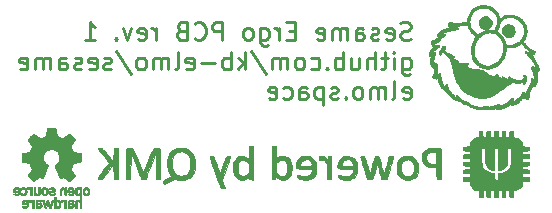
<source format=gbo>
G04 #@! TF.GenerationSoftware,KiCad,Pcbnew,5.1.6-c6e7f7d~87~ubuntu18.04.1*
G04 #@! TF.CreationDate,2020-08-05T13:03:48+02:00*
G04 #@! TF.ProjectId,sesame,73657361-6d65-42e6-9b69-6361645f7063,rev?*
G04 #@! TF.SameCoordinates,Original*
G04 #@! TF.FileFunction,Legend,Bot*
G04 #@! TF.FilePolarity,Positive*
%FSLAX46Y46*%
G04 Gerber Fmt 4.6, Leading zero omitted, Abs format (unit mm)*
G04 Created by KiCad (PCBNEW 5.1.6-c6e7f7d~87~ubuntu18.04.1) date 2020-08-05 13:03:48*
%MOMM*%
%LPD*%
G01*
G04 APERTURE LIST*
%ADD10C,0.250000*%
%ADD11C,0.010000*%
%ADD12C,2.350000*%
%ADD13C,4.087800*%
%ADD14C,1.850000*%
%ADD15O,1.700000X1.700000*%
%ADD16R,1.700000X1.700000*%
%ADD17C,3.100000*%
%ADD18C,1.600000*%
%ADD19C,3.148000*%
%ADD20C,2.100000*%
%ADD21C,1.700000*%
%ADD22C,0.350000*%
G04 APERTURE END LIST*
D10*
X329751785Y-158000142D02*
X329537500Y-158071571D01*
X329180357Y-158071571D01*
X329037500Y-158000142D01*
X328966071Y-157928714D01*
X328894642Y-157785857D01*
X328894642Y-157643000D01*
X328966071Y-157500142D01*
X329037500Y-157428714D01*
X329180357Y-157357285D01*
X329466071Y-157285857D01*
X329608928Y-157214428D01*
X329680357Y-157143000D01*
X329751785Y-157000142D01*
X329751785Y-156857285D01*
X329680357Y-156714428D01*
X329608928Y-156643000D01*
X329466071Y-156571571D01*
X329108928Y-156571571D01*
X328894642Y-156643000D01*
X327680357Y-158000142D02*
X327823214Y-158071571D01*
X328108928Y-158071571D01*
X328251785Y-158000142D01*
X328323214Y-157857285D01*
X328323214Y-157285857D01*
X328251785Y-157143000D01*
X328108928Y-157071571D01*
X327823214Y-157071571D01*
X327680357Y-157143000D01*
X327608928Y-157285857D01*
X327608928Y-157428714D01*
X328323214Y-157571571D01*
X327037500Y-158000142D02*
X326894642Y-158071571D01*
X326608928Y-158071571D01*
X326466071Y-158000142D01*
X326394642Y-157857285D01*
X326394642Y-157785857D01*
X326466071Y-157643000D01*
X326608928Y-157571571D01*
X326823214Y-157571571D01*
X326966071Y-157500142D01*
X327037500Y-157357285D01*
X327037500Y-157285857D01*
X326966071Y-157143000D01*
X326823214Y-157071571D01*
X326608928Y-157071571D01*
X326466071Y-157143000D01*
X325108928Y-158071571D02*
X325108928Y-157285857D01*
X325180357Y-157143000D01*
X325323214Y-157071571D01*
X325608928Y-157071571D01*
X325751785Y-157143000D01*
X325108928Y-158000142D02*
X325251785Y-158071571D01*
X325608928Y-158071571D01*
X325751785Y-158000142D01*
X325823214Y-157857285D01*
X325823214Y-157714428D01*
X325751785Y-157571571D01*
X325608928Y-157500142D01*
X325251785Y-157500142D01*
X325108928Y-157428714D01*
X324394642Y-158071571D02*
X324394642Y-157071571D01*
X324394642Y-157214428D02*
X324323214Y-157143000D01*
X324180357Y-157071571D01*
X323966071Y-157071571D01*
X323823214Y-157143000D01*
X323751785Y-157285857D01*
X323751785Y-158071571D01*
X323751785Y-157285857D02*
X323680357Y-157143000D01*
X323537500Y-157071571D01*
X323323214Y-157071571D01*
X323180357Y-157143000D01*
X323108928Y-157285857D01*
X323108928Y-158071571D01*
X321823214Y-158000142D02*
X321966071Y-158071571D01*
X322251785Y-158071571D01*
X322394642Y-158000142D01*
X322466071Y-157857285D01*
X322466071Y-157285857D01*
X322394642Y-157143000D01*
X322251785Y-157071571D01*
X321966071Y-157071571D01*
X321823214Y-157143000D01*
X321751785Y-157285857D01*
X321751785Y-157428714D01*
X322466071Y-157571571D01*
X319966071Y-157285857D02*
X319466071Y-157285857D01*
X319251785Y-158071571D02*
X319966071Y-158071571D01*
X319966071Y-156571571D01*
X319251785Y-156571571D01*
X318608928Y-158071571D02*
X318608928Y-157071571D01*
X318608928Y-157357285D02*
X318537500Y-157214428D01*
X318466071Y-157143000D01*
X318323214Y-157071571D01*
X318180357Y-157071571D01*
X317037500Y-157071571D02*
X317037500Y-158285857D01*
X317108928Y-158428714D01*
X317180357Y-158500142D01*
X317323214Y-158571571D01*
X317537500Y-158571571D01*
X317680357Y-158500142D01*
X317037500Y-158000142D02*
X317180357Y-158071571D01*
X317466071Y-158071571D01*
X317608928Y-158000142D01*
X317680357Y-157928714D01*
X317751785Y-157785857D01*
X317751785Y-157357285D01*
X317680357Y-157214428D01*
X317608928Y-157143000D01*
X317466071Y-157071571D01*
X317180357Y-157071571D01*
X317037500Y-157143000D01*
X316108928Y-158071571D02*
X316251785Y-158000142D01*
X316323214Y-157928714D01*
X316394642Y-157785857D01*
X316394642Y-157357285D01*
X316323214Y-157214428D01*
X316251785Y-157143000D01*
X316108928Y-157071571D01*
X315894642Y-157071571D01*
X315751785Y-157143000D01*
X315680357Y-157214428D01*
X315608928Y-157357285D01*
X315608928Y-157785857D01*
X315680357Y-157928714D01*
X315751785Y-158000142D01*
X315894642Y-158071571D01*
X316108928Y-158071571D01*
X313823214Y-158071571D02*
X313823214Y-156571571D01*
X313251785Y-156571571D01*
X313108928Y-156643000D01*
X313037500Y-156714428D01*
X312966071Y-156857285D01*
X312966071Y-157071571D01*
X313037500Y-157214428D01*
X313108928Y-157285857D01*
X313251785Y-157357285D01*
X313823214Y-157357285D01*
X311466071Y-157928714D02*
X311537500Y-158000142D01*
X311751785Y-158071571D01*
X311894642Y-158071571D01*
X312108928Y-158000142D01*
X312251785Y-157857285D01*
X312323214Y-157714428D01*
X312394642Y-157428714D01*
X312394642Y-157214428D01*
X312323214Y-156928714D01*
X312251785Y-156785857D01*
X312108928Y-156643000D01*
X311894642Y-156571571D01*
X311751785Y-156571571D01*
X311537500Y-156643000D01*
X311466071Y-156714428D01*
X310323214Y-157285857D02*
X310108928Y-157357285D01*
X310037500Y-157428714D01*
X309966071Y-157571571D01*
X309966071Y-157785857D01*
X310037500Y-157928714D01*
X310108928Y-158000142D01*
X310251785Y-158071571D01*
X310823214Y-158071571D01*
X310823214Y-156571571D01*
X310323214Y-156571571D01*
X310180357Y-156643000D01*
X310108928Y-156714428D01*
X310037500Y-156857285D01*
X310037500Y-157000142D01*
X310108928Y-157143000D01*
X310180357Y-157214428D01*
X310323214Y-157285857D01*
X310823214Y-157285857D01*
X308180357Y-158071571D02*
X308180357Y-157071571D01*
X308180357Y-157357285D02*
X308108928Y-157214428D01*
X308037500Y-157143000D01*
X307894642Y-157071571D01*
X307751785Y-157071571D01*
X306680357Y-158000142D02*
X306823214Y-158071571D01*
X307108928Y-158071571D01*
X307251785Y-158000142D01*
X307323214Y-157857285D01*
X307323214Y-157285857D01*
X307251785Y-157143000D01*
X307108928Y-157071571D01*
X306823214Y-157071571D01*
X306680357Y-157143000D01*
X306608928Y-157285857D01*
X306608928Y-157428714D01*
X307323214Y-157571571D01*
X306108928Y-157071571D02*
X305751785Y-158071571D01*
X305394642Y-157071571D01*
X304823214Y-157928714D02*
X304751785Y-158000142D01*
X304823214Y-158071571D01*
X304894642Y-158000142D01*
X304823214Y-157928714D01*
X304823214Y-158071571D01*
X302180357Y-158071571D02*
X303037500Y-158071571D01*
X302608928Y-158071571D02*
X302608928Y-156571571D01*
X302751785Y-156785857D01*
X302894642Y-156928714D01*
X303037500Y-157000142D01*
X329037500Y-159571571D02*
X329037500Y-160785857D01*
X329108928Y-160928714D01*
X329180357Y-161000142D01*
X329323214Y-161071571D01*
X329537500Y-161071571D01*
X329680357Y-161000142D01*
X329037500Y-160500142D02*
X329180357Y-160571571D01*
X329466071Y-160571571D01*
X329608928Y-160500142D01*
X329680357Y-160428714D01*
X329751785Y-160285857D01*
X329751785Y-159857285D01*
X329680357Y-159714428D01*
X329608928Y-159643000D01*
X329466071Y-159571571D01*
X329180357Y-159571571D01*
X329037500Y-159643000D01*
X328323214Y-160571571D02*
X328323214Y-159571571D01*
X328323214Y-159071571D02*
X328394642Y-159143000D01*
X328323214Y-159214428D01*
X328251785Y-159143000D01*
X328323214Y-159071571D01*
X328323214Y-159214428D01*
X327823214Y-159571571D02*
X327251785Y-159571571D01*
X327608928Y-159071571D02*
X327608928Y-160357285D01*
X327537500Y-160500142D01*
X327394642Y-160571571D01*
X327251785Y-160571571D01*
X326751785Y-160571571D02*
X326751785Y-159071571D01*
X326108928Y-160571571D02*
X326108928Y-159785857D01*
X326180357Y-159643000D01*
X326323214Y-159571571D01*
X326537500Y-159571571D01*
X326680357Y-159643000D01*
X326751785Y-159714428D01*
X324751785Y-159571571D02*
X324751785Y-160571571D01*
X325394642Y-159571571D02*
X325394642Y-160357285D01*
X325323214Y-160500142D01*
X325180357Y-160571571D01*
X324966071Y-160571571D01*
X324823214Y-160500142D01*
X324751785Y-160428714D01*
X324037500Y-160571571D02*
X324037500Y-159071571D01*
X324037500Y-159643000D02*
X323894642Y-159571571D01*
X323608928Y-159571571D01*
X323466071Y-159643000D01*
X323394642Y-159714428D01*
X323323214Y-159857285D01*
X323323214Y-160285857D01*
X323394642Y-160428714D01*
X323466071Y-160500142D01*
X323608928Y-160571571D01*
X323894642Y-160571571D01*
X324037500Y-160500142D01*
X322680357Y-160428714D02*
X322608928Y-160500142D01*
X322680357Y-160571571D01*
X322751785Y-160500142D01*
X322680357Y-160428714D01*
X322680357Y-160571571D01*
X321323214Y-160500142D02*
X321466071Y-160571571D01*
X321751785Y-160571571D01*
X321894642Y-160500142D01*
X321966071Y-160428714D01*
X322037500Y-160285857D01*
X322037500Y-159857285D01*
X321966071Y-159714428D01*
X321894642Y-159643000D01*
X321751785Y-159571571D01*
X321466071Y-159571571D01*
X321323214Y-159643000D01*
X320466071Y-160571571D02*
X320608928Y-160500142D01*
X320680357Y-160428714D01*
X320751785Y-160285857D01*
X320751785Y-159857285D01*
X320680357Y-159714428D01*
X320608928Y-159643000D01*
X320466071Y-159571571D01*
X320251785Y-159571571D01*
X320108928Y-159643000D01*
X320037500Y-159714428D01*
X319966071Y-159857285D01*
X319966071Y-160285857D01*
X320037500Y-160428714D01*
X320108928Y-160500142D01*
X320251785Y-160571571D01*
X320466071Y-160571571D01*
X319323214Y-160571571D02*
X319323214Y-159571571D01*
X319323214Y-159714428D02*
X319251785Y-159643000D01*
X319108928Y-159571571D01*
X318894642Y-159571571D01*
X318751785Y-159643000D01*
X318680357Y-159785857D01*
X318680357Y-160571571D01*
X318680357Y-159785857D02*
X318608928Y-159643000D01*
X318466071Y-159571571D01*
X318251785Y-159571571D01*
X318108928Y-159643000D01*
X318037500Y-159785857D01*
X318037500Y-160571571D01*
X316251785Y-159000142D02*
X317537500Y-160928714D01*
X315751785Y-160571571D02*
X315751785Y-159071571D01*
X315608928Y-160000142D02*
X315180357Y-160571571D01*
X315180357Y-159571571D02*
X315751785Y-160143000D01*
X314537500Y-160571571D02*
X314537500Y-159071571D01*
X314537500Y-159643000D02*
X314394642Y-159571571D01*
X314108928Y-159571571D01*
X313966071Y-159643000D01*
X313894642Y-159714428D01*
X313823214Y-159857285D01*
X313823214Y-160285857D01*
X313894642Y-160428714D01*
X313966071Y-160500142D01*
X314108928Y-160571571D01*
X314394642Y-160571571D01*
X314537500Y-160500142D01*
X313180357Y-160000142D02*
X312037500Y-160000142D01*
X310751785Y-160500142D02*
X310894642Y-160571571D01*
X311180357Y-160571571D01*
X311323214Y-160500142D01*
X311394642Y-160357285D01*
X311394642Y-159785857D01*
X311323214Y-159643000D01*
X311180357Y-159571571D01*
X310894642Y-159571571D01*
X310751785Y-159643000D01*
X310680357Y-159785857D01*
X310680357Y-159928714D01*
X311394642Y-160071571D01*
X309823214Y-160571571D02*
X309966071Y-160500142D01*
X310037500Y-160357285D01*
X310037500Y-159071571D01*
X309251785Y-160571571D02*
X309251785Y-159571571D01*
X309251785Y-159714428D02*
X309180357Y-159643000D01*
X309037500Y-159571571D01*
X308823214Y-159571571D01*
X308680357Y-159643000D01*
X308608928Y-159785857D01*
X308608928Y-160571571D01*
X308608928Y-159785857D02*
X308537500Y-159643000D01*
X308394642Y-159571571D01*
X308180357Y-159571571D01*
X308037500Y-159643000D01*
X307966071Y-159785857D01*
X307966071Y-160571571D01*
X307037500Y-160571571D02*
X307180357Y-160500142D01*
X307251785Y-160428714D01*
X307323214Y-160285857D01*
X307323214Y-159857285D01*
X307251785Y-159714428D01*
X307180357Y-159643000D01*
X307037500Y-159571571D01*
X306823214Y-159571571D01*
X306680357Y-159643000D01*
X306608928Y-159714428D01*
X306537500Y-159857285D01*
X306537500Y-160285857D01*
X306608928Y-160428714D01*
X306680357Y-160500142D01*
X306823214Y-160571571D01*
X307037500Y-160571571D01*
X304823214Y-159000142D02*
X306108928Y-160928714D01*
X304394642Y-160500142D02*
X304251785Y-160571571D01*
X303966071Y-160571571D01*
X303823214Y-160500142D01*
X303751785Y-160357285D01*
X303751785Y-160285857D01*
X303823214Y-160143000D01*
X303966071Y-160071571D01*
X304180357Y-160071571D01*
X304323214Y-160000142D01*
X304394642Y-159857285D01*
X304394642Y-159785857D01*
X304323214Y-159643000D01*
X304180357Y-159571571D01*
X303966071Y-159571571D01*
X303823214Y-159643000D01*
X302537500Y-160500142D02*
X302680357Y-160571571D01*
X302966071Y-160571571D01*
X303108928Y-160500142D01*
X303180357Y-160357285D01*
X303180357Y-159785857D01*
X303108928Y-159643000D01*
X302966071Y-159571571D01*
X302680357Y-159571571D01*
X302537500Y-159643000D01*
X302466071Y-159785857D01*
X302466071Y-159928714D01*
X303180357Y-160071571D01*
X301894642Y-160500142D02*
X301751785Y-160571571D01*
X301466071Y-160571571D01*
X301323214Y-160500142D01*
X301251785Y-160357285D01*
X301251785Y-160285857D01*
X301323214Y-160143000D01*
X301466071Y-160071571D01*
X301680357Y-160071571D01*
X301823214Y-160000142D01*
X301894642Y-159857285D01*
X301894642Y-159785857D01*
X301823214Y-159643000D01*
X301680357Y-159571571D01*
X301466071Y-159571571D01*
X301323214Y-159643000D01*
X299966071Y-160571571D02*
X299966071Y-159785857D01*
X300037500Y-159643000D01*
X300180357Y-159571571D01*
X300466071Y-159571571D01*
X300608928Y-159643000D01*
X299966071Y-160500142D02*
X300108928Y-160571571D01*
X300466071Y-160571571D01*
X300608928Y-160500142D01*
X300680357Y-160357285D01*
X300680357Y-160214428D01*
X300608928Y-160071571D01*
X300466071Y-160000142D01*
X300108928Y-160000142D01*
X299966071Y-159928714D01*
X299251785Y-160571571D02*
X299251785Y-159571571D01*
X299251785Y-159714428D02*
X299180357Y-159643000D01*
X299037500Y-159571571D01*
X298823214Y-159571571D01*
X298680357Y-159643000D01*
X298608928Y-159785857D01*
X298608928Y-160571571D01*
X298608928Y-159785857D02*
X298537500Y-159643000D01*
X298394642Y-159571571D01*
X298180357Y-159571571D01*
X298037500Y-159643000D01*
X297966071Y-159785857D01*
X297966071Y-160571571D01*
X296680357Y-160500142D02*
X296823214Y-160571571D01*
X297108928Y-160571571D01*
X297251785Y-160500142D01*
X297323214Y-160357285D01*
X297323214Y-159785857D01*
X297251785Y-159643000D01*
X297108928Y-159571571D01*
X296823214Y-159571571D01*
X296680357Y-159643000D01*
X296608928Y-159785857D01*
X296608928Y-159928714D01*
X297323214Y-160071571D01*
X329108928Y-163000142D02*
X329251785Y-163071571D01*
X329537500Y-163071571D01*
X329680357Y-163000142D01*
X329751785Y-162857285D01*
X329751785Y-162285857D01*
X329680357Y-162143000D01*
X329537500Y-162071571D01*
X329251785Y-162071571D01*
X329108928Y-162143000D01*
X329037500Y-162285857D01*
X329037500Y-162428714D01*
X329751785Y-162571571D01*
X328180357Y-163071571D02*
X328323214Y-163000142D01*
X328394642Y-162857285D01*
X328394642Y-161571571D01*
X327608928Y-163071571D02*
X327608928Y-162071571D01*
X327608928Y-162214428D02*
X327537500Y-162143000D01*
X327394642Y-162071571D01*
X327180357Y-162071571D01*
X327037500Y-162143000D01*
X326966071Y-162285857D01*
X326966071Y-163071571D01*
X326966071Y-162285857D02*
X326894642Y-162143000D01*
X326751785Y-162071571D01*
X326537500Y-162071571D01*
X326394642Y-162143000D01*
X326323214Y-162285857D01*
X326323214Y-163071571D01*
X325394642Y-163071571D02*
X325537500Y-163000142D01*
X325608928Y-162928714D01*
X325680357Y-162785857D01*
X325680357Y-162357285D01*
X325608928Y-162214428D01*
X325537500Y-162143000D01*
X325394642Y-162071571D01*
X325180357Y-162071571D01*
X325037500Y-162143000D01*
X324966071Y-162214428D01*
X324894642Y-162357285D01*
X324894642Y-162785857D01*
X324966071Y-162928714D01*
X325037500Y-163000142D01*
X325180357Y-163071571D01*
X325394642Y-163071571D01*
X324251785Y-162928714D02*
X324180357Y-163000142D01*
X324251785Y-163071571D01*
X324323214Y-163000142D01*
X324251785Y-162928714D01*
X324251785Y-163071571D01*
X323608928Y-163000142D02*
X323466071Y-163071571D01*
X323180357Y-163071571D01*
X323037500Y-163000142D01*
X322966071Y-162857285D01*
X322966071Y-162785857D01*
X323037500Y-162643000D01*
X323180357Y-162571571D01*
X323394642Y-162571571D01*
X323537500Y-162500142D01*
X323608928Y-162357285D01*
X323608928Y-162285857D01*
X323537500Y-162143000D01*
X323394642Y-162071571D01*
X323180357Y-162071571D01*
X323037500Y-162143000D01*
X322323214Y-162071571D02*
X322323214Y-163571571D01*
X322323214Y-162143000D02*
X322180357Y-162071571D01*
X321894642Y-162071571D01*
X321751785Y-162143000D01*
X321680357Y-162214428D01*
X321608928Y-162357285D01*
X321608928Y-162785857D01*
X321680357Y-162928714D01*
X321751785Y-163000142D01*
X321894642Y-163071571D01*
X322180357Y-163071571D01*
X322323214Y-163000142D01*
X320323214Y-163071571D02*
X320323214Y-162285857D01*
X320394642Y-162143000D01*
X320537500Y-162071571D01*
X320823214Y-162071571D01*
X320966071Y-162143000D01*
X320323214Y-163000142D02*
X320466071Y-163071571D01*
X320823214Y-163071571D01*
X320966071Y-163000142D01*
X321037500Y-162857285D01*
X321037500Y-162714428D01*
X320966071Y-162571571D01*
X320823214Y-162500142D01*
X320466071Y-162500142D01*
X320323214Y-162428714D01*
X318966071Y-163000142D02*
X319108928Y-163071571D01*
X319394642Y-163071571D01*
X319537500Y-163000142D01*
X319608928Y-162928714D01*
X319680357Y-162785857D01*
X319680357Y-162357285D01*
X319608928Y-162214428D01*
X319537500Y-162143000D01*
X319394642Y-162071571D01*
X319108928Y-162071571D01*
X318966071Y-162143000D01*
X317751785Y-163000142D02*
X317894642Y-163071571D01*
X318180357Y-163071571D01*
X318323214Y-163000142D01*
X318394642Y-162857285D01*
X318394642Y-162285857D01*
X318323214Y-162143000D01*
X318180357Y-162071571D01*
X317894642Y-162071571D01*
X317751785Y-162143000D01*
X317680357Y-162285857D01*
X317680357Y-162428714D01*
X318394642Y-162571571D01*
D11*
G04 #@! TO.C,G\u002A\u002A\u002A*
G36*
X337637438Y-165772947D02*
G01*
X337486625Y-165782625D01*
X337477452Y-166060437D01*
X337468278Y-166338250D01*
X337155723Y-166338250D01*
X337146549Y-166060437D01*
X337137375Y-165782625D01*
X336851625Y-165782625D01*
X336842452Y-166060437D01*
X336833278Y-166338250D01*
X336520723Y-166338250D01*
X336511549Y-166060437D01*
X336502375Y-165782625D01*
X336362647Y-165772627D01*
X336254259Y-165775562D01*
X336197828Y-165802355D01*
X336196446Y-165804377D01*
X336183700Y-165854673D01*
X336174173Y-165949541D01*
X336169635Y-166070067D01*
X336169487Y-166092187D01*
X336169000Y-166338250D01*
X335853973Y-166338250D01*
X335844799Y-166060437D01*
X335835625Y-165782625D01*
X335549875Y-165782625D01*
X335540702Y-166060437D01*
X335531528Y-166338250D01*
X335394883Y-166338250D01*
X335214724Y-166368117D01*
X335052621Y-166451104D01*
X334919023Y-166577288D01*
X334824377Y-166736745D01*
X334779134Y-166919554D01*
X334778809Y-166923331D01*
X334764333Y-167097889D01*
X334216375Y-167116125D01*
X334206378Y-167255853D01*
X334209313Y-167364241D01*
X334236106Y-167420672D01*
X334238128Y-167422054D01*
X334288424Y-167434800D01*
X334383292Y-167444327D01*
X334503818Y-167448865D01*
X334525938Y-167449013D01*
X334772000Y-167449500D01*
X334772000Y-167735250D01*
X334525938Y-167735736D01*
X334402885Y-167739228D01*
X334302212Y-167748016D01*
X334242831Y-167760331D01*
X334238128Y-167762695D01*
X334210131Y-167816227D01*
X334205921Y-167922085D01*
X334206378Y-167928896D01*
X334216375Y-168068625D01*
X334494188Y-168077798D01*
X334772001Y-168086972D01*
X334772001Y-168399527D01*
X334216375Y-168417875D01*
X334216375Y-168703625D01*
X334494188Y-168712798D01*
X334772000Y-168721972D01*
X334772000Y-169034527D01*
X334494188Y-169043701D01*
X334216375Y-169052875D01*
X334206378Y-169192603D01*
X334209313Y-169300991D01*
X334236106Y-169357422D01*
X334238128Y-169358804D01*
X334288361Y-169371508D01*
X334383258Y-169381024D01*
X334504002Y-169385598D01*
X334527678Y-169385763D01*
X334775480Y-169386250D01*
X334765803Y-169537062D01*
X334756125Y-169687875D01*
X334476625Y-169697073D01*
X334197124Y-169706271D01*
X334206750Y-169855823D01*
X334216375Y-170005375D01*
X334490354Y-170014492D01*
X334764333Y-170023610D01*
X334778809Y-170198168D01*
X334822971Y-170381337D01*
X334916742Y-170541352D01*
X335049673Y-170668288D01*
X335211314Y-170752225D01*
X335391217Y-170783237D01*
X335394883Y-170783250D01*
X335531528Y-170783250D01*
X335540702Y-171061062D01*
X335549875Y-171338875D01*
X335700688Y-171348552D01*
X335851500Y-171358229D01*
X335851500Y-170783250D01*
X336169000Y-170783250D01*
X336169487Y-171029312D01*
X336172979Y-171152365D01*
X336181767Y-171253038D01*
X336194082Y-171312419D01*
X336196446Y-171317122D01*
X336249978Y-171345119D01*
X336355836Y-171349329D01*
X336362647Y-171348872D01*
X336502375Y-171338875D01*
X336511549Y-171061062D01*
X336520723Y-170783250D01*
X336833278Y-170783250D01*
X336842452Y-171061062D01*
X336851625Y-171338875D01*
X337137375Y-171338875D01*
X337146549Y-171061062D01*
X337155723Y-170783250D01*
X337468278Y-170783250D01*
X337477452Y-171061062D01*
X337486625Y-171338875D01*
X337637438Y-171348552D01*
X337788250Y-171358229D01*
X337788250Y-170783250D01*
X338105750Y-170783250D01*
X338105750Y-171018778D01*
X338107807Y-171168103D01*
X338117809Y-171265154D01*
X338141510Y-171321116D01*
X338184660Y-171347176D01*
X338253012Y-171354522D01*
X338278481Y-171354750D01*
X338366485Y-171350136D01*
X338425020Y-171338586D01*
X338433834Y-171333583D01*
X338443630Y-171293999D01*
X338451022Y-171207406D01*
X338454771Y-171090285D01*
X338455000Y-171051764D01*
X338455000Y-170791113D01*
X338622618Y-170777213D01*
X338811798Y-170731695D01*
X338975004Y-170634517D01*
X339102657Y-170495241D01*
X339185177Y-170323428D01*
X339210866Y-170190047D01*
X339224668Y-170023610D01*
X339498647Y-170014492D01*
X339772625Y-170005375D01*
X339772625Y-169719625D01*
X339494813Y-169710451D01*
X339217000Y-169701277D01*
X339217000Y-169386250D01*
X339463063Y-169385763D01*
X339586116Y-169382271D01*
X339686789Y-169373483D01*
X339746170Y-169361168D01*
X339750873Y-169358804D01*
X339778870Y-169305272D01*
X339783080Y-169199414D01*
X339782623Y-169192603D01*
X339772625Y-169052875D01*
X339494813Y-169043701D01*
X339217000Y-169034527D01*
X339217000Y-168721972D01*
X339494813Y-168712798D01*
X339772625Y-168703625D01*
X339772625Y-168417875D01*
X339494813Y-168408701D01*
X339217000Y-168399527D01*
X339217000Y-168086972D01*
X339494813Y-168077798D01*
X339772625Y-168068625D01*
X339782623Y-167928896D01*
X339779688Y-167820508D01*
X339752895Y-167764077D01*
X339750873Y-167762695D01*
X339700577Y-167749949D01*
X339605709Y-167740422D01*
X339485183Y-167735884D01*
X339463063Y-167735736D01*
X339217000Y-167735250D01*
X339217000Y-167654474D01*
X338263353Y-167654474D01*
X338261320Y-167870047D01*
X338259605Y-167969569D01*
X338247396Y-168617193D01*
X338136628Y-168835034D01*
X338017174Y-169021659D01*
X337868425Y-169162322D01*
X337682588Y-169261884D01*
X337451871Y-169325207D01*
X337319938Y-169344494D01*
X337153250Y-169363383D01*
X337153250Y-169626171D01*
X337148966Y-169776992D01*
X337135748Y-169868711D01*
X337113563Y-169904972D01*
X337008676Y-169922703D01*
X336898349Y-169906890D01*
X336865413Y-169893132D01*
X336833925Y-169867695D01*
X336815311Y-169823391D01*
X336806395Y-169745642D01*
X336804006Y-169619873D01*
X336804000Y-169611041D01*
X336804000Y-169361816D01*
X336633758Y-169340546D01*
X336406745Y-169285818D01*
X336195335Y-169185155D01*
X336013284Y-169047541D01*
X335874353Y-168881961D01*
X335840080Y-168822258D01*
X335797937Y-168717624D01*
X335766297Y-168585207D01*
X335744212Y-168416878D01*
X335730731Y-168204506D01*
X335724906Y-167939961D01*
X335724500Y-167832334D01*
X335724808Y-167622600D01*
X335727345Y-167467969D01*
X335734535Y-167360044D01*
X335748801Y-167290430D01*
X335772567Y-167250729D01*
X335808255Y-167232546D01*
X335858290Y-167227482D01*
X335899126Y-167227249D01*
X335958589Y-167228186D01*
X336002745Y-167236478D01*
X336033876Y-167260351D01*
X336054260Y-167308030D01*
X336066179Y-167387739D01*
X336071912Y-167507703D01*
X336073741Y-167676148D01*
X336073928Y-167857709D01*
X336075678Y-168053691D01*
X336080431Y-168235246D01*
X336087616Y-168389818D01*
X336096664Y-168504848D01*
X336106010Y-168564484D01*
X336188671Y-168751068D01*
X336319187Y-168898774D01*
X336491603Y-169002442D01*
X336669063Y-169052473D01*
X336804000Y-169074331D01*
X336804000Y-168188890D01*
X336804256Y-167916858D01*
X336805775Y-167701665D01*
X336809681Y-167536652D01*
X336817100Y-167415160D01*
X336829157Y-167330527D01*
X336846979Y-167276094D01*
X336871690Y-167245202D01*
X336904416Y-167231189D01*
X336946283Y-167227397D01*
X336966504Y-167227250D01*
X337019824Y-167226962D01*
X337061910Y-167230568D01*
X337094088Y-167244770D01*
X337117682Y-167276271D01*
X337134020Y-167331772D01*
X337144426Y-167417978D01*
X337150226Y-167541589D01*
X337152747Y-167709309D01*
X337153315Y-167927841D01*
X337153250Y-168171329D01*
X337153250Y-169076865D01*
X337288188Y-169055827D01*
X337502028Y-168995701D01*
X337674834Y-168889366D01*
X337803461Y-168738760D01*
X337803958Y-168737949D01*
X337899375Y-168581774D01*
X337910246Y-167928386D01*
X337915983Y-167675632D01*
X337923856Y-167483918D01*
X337934035Y-167350810D01*
X337946692Y-167273878D01*
X337957871Y-167251609D01*
X338031644Y-167229951D01*
X338124436Y-167231673D01*
X338204818Y-167254144D01*
X338232520Y-167274597D01*
X338246568Y-167309916D01*
X338256224Y-167380764D01*
X338261737Y-167493499D01*
X338263353Y-167654474D01*
X339217000Y-167654474D01*
X339217000Y-167449500D01*
X339449057Y-167449500D01*
X339603869Y-167443677D01*
X339705127Y-167422395D01*
X339762024Y-167379936D01*
X339783755Y-167310581D01*
X339782877Y-167241858D01*
X339772625Y-167116125D01*
X339499134Y-167107014D01*
X339225642Y-167097903D01*
X339207946Y-166926446D01*
X339158809Y-166733746D01*
X339059395Y-166570343D01*
X338918394Y-166444897D01*
X338744495Y-166366066D01*
X338623798Y-166344384D01*
X338457361Y-166330582D01*
X338448243Y-166056603D01*
X338439125Y-165782625D01*
X338299397Y-165772627D01*
X338191009Y-165775562D01*
X338134578Y-165802355D01*
X338133196Y-165804377D01*
X338120450Y-165854673D01*
X338110923Y-165949541D01*
X338106385Y-166070067D01*
X338106237Y-166092187D01*
X338105750Y-166338250D01*
X337788250Y-166338250D01*
X337788250Y-165763270D01*
X337637438Y-165772947D01*
G37*
X337637438Y-165772947D02*
X337486625Y-165782625D01*
X337477452Y-166060437D01*
X337468278Y-166338250D01*
X337155723Y-166338250D01*
X337146549Y-166060437D01*
X337137375Y-165782625D01*
X336851625Y-165782625D01*
X336842452Y-166060437D01*
X336833278Y-166338250D01*
X336520723Y-166338250D01*
X336511549Y-166060437D01*
X336502375Y-165782625D01*
X336362647Y-165772627D01*
X336254259Y-165775562D01*
X336197828Y-165802355D01*
X336196446Y-165804377D01*
X336183700Y-165854673D01*
X336174173Y-165949541D01*
X336169635Y-166070067D01*
X336169487Y-166092187D01*
X336169000Y-166338250D01*
X335853973Y-166338250D01*
X335844799Y-166060437D01*
X335835625Y-165782625D01*
X335549875Y-165782625D01*
X335540702Y-166060437D01*
X335531528Y-166338250D01*
X335394883Y-166338250D01*
X335214724Y-166368117D01*
X335052621Y-166451104D01*
X334919023Y-166577288D01*
X334824377Y-166736745D01*
X334779134Y-166919554D01*
X334778809Y-166923331D01*
X334764333Y-167097889D01*
X334216375Y-167116125D01*
X334206378Y-167255853D01*
X334209313Y-167364241D01*
X334236106Y-167420672D01*
X334238128Y-167422054D01*
X334288424Y-167434800D01*
X334383292Y-167444327D01*
X334503818Y-167448865D01*
X334525938Y-167449013D01*
X334772000Y-167449500D01*
X334772000Y-167735250D01*
X334525938Y-167735736D01*
X334402885Y-167739228D01*
X334302212Y-167748016D01*
X334242831Y-167760331D01*
X334238128Y-167762695D01*
X334210131Y-167816227D01*
X334205921Y-167922085D01*
X334206378Y-167928896D01*
X334216375Y-168068625D01*
X334494188Y-168077798D01*
X334772001Y-168086972D01*
X334772001Y-168399527D01*
X334216375Y-168417875D01*
X334216375Y-168703625D01*
X334494188Y-168712798D01*
X334772000Y-168721972D01*
X334772000Y-169034527D01*
X334494188Y-169043701D01*
X334216375Y-169052875D01*
X334206378Y-169192603D01*
X334209313Y-169300991D01*
X334236106Y-169357422D01*
X334238128Y-169358804D01*
X334288361Y-169371508D01*
X334383258Y-169381024D01*
X334504002Y-169385598D01*
X334527678Y-169385763D01*
X334775480Y-169386250D01*
X334765803Y-169537062D01*
X334756125Y-169687875D01*
X334476625Y-169697073D01*
X334197124Y-169706271D01*
X334206750Y-169855823D01*
X334216375Y-170005375D01*
X334490354Y-170014492D01*
X334764333Y-170023610D01*
X334778809Y-170198168D01*
X334822971Y-170381337D01*
X334916742Y-170541352D01*
X335049673Y-170668288D01*
X335211314Y-170752225D01*
X335391217Y-170783237D01*
X335394883Y-170783250D01*
X335531528Y-170783250D01*
X335540702Y-171061062D01*
X335549875Y-171338875D01*
X335700688Y-171348552D01*
X335851500Y-171358229D01*
X335851500Y-170783250D01*
X336169000Y-170783250D01*
X336169487Y-171029312D01*
X336172979Y-171152365D01*
X336181767Y-171253038D01*
X336194082Y-171312419D01*
X336196446Y-171317122D01*
X336249978Y-171345119D01*
X336355836Y-171349329D01*
X336362647Y-171348872D01*
X336502375Y-171338875D01*
X336511549Y-171061062D01*
X336520723Y-170783250D01*
X336833278Y-170783250D01*
X336842452Y-171061062D01*
X336851625Y-171338875D01*
X337137375Y-171338875D01*
X337146549Y-171061062D01*
X337155723Y-170783250D01*
X337468278Y-170783250D01*
X337477452Y-171061062D01*
X337486625Y-171338875D01*
X337637438Y-171348552D01*
X337788250Y-171358229D01*
X337788250Y-170783250D01*
X338105750Y-170783250D01*
X338105750Y-171018778D01*
X338107807Y-171168103D01*
X338117809Y-171265154D01*
X338141510Y-171321116D01*
X338184660Y-171347176D01*
X338253012Y-171354522D01*
X338278481Y-171354750D01*
X338366485Y-171350136D01*
X338425020Y-171338586D01*
X338433834Y-171333583D01*
X338443630Y-171293999D01*
X338451022Y-171207406D01*
X338454771Y-171090285D01*
X338455000Y-171051764D01*
X338455000Y-170791113D01*
X338622618Y-170777213D01*
X338811798Y-170731695D01*
X338975004Y-170634517D01*
X339102657Y-170495241D01*
X339185177Y-170323428D01*
X339210866Y-170190047D01*
X339224668Y-170023610D01*
X339498647Y-170014492D01*
X339772625Y-170005375D01*
X339772625Y-169719625D01*
X339494813Y-169710451D01*
X339217000Y-169701277D01*
X339217000Y-169386250D01*
X339463063Y-169385763D01*
X339586116Y-169382271D01*
X339686789Y-169373483D01*
X339746170Y-169361168D01*
X339750873Y-169358804D01*
X339778870Y-169305272D01*
X339783080Y-169199414D01*
X339782623Y-169192603D01*
X339772625Y-169052875D01*
X339494813Y-169043701D01*
X339217000Y-169034527D01*
X339217000Y-168721972D01*
X339494813Y-168712798D01*
X339772625Y-168703625D01*
X339772625Y-168417875D01*
X339494813Y-168408701D01*
X339217000Y-168399527D01*
X339217000Y-168086972D01*
X339494813Y-168077798D01*
X339772625Y-168068625D01*
X339782623Y-167928896D01*
X339779688Y-167820508D01*
X339752895Y-167764077D01*
X339750873Y-167762695D01*
X339700577Y-167749949D01*
X339605709Y-167740422D01*
X339485183Y-167735884D01*
X339463063Y-167735736D01*
X339217000Y-167735250D01*
X339217000Y-167654474D01*
X338263353Y-167654474D01*
X338261320Y-167870047D01*
X338259605Y-167969569D01*
X338247396Y-168617193D01*
X338136628Y-168835034D01*
X338017174Y-169021659D01*
X337868425Y-169162322D01*
X337682588Y-169261884D01*
X337451871Y-169325207D01*
X337319938Y-169344494D01*
X337153250Y-169363383D01*
X337153250Y-169626171D01*
X337148966Y-169776992D01*
X337135748Y-169868711D01*
X337113563Y-169904972D01*
X337008676Y-169922703D01*
X336898349Y-169906890D01*
X336865413Y-169893132D01*
X336833925Y-169867695D01*
X336815311Y-169823391D01*
X336806395Y-169745642D01*
X336804006Y-169619873D01*
X336804000Y-169611041D01*
X336804000Y-169361816D01*
X336633758Y-169340546D01*
X336406745Y-169285818D01*
X336195335Y-169185155D01*
X336013284Y-169047541D01*
X335874353Y-168881961D01*
X335840080Y-168822258D01*
X335797937Y-168717624D01*
X335766297Y-168585207D01*
X335744212Y-168416878D01*
X335730731Y-168204506D01*
X335724906Y-167939961D01*
X335724500Y-167832334D01*
X335724808Y-167622600D01*
X335727345Y-167467969D01*
X335734535Y-167360044D01*
X335748801Y-167290430D01*
X335772567Y-167250729D01*
X335808255Y-167232546D01*
X335858290Y-167227482D01*
X335899126Y-167227249D01*
X335958589Y-167228186D01*
X336002745Y-167236478D01*
X336033876Y-167260351D01*
X336054260Y-167308030D01*
X336066179Y-167387739D01*
X336071912Y-167507703D01*
X336073741Y-167676148D01*
X336073928Y-167857709D01*
X336075678Y-168053691D01*
X336080431Y-168235246D01*
X336087616Y-168389818D01*
X336096664Y-168504848D01*
X336106010Y-168564484D01*
X336188671Y-168751068D01*
X336319187Y-168898774D01*
X336491603Y-169002442D01*
X336669063Y-169052473D01*
X336804000Y-169074331D01*
X336804000Y-168188890D01*
X336804256Y-167916858D01*
X336805775Y-167701665D01*
X336809681Y-167536652D01*
X336817100Y-167415160D01*
X336829157Y-167330527D01*
X336846979Y-167276094D01*
X336871690Y-167245202D01*
X336904416Y-167231189D01*
X336946283Y-167227397D01*
X336966504Y-167227250D01*
X337019824Y-167226962D01*
X337061910Y-167230568D01*
X337094088Y-167244770D01*
X337117682Y-167276271D01*
X337134020Y-167331772D01*
X337144426Y-167417978D01*
X337150226Y-167541589D01*
X337152747Y-167709309D01*
X337153315Y-167927841D01*
X337153250Y-168171329D01*
X337153250Y-169076865D01*
X337288188Y-169055827D01*
X337502028Y-168995701D01*
X337674834Y-168889366D01*
X337803461Y-168738760D01*
X337803958Y-168737949D01*
X337899375Y-168581774D01*
X337910246Y-167928386D01*
X337915983Y-167675632D01*
X337923856Y-167483918D01*
X337934035Y-167350810D01*
X337946692Y-167273878D01*
X337957871Y-167251609D01*
X338031644Y-167229951D01*
X338124436Y-167231673D01*
X338204818Y-167254144D01*
X338232520Y-167274597D01*
X338246568Y-167309916D01*
X338256224Y-167380764D01*
X338261737Y-167493499D01*
X338263353Y-167654474D01*
X339217000Y-167654474D01*
X339217000Y-167449500D01*
X339449057Y-167449500D01*
X339603869Y-167443677D01*
X339705127Y-167422395D01*
X339762024Y-167379936D01*
X339783755Y-167310581D01*
X339782877Y-167241858D01*
X339772625Y-167116125D01*
X339499134Y-167107014D01*
X339225642Y-167097903D01*
X339207946Y-166926446D01*
X339158809Y-166733746D01*
X339059395Y-166570343D01*
X338918394Y-166444897D01*
X338744495Y-166366066D01*
X338623798Y-166344384D01*
X338457361Y-166330582D01*
X338448243Y-166056603D01*
X338439125Y-165782625D01*
X338299397Y-165772627D01*
X338191009Y-165775562D01*
X338134578Y-165802355D01*
X338133196Y-165804377D01*
X338120450Y-165854673D01*
X338110923Y-165949541D01*
X338106385Y-166070067D01*
X338106237Y-166092187D01*
X338105750Y-166338250D01*
X337788250Y-166338250D01*
X337788250Y-165763270D01*
X337637438Y-165772947D01*
G36*
X312799966Y-167929106D02*
G01*
X312753140Y-167943498D01*
X312738147Y-167975407D01*
X312737500Y-167990312D01*
X312748033Y-168033041D01*
X312777793Y-168127637D01*
X312824020Y-168266395D01*
X312883956Y-168441610D01*
X312954843Y-168645577D01*
X313033922Y-168870590D01*
X313118435Y-169108945D01*
X313205622Y-169352935D01*
X313292726Y-169594857D01*
X313376987Y-169827003D01*
X313455647Y-170041670D01*
X313525947Y-170231152D01*
X313585129Y-170387744D01*
X313630435Y-170503740D01*
X313659104Y-170571435D01*
X313666378Y-170584812D01*
X313714404Y-170607845D01*
X313798288Y-170620932D01*
X313893739Y-170623480D01*
X313976467Y-170614897D01*
X314022181Y-170594589D01*
X314022906Y-170593510D01*
X314019710Y-170553007D01*
X313996270Y-170467240D01*
X313956657Y-170349605D01*
X313915284Y-170239575D01*
X313788510Y-169916630D01*
X314136130Y-168985007D01*
X314221984Y-168752936D01*
X314300129Y-168537893D01*
X314367855Y-168347636D01*
X314422453Y-168189924D01*
X314461213Y-168072516D01*
X314481426Y-168003170D01*
X314483750Y-167989567D01*
X314476107Y-167952416D01*
X314443054Y-167933228D01*
X314369404Y-167926346D01*
X314312522Y-167925750D01*
X314205234Y-167930760D01*
X314145449Y-167948738D01*
X314118829Y-167981312D01*
X314101947Y-168026577D01*
X314067256Y-168122205D01*
X314018166Y-168258705D01*
X313958084Y-168426589D01*
X313890419Y-168616367D01*
X313860717Y-168699876D01*
X313791256Y-168894276D01*
X313728102Y-169069076D01*
X313674592Y-169215196D01*
X313634063Y-169323560D01*
X313609850Y-169385090D01*
X313605239Y-169394966D01*
X313589933Y-169375435D01*
X313557510Y-169303453D01*
X313510989Y-169186790D01*
X313453393Y-169033216D01*
X313387743Y-168850500D01*
X313338461Y-168708975D01*
X313268345Y-168506135D01*
X313204274Y-168322768D01*
X313149357Y-168167608D01*
X313106700Y-168049391D01*
X313079413Y-167976851D01*
X313071384Y-167958322D01*
X313030378Y-167939418D01*
X312948439Y-167927665D01*
X312894377Y-167925750D01*
X312799966Y-167929106D01*
G37*
X312799966Y-167929106D02*
X312753140Y-167943498D01*
X312738147Y-167975407D01*
X312737500Y-167990312D01*
X312748033Y-168033041D01*
X312777793Y-168127637D01*
X312824020Y-168266395D01*
X312883956Y-168441610D01*
X312954843Y-168645577D01*
X313033922Y-168870590D01*
X313118435Y-169108945D01*
X313205622Y-169352935D01*
X313292726Y-169594857D01*
X313376987Y-169827003D01*
X313455647Y-170041670D01*
X313525947Y-170231152D01*
X313585129Y-170387744D01*
X313630435Y-170503740D01*
X313659104Y-170571435D01*
X313666378Y-170584812D01*
X313714404Y-170607845D01*
X313798288Y-170620932D01*
X313893739Y-170623480D01*
X313976467Y-170614897D01*
X314022181Y-170594589D01*
X314022906Y-170593510D01*
X314019710Y-170553007D01*
X313996270Y-170467240D01*
X313956657Y-170349605D01*
X313915284Y-170239575D01*
X313788510Y-169916630D01*
X314136130Y-168985007D01*
X314221984Y-168752936D01*
X314300129Y-168537893D01*
X314367855Y-168347636D01*
X314422453Y-168189924D01*
X314461213Y-168072516D01*
X314481426Y-168003170D01*
X314483750Y-167989567D01*
X314476107Y-167952416D01*
X314443054Y-167933228D01*
X314369404Y-167926346D01*
X314312522Y-167925750D01*
X314205234Y-167930760D01*
X314145449Y-167948738D01*
X314118829Y-167981312D01*
X314101947Y-168026577D01*
X314067256Y-168122205D01*
X314018166Y-168258705D01*
X313958084Y-168426589D01*
X313890419Y-168616367D01*
X313860717Y-168699876D01*
X313791256Y-168894276D01*
X313728102Y-169069076D01*
X313674592Y-169215196D01*
X313634063Y-169323560D01*
X313609850Y-169385090D01*
X313605239Y-169394966D01*
X313589933Y-169375435D01*
X313557510Y-169303453D01*
X313510989Y-169186790D01*
X313453393Y-169033216D01*
X313387743Y-168850500D01*
X313338461Y-168708975D01*
X313268345Y-168506135D01*
X313204274Y-168322768D01*
X313149357Y-168167608D01*
X313106700Y-168049391D01*
X313079413Y-167976851D01*
X313071384Y-167958322D01*
X313030378Y-167939418D01*
X312948439Y-167927665D01*
X312894377Y-167925750D01*
X312799966Y-167929106D01*
G36*
X310020080Y-167219716D02*
G01*
X309773506Y-167290514D01*
X309568603Y-167408899D01*
X309405071Y-167575187D01*
X309282608Y-167789697D01*
X309200914Y-168052744D01*
X309159687Y-168364647D01*
X309157222Y-168410158D01*
X309157032Y-168720758D01*
X309188805Y-168985015D01*
X309254732Y-169212674D01*
X309357008Y-169413482D01*
X309395981Y-169471167D01*
X309467586Y-169571148D01*
X309348356Y-169665103D01*
X309254278Y-169730590D01*
X309132392Y-169804222D01*
X309034688Y-169856841D01*
X308904117Y-169936016D01*
X308831699Y-170017033D01*
X308812447Y-170108500D01*
X308834657Y-170202205D01*
X308859935Y-170249858D01*
X308897742Y-170268732D01*
X308961954Y-170259221D01*
X309066447Y-170221721D01*
X309096468Y-170209653D01*
X309226099Y-170146151D01*
X309390514Y-170046062D01*
X309594371Y-169906462D01*
X309694407Y-169834222D01*
X309741242Y-169809740D01*
X309795700Y-169811559D01*
X309881510Y-169840845D01*
X309888831Y-169843764D01*
X310088731Y-169898384D01*
X310316219Y-169919374D01*
X310550884Y-169907906D01*
X310772320Y-169865150D01*
X310960116Y-169792279D01*
X310980173Y-169781132D01*
X311132998Y-169666685D01*
X311272224Y-169515887D01*
X311378656Y-169351162D01*
X311410945Y-169277902D01*
X311477905Y-169032329D01*
X311514601Y-168754787D01*
X311515447Y-168695172D01*
X311116170Y-168695172D01*
X311100995Y-168886680D01*
X311085527Y-168978086D01*
X311026342Y-169163465D01*
X310936620Y-169326661D01*
X310826547Y-169451112D01*
X310769283Y-169492336D01*
X310615202Y-169553825D01*
X310429581Y-169584365D01*
X310236820Y-169583054D01*
X310061321Y-169548990D01*
X309991125Y-169521109D01*
X309826737Y-169406876D01*
X309694711Y-169246866D01*
X309624556Y-169105225D01*
X309570199Y-168903564D01*
X309542396Y-168673546D01*
X309540649Y-168433982D01*
X309564460Y-168203679D01*
X309613328Y-168001449D01*
X309656588Y-167897251D01*
X309777489Y-167724355D01*
X309935735Y-167602765D01*
X310131007Y-167532661D01*
X310331418Y-167513697D01*
X310551843Y-167538827D01*
X310735033Y-167614226D01*
X310884821Y-167742426D01*
X311005045Y-167925960D01*
X311027619Y-167973375D01*
X311069915Y-168108515D01*
X311099516Y-168286752D01*
X311115306Y-168488751D01*
X311116170Y-168695172D01*
X311515447Y-168695172D01*
X311518641Y-168470359D01*
X311503872Y-168302858D01*
X311439751Y-167997712D01*
X311335239Y-167741468D01*
X311190481Y-167534261D01*
X311005621Y-167376226D01*
X310780805Y-167267495D01*
X310516176Y-167208203D01*
X310308625Y-167196187D01*
X310020080Y-167219716D01*
G37*
X310020080Y-167219716D02*
X309773506Y-167290514D01*
X309568603Y-167408899D01*
X309405071Y-167575187D01*
X309282608Y-167789697D01*
X309200914Y-168052744D01*
X309159687Y-168364647D01*
X309157222Y-168410158D01*
X309157032Y-168720758D01*
X309188805Y-168985015D01*
X309254732Y-169212674D01*
X309357008Y-169413482D01*
X309395981Y-169471167D01*
X309467586Y-169571148D01*
X309348356Y-169665103D01*
X309254278Y-169730590D01*
X309132392Y-169804222D01*
X309034688Y-169856841D01*
X308904117Y-169936016D01*
X308831699Y-170017033D01*
X308812447Y-170108500D01*
X308834657Y-170202205D01*
X308859935Y-170249858D01*
X308897742Y-170268732D01*
X308961954Y-170259221D01*
X309066447Y-170221721D01*
X309096468Y-170209653D01*
X309226099Y-170146151D01*
X309390514Y-170046062D01*
X309594371Y-169906462D01*
X309694407Y-169834222D01*
X309741242Y-169809740D01*
X309795700Y-169811559D01*
X309881510Y-169840845D01*
X309888831Y-169843764D01*
X310088731Y-169898384D01*
X310316219Y-169919374D01*
X310550884Y-169907906D01*
X310772320Y-169865150D01*
X310960116Y-169792279D01*
X310980173Y-169781132D01*
X311132998Y-169666685D01*
X311272224Y-169515887D01*
X311378656Y-169351162D01*
X311410945Y-169277902D01*
X311477905Y-169032329D01*
X311514601Y-168754787D01*
X311515447Y-168695172D01*
X311116170Y-168695172D01*
X311100995Y-168886680D01*
X311085527Y-168978086D01*
X311026342Y-169163465D01*
X310936620Y-169326661D01*
X310826547Y-169451112D01*
X310769283Y-169492336D01*
X310615202Y-169553825D01*
X310429581Y-169584365D01*
X310236820Y-169583054D01*
X310061321Y-169548990D01*
X309991125Y-169521109D01*
X309826737Y-169406876D01*
X309694711Y-169246866D01*
X309624556Y-169105225D01*
X309570199Y-168903564D01*
X309542396Y-168673546D01*
X309540649Y-168433982D01*
X309564460Y-168203679D01*
X309613328Y-168001449D01*
X309656588Y-167897251D01*
X309777489Y-167724355D01*
X309935735Y-167602765D01*
X310131007Y-167532661D01*
X310331418Y-167513697D01*
X310551843Y-167538827D01*
X310735033Y-167614226D01*
X310884821Y-167742426D01*
X311005045Y-167925960D01*
X311027619Y-167973375D01*
X311069915Y-168108515D01*
X311099516Y-168286752D01*
X311115306Y-168488751D01*
X311116170Y-168695172D01*
X311515447Y-168695172D01*
X311518641Y-168470359D01*
X311503872Y-168302858D01*
X311439751Y-167997712D01*
X311335239Y-167741468D01*
X311190481Y-167534261D01*
X311005621Y-167376226D01*
X310780805Y-167267495D01*
X310516176Y-167208203D01*
X310308625Y-167196187D01*
X310020080Y-167219716D01*
G36*
X329394596Y-167900606D02*
G01*
X329175120Y-167927743D01*
X329001174Y-167985722D01*
X328860082Y-168079999D01*
X328777670Y-168166125D01*
X328679206Y-168328784D01*
X328610669Y-168532733D01*
X328574192Y-168762168D01*
X328571906Y-169001287D01*
X328605944Y-169234286D01*
X328624295Y-169303107D01*
X328708165Y-169486929D01*
X328837629Y-169653104D01*
X328998008Y-169786638D01*
X329174618Y-169872540D01*
X329185068Y-169875750D01*
X329366280Y-169911475D01*
X329563838Y-169921431D01*
X329747440Y-169904953D01*
X329814573Y-169889569D01*
X330015112Y-169802675D01*
X330175188Y-169668298D01*
X330296167Y-169484907D01*
X330377322Y-169259250D01*
X330417297Y-169002266D01*
X330414494Y-168918296D01*
X330041250Y-168918296D01*
X330021262Y-169143132D01*
X329963130Y-169329530D01*
X329869604Y-169471821D01*
X329743435Y-169564336D01*
X329723734Y-169572830D01*
X329619068Y-169596954D01*
X329485492Y-169605504D01*
X329354581Y-169598072D01*
X329268552Y-169578718D01*
X329142879Y-169498395D01*
X329043326Y-169368606D01*
X328974222Y-169199529D01*
X328939895Y-169001342D01*
X328941914Y-168810702D01*
X328975317Y-168596292D01*
X329033464Y-168435040D01*
X329121114Y-168319830D01*
X329243027Y-168243546D01*
X329342708Y-168211510D01*
X329532211Y-168192882D01*
X329697526Y-168230526D01*
X329834822Y-168320565D01*
X329940266Y-168459124D01*
X330010029Y-168642324D01*
X330040277Y-168866290D01*
X330041250Y-168918296D01*
X330414494Y-168918296D01*
X330408820Y-168748408D01*
X330354534Y-168509936D01*
X330257083Y-168299113D01*
X330137276Y-168145752D01*
X329986492Y-168021215D01*
X329822216Y-167941861D01*
X329630609Y-167903122D01*
X329397833Y-167900431D01*
X329394596Y-167900606D01*
G37*
X329394596Y-167900606D02*
X329175120Y-167927743D01*
X329001174Y-167985722D01*
X328860082Y-168079999D01*
X328777670Y-168166125D01*
X328679206Y-168328784D01*
X328610669Y-168532733D01*
X328574192Y-168762168D01*
X328571906Y-169001287D01*
X328605944Y-169234286D01*
X328624295Y-169303107D01*
X328708165Y-169486929D01*
X328837629Y-169653104D01*
X328998008Y-169786638D01*
X329174618Y-169872540D01*
X329185068Y-169875750D01*
X329366280Y-169911475D01*
X329563838Y-169921431D01*
X329747440Y-169904953D01*
X329814573Y-169889569D01*
X330015112Y-169802675D01*
X330175188Y-169668298D01*
X330296167Y-169484907D01*
X330377322Y-169259250D01*
X330417297Y-169002266D01*
X330414494Y-168918296D01*
X330041250Y-168918296D01*
X330021262Y-169143132D01*
X329963130Y-169329530D01*
X329869604Y-169471821D01*
X329743435Y-169564336D01*
X329723734Y-169572830D01*
X329619068Y-169596954D01*
X329485492Y-169605504D01*
X329354581Y-169598072D01*
X329268552Y-169578718D01*
X329142879Y-169498395D01*
X329043326Y-169368606D01*
X328974222Y-169199529D01*
X328939895Y-169001342D01*
X328941914Y-168810702D01*
X328975317Y-168596292D01*
X329033464Y-168435040D01*
X329121114Y-168319830D01*
X329243027Y-168243546D01*
X329342708Y-168211510D01*
X329532211Y-168192882D01*
X329697526Y-168230526D01*
X329834822Y-168320565D01*
X329940266Y-168459124D01*
X330010029Y-168642324D01*
X330040277Y-168866290D01*
X330041250Y-168918296D01*
X330414494Y-168918296D01*
X330408820Y-168748408D01*
X330354534Y-168509936D01*
X330257083Y-168299113D01*
X330137276Y-168145752D01*
X329986492Y-168021215D01*
X329822216Y-167941861D01*
X329630609Y-167903122D01*
X329397833Y-167900431D01*
X329394596Y-167900606D01*
G36*
X324137072Y-167919940D02*
G01*
X323937989Y-167994920D01*
X323778755Y-168118094D01*
X323661502Y-168287994D01*
X323609199Y-168421489D01*
X323581177Y-168547804D01*
X323567261Y-168681742D01*
X323567701Y-168804607D01*
X323582745Y-168897703D01*
X323602350Y-168935400D01*
X323640445Y-168950018D01*
X323724547Y-168960881D01*
X323859130Y-168968242D01*
X324048666Y-168972358D01*
X324269100Y-168973500D01*
X324897750Y-168973500D01*
X324896357Y-169060812D01*
X324865502Y-169240090D01*
X324784972Y-169400536D01*
X324664035Y-169526440D01*
X324596692Y-169568791D01*
X324484318Y-169602427D01*
X324331884Y-169614998D01*
X324159020Y-169607107D01*
X323985354Y-169579357D01*
X323867941Y-169546416D01*
X323757981Y-169511712D01*
X323692701Y-169501630D01*
X323658936Y-169514598D01*
X323654115Y-169520877D01*
X323630744Y-169597104D01*
X323634063Y-169685940D01*
X323661890Y-169754552D01*
X323670179Y-169762937D01*
X323771546Y-169818709D01*
X323918410Y-169863792D01*
X324093356Y-169896130D01*
X324278970Y-169913665D01*
X324457839Y-169914340D01*
X324612547Y-169896097D01*
X324669998Y-169881052D01*
X324875798Y-169785769D01*
X325036397Y-169648463D01*
X325153741Y-169466648D01*
X325229779Y-169237836D01*
X325247348Y-169143913D01*
X325262848Y-168909675D01*
X325242519Y-168668595D01*
X325231654Y-168623627D01*
X324897100Y-168623627D01*
X324894791Y-168669073D01*
X324858300Y-168697271D01*
X324780841Y-168712334D01*
X324655630Y-168718374D01*
X324475880Y-168719504D01*
X324405625Y-168719500D01*
X324218275Y-168718931D01*
X324085272Y-168716538D01*
X323997469Y-168711286D01*
X323945717Y-168702142D01*
X323920868Y-168688074D01*
X323913775Y-168668048D01*
X323913678Y-168663937D01*
X323939436Y-168515940D01*
X324006497Y-168372541D01*
X324072017Y-168291098D01*
X324145379Y-168233572D01*
X324228836Y-168202172D01*
X324348832Y-168186990D01*
X324350031Y-168186905D01*
X324523725Y-168197858D01*
X324663374Y-168260231D01*
X324775474Y-168377811D01*
X324826313Y-168464546D01*
X324872012Y-168556822D01*
X324897100Y-168623627D01*
X325231654Y-168623627D01*
X325189276Y-168448240D01*
X325167710Y-168391223D01*
X325055801Y-168201431D01*
X324899540Y-168053444D01*
X324705827Y-167951580D01*
X324481564Y-167900156D01*
X324373875Y-167894620D01*
X324137072Y-167919940D01*
G37*
X324137072Y-167919940D02*
X323937989Y-167994920D01*
X323778755Y-168118094D01*
X323661502Y-168287994D01*
X323609199Y-168421489D01*
X323581177Y-168547804D01*
X323567261Y-168681742D01*
X323567701Y-168804607D01*
X323582745Y-168897703D01*
X323602350Y-168935400D01*
X323640445Y-168950018D01*
X323724547Y-168960881D01*
X323859130Y-168968242D01*
X324048666Y-168972358D01*
X324269100Y-168973500D01*
X324897750Y-168973500D01*
X324896357Y-169060812D01*
X324865502Y-169240090D01*
X324784972Y-169400536D01*
X324664035Y-169526440D01*
X324596692Y-169568791D01*
X324484318Y-169602427D01*
X324331884Y-169614998D01*
X324159020Y-169607107D01*
X323985354Y-169579357D01*
X323867941Y-169546416D01*
X323757981Y-169511712D01*
X323692701Y-169501630D01*
X323658936Y-169514598D01*
X323654115Y-169520877D01*
X323630744Y-169597104D01*
X323634063Y-169685940D01*
X323661890Y-169754552D01*
X323670179Y-169762937D01*
X323771546Y-169818709D01*
X323918410Y-169863792D01*
X324093356Y-169896130D01*
X324278970Y-169913665D01*
X324457839Y-169914340D01*
X324612547Y-169896097D01*
X324669998Y-169881052D01*
X324875798Y-169785769D01*
X325036397Y-169648463D01*
X325153741Y-169466648D01*
X325229779Y-169237836D01*
X325247348Y-169143913D01*
X325262848Y-168909675D01*
X325242519Y-168668595D01*
X325231654Y-168623627D01*
X324897100Y-168623627D01*
X324894791Y-168669073D01*
X324858300Y-168697271D01*
X324780841Y-168712334D01*
X324655630Y-168718374D01*
X324475880Y-168719504D01*
X324405625Y-168719500D01*
X324218275Y-168718931D01*
X324085272Y-168716538D01*
X323997469Y-168711286D01*
X323945717Y-168702142D01*
X323920868Y-168688074D01*
X323913775Y-168668048D01*
X323913678Y-168663937D01*
X323939436Y-168515940D01*
X324006497Y-168372541D01*
X324072017Y-168291098D01*
X324145379Y-168233572D01*
X324228836Y-168202172D01*
X324348832Y-168186990D01*
X324350031Y-168186905D01*
X324523725Y-168197858D01*
X324663374Y-168260231D01*
X324775474Y-168377811D01*
X324826313Y-168464546D01*
X324872012Y-168556822D01*
X324897100Y-168623627D01*
X325231654Y-168623627D01*
X325189276Y-168448240D01*
X325167710Y-168391223D01*
X325055801Y-168201431D01*
X324899540Y-168053444D01*
X324705827Y-167951580D01*
X324481564Y-167900156D01*
X324373875Y-167894620D01*
X324137072Y-167919940D01*
G36*
X320807763Y-167899066D02*
G01*
X320584448Y-167938737D01*
X320398641Y-168028838D01*
X320252722Y-168166899D01*
X320149069Y-168350451D01*
X320090063Y-168577025D01*
X320081451Y-168652684D01*
X320072953Y-168755680D01*
X320071922Y-168833906D01*
X320085750Y-168890763D01*
X320121827Y-168929652D01*
X320187544Y-168953975D01*
X320290291Y-168967132D01*
X320437461Y-168972527D01*
X320636443Y-168973559D01*
X320778561Y-168973500D01*
X321414095Y-168973500D01*
X321395035Y-169134438D01*
X321350192Y-169321424D01*
X321264373Y-169461215D01*
X321135629Y-169555396D01*
X320962012Y-169605552D01*
X320803832Y-169615258D01*
X320652929Y-169603396D01*
X320490041Y-169575132D01*
X320399492Y-169551417D01*
X320271949Y-169517694D01*
X320191640Y-169515644D01*
X320149242Y-169548065D01*
X320135433Y-169617755D01*
X320135250Y-169630724D01*
X320159689Y-169717746D01*
X320235853Y-169788249D01*
X320368020Y-169845267D01*
X320479537Y-169875080D01*
X320761922Y-169918837D01*
X321010267Y-169913013D01*
X321199539Y-169868804D01*
X321393966Y-169782910D01*
X321539246Y-169671602D01*
X321645414Y-169523794D01*
X321722504Y-169328401D01*
X321737437Y-169274567D01*
X321778563Y-169016542D01*
X321773398Y-168753082D01*
X321758781Y-168679812D01*
X321405073Y-168679812D01*
X321389067Y-168695720D01*
X321336331Y-168707094D01*
X321240036Y-168714483D01*
X321093351Y-168718433D01*
X320909592Y-168719500D01*
X320413934Y-168719500D01*
X320436064Y-168601534D01*
X320491776Y-168419940D01*
X320581940Y-168291289D01*
X320708502Y-168213978D01*
X320873405Y-168186401D01*
X320937291Y-168187988D01*
X321052933Y-168200963D01*
X321133324Y-168229195D01*
X321206597Y-168284111D01*
X321231289Y-168307393D01*
X321323651Y-168426621D01*
X321385796Y-168565715D01*
X321405073Y-168679812D01*
X321758781Y-168679812D01*
X321723602Y-168503488D01*
X321656666Y-168334429D01*
X321569070Y-168208464D01*
X321443919Y-168086348D01*
X321302740Y-167986099D01*
X321169059Y-167926291D01*
X321060732Y-167907220D01*
X320922491Y-167897763D01*
X320807763Y-167899066D01*
G37*
X320807763Y-167899066D02*
X320584448Y-167938737D01*
X320398641Y-168028838D01*
X320252722Y-168166899D01*
X320149069Y-168350451D01*
X320090063Y-168577025D01*
X320081451Y-168652684D01*
X320072953Y-168755680D01*
X320071922Y-168833906D01*
X320085750Y-168890763D01*
X320121827Y-168929652D01*
X320187544Y-168953975D01*
X320290291Y-168967132D01*
X320437461Y-168972527D01*
X320636443Y-168973559D01*
X320778561Y-168973500D01*
X321414095Y-168973500D01*
X321395035Y-169134438D01*
X321350192Y-169321424D01*
X321264373Y-169461215D01*
X321135629Y-169555396D01*
X320962012Y-169605552D01*
X320803832Y-169615258D01*
X320652929Y-169603396D01*
X320490041Y-169575132D01*
X320399492Y-169551417D01*
X320271949Y-169517694D01*
X320191640Y-169515644D01*
X320149242Y-169548065D01*
X320135433Y-169617755D01*
X320135250Y-169630724D01*
X320159689Y-169717746D01*
X320235853Y-169788249D01*
X320368020Y-169845267D01*
X320479537Y-169875080D01*
X320761922Y-169918837D01*
X321010267Y-169913013D01*
X321199539Y-169868804D01*
X321393966Y-169782910D01*
X321539246Y-169671602D01*
X321645414Y-169523794D01*
X321722504Y-169328401D01*
X321737437Y-169274567D01*
X321778563Y-169016542D01*
X321773398Y-168753082D01*
X321758781Y-168679812D01*
X321405073Y-168679812D01*
X321389067Y-168695720D01*
X321336331Y-168707094D01*
X321240036Y-168714483D01*
X321093351Y-168718433D01*
X320909592Y-168719500D01*
X320413934Y-168719500D01*
X320436064Y-168601534D01*
X320491776Y-168419940D01*
X320581940Y-168291289D01*
X320708502Y-168213978D01*
X320873405Y-168186401D01*
X320937291Y-168187988D01*
X321052933Y-168200963D01*
X321133324Y-168229195D01*
X321206597Y-168284111D01*
X321231289Y-168307393D01*
X321323651Y-168426621D01*
X321385796Y-168565715D01*
X321405073Y-168679812D01*
X321758781Y-168679812D01*
X321723602Y-168503488D01*
X321656666Y-168334429D01*
X321569070Y-168208464D01*
X321443919Y-168086348D01*
X321302740Y-167986099D01*
X321169059Y-167926291D01*
X321060732Y-167907220D01*
X320922491Y-167897763D01*
X320807763Y-167899066D01*
G36*
X318147804Y-167042749D02*
G01*
X317992125Y-167052625D01*
X317992125Y-169878375D01*
X318277875Y-169878375D01*
X318293750Y-169739713D01*
X318309625Y-169601052D01*
X318373087Y-169671566D01*
X318517927Y-169790011D01*
X318697137Y-169872415D01*
X318891871Y-169913966D01*
X319083282Y-169909855D01*
X319194664Y-169881290D01*
X319369543Y-169783644D01*
X319506964Y-169635563D01*
X319606119Y-169438466D01*
X319666203Y-169193772D01*
X319683357Y-169021125D01*
X319681620Y-168910000D01*
X319309396Y-168910000D01*
X319299762Y-169119976D01*
X319268328Y-169281978D01*
X319211302Y-169408927D01*
X319135028Y-169503822D01*
X319010791Y-169587623D01*
X318869874Y-169612849D01*
X318721147Y-169579061D01*
X318629875Y-169528940D01*
X318522428Y-169452230D01*
X318447880Y-169383580D01*
X318400213Y-169308889D01*
X318373407Y-169214055D01*
X318361443Y-169084977D01*
X318358300Y-168907553D01*
X318358254Y-168892631D01*
X318357250Y-168510137D01*
X318476313Y-168396322D01*
X318588534Y-168298433D01*
X318685011Y-168241702D01*
X318787672Y-168216168D01*
X318883227Y-168211500D01*
X318984004Y-168218414D01*
X319055820Y-168248349D01*
X319130025Y-168315094D01*
X319138086Y-168323584D01*
X319219230Y-168429212D01*
X319271893Y-168550759D01*
X319300477Y-168703299D01*
X319309387Y-168901904D01*
X319309396Y-168910000D01*
X319681620Y-168910000D01*
X319678748Y-168726352D01*
X319632837Y-168472104D01*
X319547554Y-168260977D01*
X319424829Y-168095569D01*
X319266591Y-167978475D01*
X319074770Y-167912294D01*
X318851294Y-167899621D01*
X318850196Y-167899691D01*
X318715941Y-167914739D01*
X318614544Y-167946012D01*
X318515679Y-168003415D01*
X318500626Y-168013881D01*
X318357250Y-168114941D01*
X318356764Y-167615533D01*
X318354985Y-167441521D01*
X318350393Y-167288433D01*
X318343582Y-167168210D01*
X318335145Y-167092793D01*
X318329880Y-167074499D01*
X318275665Y-167046717D01*
X318163775Y-167041858D01*
X318147804Y-167042749D01*
G37*
X318147804Y-167042749D02*
X317992125Y-167052625D01*
X317992125Y-169878375D01*
X318277875Y-169878375D01*
X318293750Y-169739713D01*
X318309625Y-169601052D01*
X318373087Y-169671566D01*
X318517927Y-169790011D01*
X318697137Y-169872415D01*
X318891871Y-169913966D01*
X319083282Y-169909855D01*
X319194664Y-169881290D01*
X319369543Y-169783644D01*
X319506964Y-169635563D01*
X319606119Y-169438466D01*
X319666203Y-169193772D01*
X319683357Y-169021125D01*
X319681620Y-168910000D01*
X319309396Y-168910000D01*
X319299762Y-169119976D01*
X319268328Y-169281978D01*
X319211302Y-169408927D01*
X319135028Y-169503822D01*
X319010791Y-169587623D01*
X318869874Y-169612849D01*
X318721147Y-169579061D01*
X318629875Y-169528940D01*
X318522428Y-169452230D01*
X318447880Y-169383580D01*
X318400213Y-169308889D01*
X318373407Y-169214055D01*
X318361443Y-169084977D01*
X318358300Y-168907553D01*
X318358254Y-168892631D01*
X318357250Y-168510137D01*
X318476313Y-168396322D01*
X318588534Y-168298433D01*
X318685011Y-168241702D01*
X318787672Y-168216168D01*
X318883227Y-168211500D01*
X318984004Y-168218414D01*
X319055820Y-168248349D01*
X319130025Y-168315094D01*
X319138086Y-168323584D01*
X319219230Y-168429212D01*
X319271893Y-168550759D01*
X319300477Y-168703299D01*
X319309387Y-168901904D01*
X319309396Y-168910000D01*
X319681620Y-168910000D01*
X319678748Y-168726352D01*
X319632837Y-168472104D01*
X319547554Y-168260977D01*
X319424829Y-168095569D01*
X319266591Y-167978475D01*
X319074770Y-167912294D01*
X318851294Y-167899621D01*
X318850196Y-167899691D01*
X318715941Y-167914739D01*
X318614544Y-167946012D01*
X318515679Y-168003415D01*
X318500626Y-168013881D01*
X318357250Y-168114941D01*
X318356764Y-167615533D01*
X318354985Y-167441521D01*
X318350393Y-167288433D01*
X318343582Y-167168210D01*
X318335145Y-167092793D01*
X318329880Y-167074499D01*
X318275665Y-167046717D01*
X318163775Y-167041858D01*
X318147804Y-167042749D01*
G36*
X316156141Y-167034652D02*
G01*
X316071250Y-167066928D01*
X316071250Y-168155536D01*
X315960113Y-168070768D01*
X315776860Y-167958545D01*
X315589656Y-167902783D01*
X315468000Y-167894000D01*
X315255840Y-167920894D01*
X315077772Y-168000467D01*
X314935041Y-168131054D01*
X314828892Y-168310989D01*
X314760571Y-168538606D01*
X314731321Y-168812239D01*
X314730252Y-168880935D01*
X314750968Y-169173576D01*
X314813046Y-169419531D01*
X314916167Y-169618134D01*
X315060014Y-169768718D01*
X315192080Y-169848652D01*
X315390599Y-169911694D01*
X315588847Y-169920099D01*
X315772487Y-169873582D01*
X315800186Y-169860710D01*
X315903095Y-169799748D01*
X315997167Y-169729043D01*
X316012350Y-169715218D01*
X316098704Y-169632485D01*
X316108790Y-169755430D01*
X316117775Y-169829683D01*
X316140646Y-169867025D01*
X316195307Y-169882211D01*
X316269688Y-169888052D01*
X316420500Y-169897729D01*
X316420500Y-169277778D01*
X316071250Y-169277778D01*
X315936313Y-169409745D01*
X315780921Y-169535261D01*
X315632982Y-169598939D01*
X315489216Y-169601525D01*
X315346778Y-169544034D01*
X315237998Y-169446259D01*
X315163045Y-169304093D01*
X315120429Y-169113466D01*
X315108492Y-168894125D01*
X315118589Y-168683856D01*
X315150597Y-168521154D01*
X315208542Y-168392653D01*
X315290185Y-168291178D01*
X315399812Y-168223265D01*
X315533333Y-168206023D01*
X315680001Y-168236904D01*
X315829071Y-168313360D01*
X315969796Y-168432842D01*
X315992553Y-168457746D01*
X316025752Y-168499832D01*
X316047757Y-168545249D01*
X316060898Y-168607615D01*
X316067510Y-168700546D01*
X316069925Y-168837660D01*
X316070247Y-168911326D01*
X316071250Y-169277778D01*
X316420500Y-169277778D01*
X316420500Y-167041795D01*
X316330766Y-167022086D01*
X316231648Y-167018566D01*
X316156141Y-167034652D01*
G37*
X316156141Y-167034652D02*
X316071250Y-167066928D01*
X316071250Y-168155536D01*
X315960113Y-168070768D01*
X315776860Y-167958545D01*
X315589656Y-167902783D01*
X315468000Y-167894000D01*
X315255840Y-167920894D01*
X315077772Y-168000467D01*
X314935041Y-168131054D01*
X314828892Y-168310989D01*
X314760571Y-168538606D01*
X314731321Y-168812239D01*
X314730252Y-168880935D01*
X314750968Y-169173576D01*
X314813046Y-169419531D01*
X314916167Y-169618134D01*
X315060014Y-169768718D01*
X315192080Y-169848652D01*
X315390599Y-169911694D01*
X315588847Y-169920099D01*
X315772487Y-169873582D01*
X315800186Y-169860710D01*
X315903095Y-169799748D01*
X315997167Y-169729043D01*
X316012350Y-169715218D01*
X316098704Y-169632485D01*
X316108790Y-169755430D01*
X316117775Y-169829683D01*
X316140646Y-169867025D01*
X316195307Y-169882211D01*
X316269688Y-169888052D01*
X316420500Y-169897729D01*
X316420500Y-169277778D01*
X316071250Y-169277778D01*
X315936313Y-169409745D01*
X315780921Y-169535261D01*
X315632982Y-169598939D01*
X315489216Y-169601525D01*
X315346778Y-169544034D01*
X315237998Y-169446259D01*
X315163045Y-169304093D01*
X315120429Y-169113466D01*
X315108492Y-168894125D01*
X315118589Y-168683856D01*
X315150597Y-168521154D01*
X315208542Y-168392653D01*
X315290185Y-168291178D01*
X315399812Y-168223265D01*
X315533333Y-168206023D01*
X315680001Y-168236904D01*
X315829071Y-168313360D01*
X315969796Y-168432842D01*
X315992553Y-168457746D01*
X316025752Y-168499832D01*
X316047757Y-168545249D01*
X316060898Y-168607615D01*
X316067510Y-168700546D01*
X316069925Y-168837660D01*
X316070247Y-168911326D01*
X316071250Y-169277778D01*
X316420500Y-169277778D01*
X316420500Y-167041795D01*
X316330766Y-167022086D01*
X316231648Y-167018566D01*
X316156141Y-167034652D01*
G36*
X331675987Y-167228643D02*
G01*
X331512802Y-167236900D01*
X331367743Y-167250034D01*
X331254371Y-167267907D01*
X331221316Y-167276237D01*
X331020952Y-167365149D01*
X330865825Y-167497424D01*
X330758720Y-167669200D01*
X330702424Y-167876616D01*
X330694130Y-168006984D01*
X330720772Y-168249421D01*
X330798313Y-168454954D01*
X330924813Y-168621901D01*
X331098335Y-168748580D01*
X331316940Y-168833308D01*
X331578690Y-168874403D01*
X331698013Y-168878250D01*
X331946250Y-168878250D01*
X331946250Y-169348150D01*
X331948580Y-169562583D01*
X331955726Y-169716807D01*
X331967922Y-169813946D01*
X331984350Y-169856150D01*
X332036874Y-169878621D01*
X332122862Y-169891614D01*
X332215142Y-169893699D01*
X332286542Y-169883446D01*
X332306084Y-169873083D01*
X332310701Y-169837723D01*
X332314971Y-169745722D01*
X332318781Y-169603940D01*
X332322020Y-169419236D01*
X332324576Y-169198469D01*
X332326336Y-168948498D01*
X332327187Y-168676183D01*
X332327250Y-168577683D01*
X332326727Y-168234933D01*
X332325075Y-167951507D01*
X332322174Y-167723238D01*
X332317902Y-167545957D01*
X332317849Y-167544750D01*
X331946250Y-167544750D01*
X331946250Y-168560750D01*
X331700188Y-168560700D01*
X331522997Y-168552269D01*
X331394816Y-168525761D01*
X331345257Y-168505138D01*
X331222349Y-168420289D01*
X331144320Y-168308179D01*
X331104013Y-168156463D01*
X331096510Y-168076220D01*
X331104060Y-167889405D01*
X331152855Y-167746115D01*
X331246153Y-167643401D01*
X331387213Y-167578314D01*
X331579292Y-167547905D01*
X331683818Y-167544750D01*
X331946250Y-167544750D01*
X332317849Y-167544750D01*
X332312139Y-167415496D01*
X332304765Y-167327689D01*
X332295657Y-167278366D01*
X332289151Y-167265350D01*
X332238758Y-167247148D01*
X332138684Y-167234516D01*
X332002490Y-167227313D01*
X331843737Y-167225401D01*
X331675987Y-167228643D01*
G37*
X331675987Y-167228643D02*
X331512802Y-167236900D01*
X331367743Y-167250034D01*
X331254371Y-167267907D01*
X331221316Y-167276237D01*
X331020952Y-167365149D01*
X330865825Y-167497424D01*
X330758720Y-167669200D01*
X330702424Y-167876616D01*
X330694130Y-168006984D01*
X330720772Y-168249421D01*
X330798313Y-168454954D01*
X330924813Y-168621901D01*
X331098335Y-168748580D01*
X331316940Y-168833308D01*
X331578690Y-168874403D01*
X331698013Y-168878250D01*
X331946250Y-168878250D01*
X331946250Y-169348150D01*
X331948580Y-169562583D01*
X331955726Y-169716807D01*
X331967922Y-169813946D01*
X331984350Y-169856150D01*
X332036874Y-169878621D01*
X332122862Y-169891614D01*
X332215142Y-169893699D01*
X332286542Y-169883446D01*
X332306084Y-169873083D01*
X332310701Y-169837723D01*
X332314971Y-169745722D01*
X332318781Y-169603940D01*
X332322020Y-169419236D01*
X332324576Y-169198469D01*
X332326336Y-168948498D01*
X332327187Y-168676183D01*
X332327250Y-168577683D01*
X332326727Y-168234933D01*
X332325075Y-167951507D01*
X332322174Y-167723238D01*
X332317902Y-167545957D01*
X332317849Y-167544750D01*
X331946250Y-167544750D01*
X331946250Y-168560750D01*
X331700188Y-168560700D01*
X331522997Y-168552269D01*
X331394816Y-168525761D01*
X331345257Y-168505138D01*
X331222349Y-168420289D01*
X331144320Y-168308179D01*
X331104013Y-168156463D01*
X331096510Y-168076220D01*
X331104060Y-167889405D01*
X331152855Y-167746115D01*
X331246153Y-167643401D01*
X331387213Y-167578314D01*
X331579292Y-167547905D01*
X331683818Y-167544750D01*
X331946250Y-167544750D01*
X332317849Y-167544750D01*
X332312139Y-167415496D01*
X332304765Y-167327689D01*
X332295657Y-167278366D01*
X332289151Y-167265350D01*
X332238758Y-167247148D01*
X332138684Y-167234516D01*
X332002490Y-167227313D01*
X331843737Y-167225401D01*
X331675987Y-167228643D01*
G36*
X327870854Y-168187687D02*
G01*
X327822617Y-168349464D01*
X327770453Y-168526445D01*
X327725293Y-168681532D01*
X327723500Y-168687750D01*
X327679540Y-168838703D01*
X327627582Y-169014778D01*
X327578144Y-169180353D01*
X327573506Y-169195750D01*
X327492125Y-169465625D01*
X327293980Y-168730339D01*
X327237573Y-168522823D01*
X327185619Y-168335095D01*
X327140664Y-168176080D01*
X327105254Y-168054707D01*
X327081936Y-167979903D01*
X327074419Y-167960401D01*
X327032567Y-167940191D01*
X326950160Y-167927704D01*
X326897619Y-167925750D01*
X326803713Y-167928676D01*
X326753451Y-167944863D01*
X326727013Y-167985420D01*
X326713542Y-168028937D01*
X326654439Y-168239118D01*
X326592457Y-168455378D01*
X326530185Y-168669113D01*
X326470209Y-168871717D01*
X326415118Y-169054586D01*
X326367499Y-169209114D01*
X326329939Y-169326697D01*
X326305027Y-169398728D01*
X326295913Y-169417775D01*
X326282182Y-169388729D01*
X326254472Y-169308196D01*
X326215847Y-169185862D01*
X326169372Y-169031408D01*
X326122552Y-168870087D01*
X326067089Y-168676419D01*
X326012941Y-168488357D01*
X325964425Y-168320827D01*
X325925860Y-168188750D01*
X325906739Y-168124187D01*
X325847250Y-167925750D01*
X325691874Y-167925750D01*
X325597668Y-167931707D01*
X325532293Y-167946866D01*
X325516967Y-167957352D01*
X325522006Y-167992612D01*
X325543327Y-168079384D01*
X325578224Y-168208587D01*
X325623991Y-168371138D01*
X325677925Y-168557953D01*
X325737318Y-168759952D01*
X325799467Y-168968050D01*
X325861666Y-169173166D01*
X325921211Y-169366217D01*
X325975395Y-169538120D01*
X326021515Y-169679794D01*
X326056864Y-169782155D01*
X326072574Y-169822812D01*
X326097704Y-169863464D01*
X326140558Y-169885039D01*
X326218672Y-169893295D01*
X326290182Y-169894250D01*
X326407000Y-169887476D01*
X326487095Y-169869173D01*
X326510042Y-169854562D01*
X326528292Y-169813328D01*
X326560813Y-169720603D01*
X326604516Y-169585979D01*
X326656316Y-169419048D01*
X326713125Y-169229401D01*
X326732290Y-169164000D01*
X326921971Y-168513125D01*
X326960099Y-168656000D01*
X327047923Y-168984283D01*
X327120749Y-169254646D01*
X327179558Y-169470623D01*
X327225331Y-169635749D01*
X327259050Y-169753560D01*
X327281695Y-169827591D01*
X327294248Y-169861378D01*
X327294980Y-169862669D01*
X327337995Y-169882484D01*
X327421593Y-169892507D01*
X327523686Y-169893163D01*
X327622185Y-169884876D01*
X327695001Y-169868071D01*
X327716785Y-169854562D01*
X327734786Y-169814148D01*
X327767818Y-169722176D01*
X327812985Y-169588006D01*
X327867390Y-169420996D01*
X327928138Y-169230506D01*
X327992332Y-169025894D01*
X328057075Y-168816520D01*
X328119471Y-168611743D01*
X328176625Y-168420921D01*
X328225639Y-168253415D01*
X328263617Y-168118583D01*
X328287664Y-168025784D01*
X328295000Y-167986137D01*
X328286377Y-167950948D01*
X328250591Y-167932711D01*
X328172765Y-167926222D01*
X328122297Y-167925750D01*
X327949593Y-167925750D01*
X327870854Y-168187687D01*
G37*
X327870854Y-168187687D02*
X327822617Y-168349464D01*
X327770453Y-168526445D01*
X327725293Y-168681532D01*
X327723500Y-168687750D01*
X327679540Y-168838703D01*
X327627582Y-169014778D01*
X327578144Y-169180353D01*
X327573506Y-169195750D01*
X327492125Y-169465625D01*
X327293980Y-168730339D01*
X327237573Y-168522823D01*
X327185619Y-168335095D01*
X327140664Y-168176080D01*
X327105254Y-168054707D01*
X327081936Y-167979903D01*
X327074419Y-167960401D01*
X327032567Y-167940191D01*
X326950160Y-167927704D01*
X326897619Y-167925750D01*
X326803713Y-167928676D01*
X326753451Y-167944863D01*
X326727013Y-167985420D01*
X326713542Y-168028937D01*
X326654439Y-168239118D01*
X326592457Y-168455378D01*
X326530185Y-168669113D01*
X326470209Y-168871717D01*
X326415118Y-169054586D01*
X326367499Y-169209114D01*
X326329939Y-169326697D01*
X326305027Y-169398728D01*
X326295913Y-169417775D01*
X326282182Y-169388729D01*
X326254472Y-169308196D01*
X326215847Y-169185862D01*
X326169372Y-169031408D01*
X326122552Y-168870087D01*
X326067089Y-168676419D01*
X326012941Y-168488357D01*
X325964425Y-168320827D01*
X325925860Y-168188750D01*
X325906739Y-168124187D01*
X325847250Y-167925750D01*
X325691874Y-167925750D01*
X325597668Y-167931707D01*
X325532293Y-167946866D01*
X325516967Y-167957352D01*
X325522006Y-167992612D01*
X325543327Y-168079384D01*
X325578224Y-168208587D01*
X325623991Y-168371138D01*
X325677925Y-168557953D01*
X325737318Y-168759952D01*
X325799467Y-168968050D01*
X325861666Y-169173166D01*
X325921211Y-169366217D01*
X325975395Y-169538120D01*
X326021515Y-169679794D01*
X326056864Y-169782155D01*
X326072574Y-169822812D01*
X326097704Y-169863464D01*
X326140558Y-169885039D01*
X326218672Y-169893295D01*
X326290182Y-169894250D01*
X326407000Y-169887476D01*
X326487095Y-169869173D01*
X326510042Y-169854562D01*
X326528292Y-169813328D01*
X326560813Y-169720603D01*
X326604516Y-169585979D01*
X326656316Y-169419048D01*
X326713125Y-169229401D01*
X326732290Y-169164000D01*
X326921971Y-168513125D01*
X326960099Y-168656000D01*
X327047923Y-168984283D01*
X327120749Y-169254646D01*
X327179558Y-169470623D01*
X327225331Y-169635749D01*
X327259050Y-169753560D01*
X327281695Y-169827591D01*
X327294248Y-169861378D01*
X327294980Y-169862669D01*
X327337995Y-169882484D01*
X327421593Y-169892507D01*
X327523686Y-169893163D01*
X327622185Y-169884876D01*
X327695001Y-169868071D01*
X327716785Y-169854562D01*
X327734786Y-169814148D01*
X327767818Y-169722176D01*
X327812985Y-169588006D01*
X327867390Y-169420996D01*
X327928138Y-169230506D01*
X327992332Y-169025894D01*
X328057075Y-168816520D01*
X328119471Y-168611743D01*
X328176625Y-168420921D01*
X328225639Y-168253415D01*
X328263617Y-168118583D01*
X328287664Y-168025784D01*
X328295000Y-167986137D01*
X328286377Y-167950948D01*
X328250591Y-167932711D01*
X328172765Y-167926222D01*
X328122297Y-167925750D01*
X327949593Y-167925750D01*
X327870854Y-168187687D01*
G36*
X322102319Y-167903214D02*
G01*
X322024885Y-167937434D01*
X321986757Y-168006524D01*
X321976750Y-168117644D01*
X321976750Y-168275554D01*
X322152898Y-168254852D01*
X322291537Y-168248984D01*
X322398400Y-168274963D01*
X322491763Y-168341531D01*
X322589906Y-168457428D01*
X322597222Y-168467333D01*
X322705627Y-168615011D01*
X322722875Y-169878375D01*
X322866933Y-169887776D01*
X322958276Y-169888843D01*
X323021197Y-169880598D01*
X323033620Y-169874547D01*
X323039268Y-169838278D01*
X323044402Y-169746463D01*
X323048838Y-169607057D01*
X323052394Y-169428014D01*
X323054889Y-169217286D01*
X323056139Y-168982829D01*
X323056250Y-168887093D01*
X323056250Y-167922270D01*
X322905438Y-167931947D01*
X322754625Y-167941625D01*
X322744908Y-168075639D01*
X322735190Y-168209653D01*
X322637007Y-168097830D01*
X322504696Y-167976163D01*
X322365574Y-167910674D01*
X322230240Y-167894000D01*
X322102319Y-167903214D01*
G37*
X322102319Y-167903214D02*
X322024885Y-167937434D01*
X321986757Y-168006524D01*
X321976750Y-168117644D01*
X321976750Y-168275554D01*
X322152898Y-168254852D01*
X322291537Y-168248984D01*
X322398400Y-168274963D01*
X322491763Y-168341531D01*
X322589906Y-168457428D01*
X322597222Y-168467333D01*
X322705627Y-168615011D01*
X322722875Y-169878375D01*
X322866933Y-169887776D01*
X322958276Y-169888843D01*
X323021197Y-169880598D01*
X323033620Y-169874547D01*
X323039268Y-169838278D01*
X323044402Y-169746463D01*
X323048838Y-169607057D01*
X323052394Y-169428014D01*
X323054889Y-169217286D01*
X323056139Y-168982829D01*
X323056250Y-168887093D01*
X323056250Y-167922270D01*
X322905438Y-167931947D01*
X322754625Y-167941625D01*
X322744908Y-168075639D01*
X322735190Y-168209653D01*
X322637007Y-168097830D01*
X322504696Y-167976163D01*
X322365574Y-167910674D01*
X322230240Y-167894000D01*
X322102319Y-167903214D01*
G36*
X305795255Y-167240980D02*
G01*
X305718136Y-167268459D01*
X305706785Y-167277500D01*
X305694152Y-167295906D01*
X305683911Y-167327259D01*
X305675878Y-167377436D01*
X305669865Y-167452317D01*
X305665688Y-167557779D01*
X305663159Y-167699701D01*
X305662093Y-167883961D01*
X305662304Y-168116438D01*
X305663605Y-168403009D01*
X305664830Y-168603063D01*
X305673125Y-169878375D01*
X306022375Y-169878375D01*
X306054125Y-167603055D01*
X306495747Y-168708965D01*
X306596331Y-168959892D01*
X306690491Y-169192964D01*
X306775435Y-169401410D01*
X306848375Y-169578463D01*
X306906521Y-169717355D01*
X306947082Y-169811318D01*
X306967270Y-169853583D01*
X306967947Y-169854562D01*
X307016664Y-169879302D01*
X307101523Y-169893169D01*
X307133625Y-169894250D01*
X307224390Y-169885546D01*
X307288075Y-169863774D01*
X307298740Y-169854562D01*
X307316594Y-169816777D01*
X307354361Y-169726463D01*
X307409339Y-169590427D01*
X307478826Y-169415478D01*
X307560119Y-169208422D01*
X307650515Y-168976067D01*
X307747313Y-168725220D01*
X307755065Y-168705047D01*
X308181375Y-167595219D01*
X308213125Y-169878375D01*
X308356166Y-169887734D01*
X308459186Y-169885030D01*
X308529159Y-169864865D01*
X308538728Y-169857572D01*
X308549573Y-169815596D01*
X308558807Y-169718635D01*
X308566435Y-169575180D01*
X308572463Y-169393725D01*
X308576895Y-169182764D01*
X308579735Y-168950790D01*
X308580990Y-168706295D01*
X308580663Y-168457773D01*
X308578759Y-168213717D01*
X308575284Y-167982620D01*
X308570242Y-167772976D01*
X308563638Y-167593278D01*
X308555476Y-167452018D01*
X308545762Y-167357691D01*
X308537286Y-167322500D01*
X308509320Y-167279664D01*
X308468249Y-167254456D01*
X308397232Y-167241048D01*
X308280508Y-167233662D01*
X308131824Y-167234187D01*
X308031912Y-167252371D01*
X307989991Y-167272535D01*
X307961682Y-167303414D01*
X307923353Y-167367625D01*
X307872998Y-167469644D01*
X307808611Y-167613945D01*
X307728187Y-167805003D01*
X307629720Y-168047292D01*
X307526749Y-168305934D01*
X307433374Y-168540598D01*
X307346814Y-168755259D01*
X307269927Y-168943056D01*
X307205567Y-169097130D01*
X307156590Y-169210620D01*
X307125852Y-169276668D01*
X307116686Y-169291000D01*
X307100138Y-169262733D01*
X307062558Y-169182466D01*
X307006890Y-169056995D01*
X306936081Y-168893118D01*
X306853075Y-168697633D01*
X306760819Y-168477337D01*
X306689552Y-168305312D01*
X306563199Y-168002494D01*
X306454390Y-167749116D01*
X306364077Y-167547263D01*
X306293218Y-167399018D01*
X306242765Y-167306468D01*
X306217064Y-167273437D01*
X306139629Y-167243609D01*
X306028510Y-167228376D01*
X305906216Y-167227559D01*
X305795255Y-167240980D01*
G37*
X305795255Y-167240980D02*
X305718136Y-167268459D01*
X305706785Y-167277500D01*
X305694152Y-167295906D01*
X305683911Y-167327259D01*
X305675878Y-167377436D01*
X305669865Y-167452317D01*
X305665688Y-167557779D01*
X305663159Y-167699701D01*
X305662093Y-167883961D01*
X305662304Y-168116438D01*
X305663605Y-168403009D01*
X305664830Y-168603063D01*
X305673125Y-169878375D01*
X306022375Y-169878375D01*
X306054125Y-167603055D01*
X306495747Y-168708965D01*
X306596331Y-168959892D01*
X306690491Y-169192964D01*
X306775435Y-169401410D01*
X306848375Y-169578463D01*
X306906521Y-169717355D01*
X306947082Y-169811318D01*
X306967270Y-169853583D01*
X306967947Y-169854562D01*
X307016664Y-169879302D01*
X307101523Y-169893169D01*
X307133625Y-169894250D01*
X307224390Y-169885546D01*
X307288075Y-169863774D01*
X307298740Y-169854562D01*
X307316594Y-169816777D01*
X307354361Y-169726463D01*
X307409339Y-169590427D01*
X307478826Y-169415478D01*
X307560119Y-169208422D01*
X307650515Y-168976067D01*
X307747313Y-168725220D01*
X307755065Y-168705047D01*
X308181375Y-167595219D01*
X308213125Y-169878375D01*
X308356166Y-169887734D01*
X308459186Y-169885030D01*
X308529159Y-169864865D01*
X308538728Y-169857572D01*
X308549573Y-169815596D01*
X308558807Y-169718635D01*
X308566435Y-169575180D01*
X308572463Y-169393725D01*
X308576895Y-169182764D01*
X308579735Y-168950790D01*
X308580990Y-168706295D01*
X308580663Y-168457773D01*
X308578759Y-168213717D01*
X308575284Y-167982620D01*
X308570242Y-167772976D01*
X308563638Y-167593278D01*
X308555476Y-167452018D01*
X308545762Y-167357691D01*
X308537286Y-167322500D01*
X308509320Y-167279664D01*
X308468249Y-167254456D01*
X308397232Y-167241048D01*
X308280508Y-167233662D01*
X308131824Y-167234187D01*
X308031912Y-167252371D01*
X307989991Y-167272535D01*
X307961682Y-167303414D01*
X307923353Y-167367625D01*
X307872998Y-167469644D01*
X307808611Y-167613945D01*
X307728187Y-167805003D01*
X307629720Y-168047292D01*
X307526749Y-168305934D01*
X307433374Y-168540598D01*
X307346814Y-168755259D01*
X307269927Y-168943056D01*
X307205567Y-169097130D01*
X307156590Y-169210620D01*
X307125852Y-169276668D01*
X307116686Y-169291000D01*
X307100138Y-169262733D01*
X307062558Y-169182466D01*
X307006890Y-169056995D01*
X306936081Y-168893118D01*
X306853075Y-168697633D01*
X306760819Y-168477337D01*
X306689552Y-168305312D01*
X306563199Y-168002494D01*
X306454390Y-167749116D01*
X306364077Y-167547263D01*
X306293218Y-167399018D01*
X306242765Y-167306468D01*
X306217064Y-167273437D01*
X306139629Y-167243609D01*
X306028510Y-167228376D01*
X305906216Y-167227559D01*
X305795255Y-167240980D01*
G36*
X303403505Y-167211547D02*
G01*
X303334049Y-167244961D01*
X303307750Y-167295801D01*
X303327828Y-167340272D01*
X303384752Y-167425888D01*
X303473563Y-167546002D01*
X303589299Y-167693964D01*
X303727001Y-167863126D01*
X303766112Y-167910147D01*
X304224474Y-168458819D01*
X303732734Y-169116670D01*
X303600251Y-169296336D01*
X303482043Y-169461316D01*
X303383085Y-169604283D01*
X303308352Y-169717907D01*
X303262819Y-169794863D01*
X303250858Y-169826448D01*
X303286207Y-169861169D01*
X303362454Y-169883392D01*
X303457965Y-169891683D01*
X303551107Y-169884606D01*
X303620249Y-169860726D01*
X303631511Y-169851703D01*
X303662487Y-169814093D01*
X303725118Y-169732825D01*
X303813654Y-169615553D01*
X303922341Y-169469931D01*
X304045428Y-169303611D01*
X304135369Y-169181300D01*
X304593625Y-168556497D01*
X304625375Y-169878375D01*
X304785345Y-169887738D01*
X304881560Y-169888983D01*
X304949963Y-169881791D01*
X304967908Y-169874509D01*
X304972794Y-169838864D01*
X304977317Y-169746525D01*
X304981360Y-169604297D01*
X304984808Y-169418986D01*
X304987542Y-169197395D01*
X304989448Y-168946332D01*
X304990407Y-168672600D01*
X304990500Y-168554672D01*
X304990500Y-167257428D01*
X304903188Y-167224188D01*
X304784650Y-167207623D01*
X304720625Y-167218179D01*
X304625375Y-167245409D01*
X304593625Y-168409803D01*
X304134490Y-167831069D01*
X303987734Y-167649130D01*
X303855853Y-167491555D01*
X303744300Y-167364502D01*
X303658527Y-167274130D01*
X303603986Y-167226598D01*
X303595071Y-167221811D01*
X303496921Y-167202180D01*
X303403505Y-167211547D01*
G37*
X303403505Y-167211547D02*
X303334049Y-167244961D01*
X303307750Y-167295801D01*
X303327828Y-167340272D01*
X303384752Y-167425888D01*
X303473563Y-167546002D01*
X303589299Y-167693964D01*
X303727001Y-167863126D01*
X303766112Y-167910147D01*
X304224474Y-168458819D01*
X303732734Y-169116670D01*
X303600251Y-169296336D01*
X303482043Y-169461316D01*
X303383085Y-169604283D01*
X303308352Y-169717907D01*
X303262819Y-169794863D01*
X303250858Y-169826448D01*
X303286207Y-169861169D01*
X303362454Y-169883392D01*
X303457965Y-169891683D01*
X303551107Y-169884606D01*
X303620249Y-169860726D01*
X303631511Y-169851703D01*
X303662487Y-169814093D01*
X303725118Y-169732825D01*
X303813654Y-169615553D01*
X303922341Y-169469931D01*
X304045428Y-169303611D01*
X304135369Y-169181300D01*
X304593625Y-168556497D01*
X304625375Y-169878375D01*
X304785345Y-169887738D01*
X304881560Y-169888983D01*
X304949963Y-169881791D01*
X304967908Y-169874509D01*
X304972794Y-169838864D01*
X304977317Y-169746525D01*
X304981360Y-169604297D01*
X304984808Y-169418986D01*
X304987542Y-169197395D01*
X304989448Y-168946332D01*
X304990407Y-168672600D01*
X304990500Y-168554672D01*
X304990500Y-167257428D01*
X304903188Y-167224188D01*
X304784650Y-167207623D01*
X304720625Y-167218179D01*
X304625375Y-167245409D01*
X304593625Y-168409803D01*
X304134490Y-167831069D01*
X303987734Y-167649130D01*
X303855853Y-167491555D01*
X303744300Y-167364502D01*
X303658527Y-167274130D01*
X303603986Y-167226598D01*
X303595071Y-167221811D01*
X303496921Y-167202180D01*
X303403505Y-167211547D01*
G36*
X300931105Y-171614220D02*
G01*
X300863663Y-171627122D01*
X300808628Y-171651203D01*
X300766171Y-171686393D01*
X300740237Y-171724713D01*
X300719067Y-171766592D01*
X300719067Y-172288200D01*
X300854534Y-172288200D01*
X300854534Y-172235895D01*
X300880196Y-172257489D01*
X300918129Y-172279556D01*
X300966407Y-172292778D01*
X301020681Y-172296725D01*
X301076601Y-172290965D01*
X301114903Y-172280751D01*
X301169275Y-172254377D01*
X301210282Y-172217659D01*
X301237607Y-172171038D01*
X301250934Y-172114956D01*
X301252281Y-172088911D01*
X301251783Y-172085000D01*
X301125467Y-172085000D01*
X301117655Y-172117553D01*
X301095646Y-172143299D01*
X301061584Y-172159880D01*
X301056170Y-172161290D01*
X301014498Y-172167316D01*
X300968095Y-172168183D01*
X300925679Y-172163918D01*
X300911933Y-172160824D01*
X300884563Y-172149389D01*
X300867032Y-172131264D01*
X300857607Y-172103337D01*
X300854555Y-172062494D01*
X300854534Y-172057716D01*
X300854534Y-172000334D01*
X300932850Y-172000702D01*
X300998488Y-172003012D01*
X301048935Y-172009635D01*
X301085517Y-172021151D01*
X301109558Y-172038139D01*
X301122386Y-172061182D01*
X301125467Y-172085000D01*
X301251783Y-172085000D01*
X301244970Y-172031559D01*
X301223283Y-171982519D01*
X301188250Y-171943078D01*
X301140903Y-171914527D01*
X301102823Y-171902136D01*
X301073727Y-171897361D01*
X301033570Y-171893514D01*
X300988219Y-171891055D01*
X300953630Y-171890399D01*
X300853760Y-171890267D01*
X300856263Y-171833987D01*
X300860320Y-171796792D01*
X300870334Y-171770879D01*
X300888883Y-171754137D01*
X300918543Y-171744453D01*
X300961891Y-171739718D01*
X300971948Y-171739201D01*
X301022748Y-171739899D01*
X301063041Y-171748097D01*
X301098071Y-171765080D01*
X301109352Y-171772818D01*
X301119048Y-171776337D01*
X301132232Y-171772572D01*
X301152379Y-171760036D01*
X301170735Y-171746571D01*
X301194342Y-171727979D01*
X301211441Y-171713049D01*
X301218565Y-171704821D01*
X301218600Y-171704567D01*
X301211745Y-171692296D01*
X301193891Y-171675467D01*
X301169102Y-171657254D01*
X301141443Y-171640834D01*
X301129700Y-171635124D01*
X301095182Y-171623147D01*
X301053362Y-171615798D01*
X301010785Y-171612570D01*
X300931105Y-171614220D01*
G37*
X300931105Y-171614220D02*
X300863663Y-171627122D01*
X300808628Y-171651203D01*
X300766171Y-171686393D01*
X300740237Y-171724713D01*
X300719067Y-171766592D01*
X300719067Y-172288200D01*
X300854534Y-172288200D01*
X300854534Y-172235895D01*
X300880196Y-172257489D01*
X300918129Y-172279556D01*
X300966407Y-172292778D01*
X301020681Y-172296725D01*
X301076601Y-172290965D01*
X301114903Y-172280751D01*
X301169275Y-172254377D01*
X301210282Y-172217659D01*
X301237607Y-172171038D01*
X301250934Y-172114956D01*
X301252281Y-172088911D01*
X301251783Y-172085000D01*
X301125467Y-172085000D01*
X301117655Y-172117553D01*
X301095646Y-172143299D01*
X301061584Y-172159880D01*
X301056170Y-172161290D01*
X301014498Y-172167316D01*
X300968095Y-172168183D01*
X300925679Y-172163918D01*
X300911933Y-172160824D01*
X300884563Y-172149389D01*
X300867032Y-172131264D01*
X300857607Y-172103337D01*
X300854555Y-172062494D01*
X300854534Y-172057716D01*
X300854534Y-172000334D01*
X300932850Y-172000702D01*
X300998488Y-172003012D01*
X301048935Y-172009635D01*
X301085517Y-172021151D01*
X301109558Y-172038139D01*
X301122386Y-172061182D01*
X301125467Y-172085000D01*
X301251783Y-172085000D01*
X301244970Y-172031559D01*
X301223283Y-171982519D01*
X301188250Y-171943078D01*
X301140903Y-171914527D01*
X301102823Y-171902136D01*
X301073727Y-171897361D01*
X301033570Y-171893514D01*
X300988219Y-171891055D01*
X300953630Y-171890399D01*
X300853760Y-171890267D01*
X300856263Y-171833987D01*
X300860320Y-171796792D01*
X300870334Y-171770879D01*
X300888883Y-171754137D01*
X300918543Y-171744453D01*
X300961891Y-171739718D01*
X300971948Y-171739201D01*
X301022748Y-171739899D01*
X301063041Y-171748097D01*
X301098071Y-171765080D01*
X301109352Y-171772818D01*
X301119048Y-171776337D01*
X301132232Y-171772572D01*
X301152379Y-171760036D01*
X301170735Y-171746571D01*
X301194342Y-171727979D01*
X301211441Y-171713049D01*
X301218565Y-171704821D01*
X301218600Y-171704567D01*
X301211745Y-171692296D01*
X301193891Y-171675467D01*
X301169102Y-171657254D01*
X301141443Y-171640834D01*
X301129700Y-171635124D01*
X301095182Y-171623147D01*
X301053362Y-171615798D01*
X301010785Y-171612570D01*
X300931105Y-171614220D01*
G36*
X299576067Y-172288200D02*
G01*
X299711533Y-172288200D01*
X299711533Y-172219669D01*
X299744230Y-172245944D01*
X299795825Y-172276955D01*
X299853322Y-172292651D01*
X299914708Y-172292690D01*
X299960114Y-172282850D01*
X299999225Y-172264090D01*
X300037247Y-172234301D01*
X300069434Y-172198136D01*
X300091034Y-172160247D01*
X300094055Y-172151615D01*
X300098807Y-172126549D01*
X300102357Y-172089050D01*
X300104725Y-172042466D01*
X300105935Y-171990147D01*
X300105983Y-171953767D01*
X299969767Y-171953767D01*
X299969491Y-172002459D01*
X299968402Y-172037572D01*
X299966112Y-172062455D01*
X299962232Y-172080455D01*
X299956372Y-172094923D01*
X299952545Y-172101933D01*
X299925131Y-172133117D01*
X299887317Y-172153648D01*
X299843466Y-172161172D01*
X299842767Y-172161174D01*
X299811916Y-172157195D01*
X299782167Y-172147502D01*
X299779848Y-172146370D01*
X299756477Y-172131238D01*
X299739280Y-172111402D01*
X299727438Y-172084338D01*
X299720128Y-172047523D01*
X299716528Y-171998432D01*
X299715767Y-171949534D01*
X299716649Y-171892908D01*
X299719885Y-171850285D01*
X299726359Y-171818798D01*
X299736956Y-171795580D01*
X299752559Y-171777764D01*
X299773328Y-171762924D01*
X299812563Y-171747869D01*
X299854879Y-171746149D01*
X299895844Y-171756678D01*
X299931030Y-171778369D01*
X299954539Y-171807342D01*
X299960874Y-171821750D01*
X299965228Y-171839882D01*
X299967937Y-171864968D01*
X299969338Y-171900242D01*
X299969765Y-171948933D01*
X299969767Y-171953767D01*
X300105983Y-171953767D01*
X300106008Y-171935439D01*
X300104965Y-171881692D01*
X300102828Y-171832255D01*
X300099618Y-171790475D01*
X300095359Y-171759700D01*
X300091425Y-171745718D01*
X300059625Y-171694212D01*
X300017855Y-171654580D01*
X299968751Y-171627420D01*
X299914946Y-171613332D01*
X299859074Y-171612917D01*
X299803771Y-171626774D01*
X299751670Y-171655503D01*
X299738987Y-171665472D01*
X299711533Y-171688572D01*
X299711533Y-171348400D01*
X299576067Y-171348400D01*
X299576067Y-172288200D01*
G37*
X299576067Y-172288200D02*
X299711533Y-172288200D01*
X299711533Y-172219669D01*
X299744230Y-172245944D01*
X299795825Y-172276955D01*
X299853322Y-172292651D01*
X299914708Y-172292690D01*
X299960114Y-172282850D01*
X299999225Y-172264090D01*
X300037247Y-172234301D01*
X300069434Y-172198136D01*
X300091034Y-172160247D01*
X300094055Y-172151615D01*
X300098807Y-172126549D01*
X300102357Y-172089050D01*
X300104725Y-172042466D01*
X300105935Y-171990147D01*
X300105983Y-171953767D01*
X299969767Y-171953767D01*
X299969491Y-172002459D01*
X299968402Y-172037572D01*
X299966112Y-172062455D01*
X299962232Y-172080455D01*
X299956372Y-172094923D01*
X299952545Y-172101933D01*
X299925131Y-172133117D01*
X299887317Y-172153648D01*
X299843466Y-172161172D01*
X299842767Y-172161174D01*
X299811916Y-172157195D01*
X299782167Y-172147502D01*
X299779848Y-172146370D01*
X299756477Y-172131238D01*
X299739280Y-172111402D01*
X299727438Y-172084338D01*
X299720128Y-172047523D01*
X299716528Y-171998432D01*
X299715767Y-171949534D01*
X299716649Y-171892908D01*
X299719885Y-171850285D01*
X299726359Y-171818798D01*
X299736956Y-171795580D01*
X299752559Y-171777764D01*
X299773328Y-171762924D01*
X299812563Y-171747869D01*
X299854879Y-171746149D01*
X299895844Y-171756678D01*
X299931030Y-171778369D01*
X299954539Y-171807342D01*
X299960874Y-171821750D01*
X299965228Y-171839882D01*
X299967937Y-171864968D01*
X299969338Y-171900242D01*
X299969765Y-171948933D01*
X299969767Y-171953767D01*
X300105983Y-171953767D01*
X300106008Y-171935439D01*
X300104965Y-171881692D01*
X300102828Y-171832255D01*
X300099618Y-171790475D01*
X300095359Y-171759700D01*
X300091425Y-171745718D01*
X300059625Y-171694212D01*
X300017855Y-171654580D01*
X299968751Y-171627420D01*
X299914946Y-171613332D01*
X299859074Y-171612917D01*
X299803771Y-171626774D01*
X299751670Y-171655503D01*
X299738987Y-171665472D01*
X299711533Y-171688572D01*
X299711533Y-171348400D01*
X299576067Y-171348400D01*
X299576067Y-172288200D01*
G36*
X298224484Y-171613878D02*
G01*
X298170485Y-171621646D01*
X298126016Y-171634284D01*
X298121549Y-171636139D01*
X298076837Y-171662990D01*
X298040092Y-171699592D01*
X298015261Y-171741749D01*
X298011093Y-171753602D01*
X298007659Y-171774694D01*
X298004954Y-171812503D01*
X298002983Y-171866826D01*
X298001754Y-171937462D01*
X298001274Y-172024210D01*
X298001267Y-172037299D01*
X298001267Y-172288200D01*
X298136733Y-172288200D01*
X298136733Y-172230606D01*
X298161886Y-172254103D01*
X298196746Y-172276390D01*
X298242389Y-172290573D01*
X298294470Y-172296152D01*
X298348644Y-172292629D01*
X298396385Y-172280994D01*
X298452386Y-172254421D01*
X298494452Y-172218322D01*
X298522436Y-172172896D01*
X298536188Y-172118346D01*
X298537693Y-172089631D01*
X298537113Y-172085258D01*
X298411336Y-172085258D01*
X298405451Y-172110955D01*
X298403677Y-172115356D01*
X298395226Y-172134145D01*
X298389632Y-172143980D01*
X298389049Y-172144394D01*
X298380313Y-172147164D01*
X298361400Y-172153969D01*
X298352633Y-172157231D01*
X298323895Y-172163908D01*
X298286817Y-172167006D01*
X298247005Y-172166680D01*
X298210067Y-172163085D01*
X298181611Y-172156377D01*
X298172868Y-172152260D01*
X298152742Y-172130551D01*
X298140793Y-172095419D01*
X298136736Y-172046020D01*
X298136733Y-172044494D01*
X298136733Y-171998047D01*
X298240450Y-172002073D01*
X298296897Y-172005399D01*
X298338868Y-172010930D01*
X298368766Y-172019505D01*
X298388993Y-172031962D01*
X298401950Y-172049140D01*
X298406560Y-172060066D01*
X298411336Y-172085258D01*
X298537113Y-172085258D01*
X298530072Y-172032184D01*
X298507438Y-171982470D01*
X298478292Y-171947866D01*
X298455958Y-171929190D01*
X298431871Y-171915309D01*
X298402952Y-171905433D01*
X298366126Y-171898768D01*
X298318315Y-171894521D01*
X298261617Y-171892057D01*
X298136733Y-171888171D01*
X298136733Y-171842096D01*
X298138381Y-171812721D01*
X298142592Y-171788171D01*
X298145882Y-171778927D01*
X298164756Y-171760103D01*
X298195500Y-171746882D01*
X298233978Y-171739342D01*
X298276055Y-171737555D01*
X298317596Y-171741598D01*
X298354465Y-171751545D01*
X298382527Y-171767472D01*
X298389527Y-171774502D01*
X298396656Y-171780622D01*
X298405675Y-171780410D01*
X298419976Y-171772466D01*
X298442947Y-171755392D01*
X298450910Y-171749165D01*
X298474920Y-171729487D01*
X298492603Y-171713442D01*
X298500633Y-171704079D01*
X298500800Y-171703411D01*
X298493781Y-171690965D01*
X298475433Y-171674242D01*
X298449817Y-171656022D01*
X298420996Y-171639086D01*
X298393032Y-171626215D01*
X298383139Y-171622869D01*
X298336863Y-171614183D01*
X298281960Y-171611288D01*
X298224484Y-171613878D01*
G37*
X298224484Y-171613878D02*
X298170485Y-171621646D01*
X298126016Y-171634284D01*
X298121549Y-171636139D01*
X298076837Y-171662990D01*
X298040092Y-171699592D01*
X298015261Y-171741749D01*
X298011093Y-171753602D01*
X298007659Y-171774694D01*
X298004954Y-171812503D01*
X298002983Y-171866826D01*
X298001754Y-171937462D01*
X298001274Y-172024210D01*
X298001267Y-172037299D01*
X298001267Y-172288200D01*
X298136733Y-172288200D01*
X298136733Y-172230606D01*
X298161886Y-172254103D01*
X298196746Y-172276390D01*
X298242389Y-172290573D01*
X298294470Y-172296152D01*
X298348644Y-172292629D01*
X298396385Y-172280994D01*
X298452386Y-172254421D01*
X298494452Y-172218322D01*
X298522436Y-172172896D01*
X298536188Y-172118346D01*
X298537693Y-172089631D01*
X298537113Y-172085258D01*
X298411336Y-172085258D01*
X298405451Y-172110955D01*
X298403677Y-172115356D01*
X298395226Y-172134145D01*
X298389632Y-172143980D01*
X298389049Y-172144394D01*
X298380313Y-172147164D01*
X298361400Y-172153969D01*
X298352633Y-172157231D01*
X298323895Y-172163908D01*
X298286817Y-172167006D01*
X298247005Y-172166680D01*
X298210067Y-172163085D01*
X298181611Y-172156377D01*
X298172868Y-172152260D01*
X298152742Y-172130551D01*
X298140793Y-172095419D01*
X298136736Y-172046020D01*
X298136733Y-172044494D01*
X298136733Y-171998047D01*
X298240450Y-172002073D01*
X298296897Y-172005399D01*
X298338868Y-172010930D01*
X298368766Y-172019505D01*
X298388993Y-172031962D01*
X298401950Y-172049140D01*
X298406560Y-172060066D01*
X298411336Y-172085258D01*
X298537113Y-172085258D01*
X298530072Y-172032184D01*
X298507438Y-171982470D01*
X298478292Y-171947866D01*
X298455958Y-171929190D01*
X298431871Y-171915309D01*
X298402952Y-171905433D01*
X298366126Y-171898768D01*
X298318315Y-171894521D01*
X298261617Y-171892057D01*
X298136733Y-171888171D01*
X298136733Y-171842096D01*
X298138381Y-171812721D01*
X298142592Y-171788171D01*
X298145882Y-171778927D01*
X298164756Y-171760103D01*
X298195500Y-171746882D01*
X298233978Y-171739342D01*
X298276055Y-171737555D01*
X298317596Y-171741598D01*
X298354465Y-171751545D01*
X298382527Y-171767472D01*
X298389527Y-171774502D01*
X298396656Y-171780622D01*
X298405675Y-171780410D01*
X298419976Y-171772466D01*
X298442947Y-171755392D01*
X298450910Y-171749165D01*
X298474920Y-171729487D01*
X298492603Y-171713442D01*
X298500633Y-171704079D01*
X298500800Y-171703411D01*
X298493781Y-171690965D01*
X298475433Y-171674242D01*
X298449817Y-171656022D01*
X298420996Y-171639086D01*
X298393032Y-171626215D01*
X298383139Y-171622869D01*
X298336863Y-171614183D01*
X298281960Y-171611288D01*
X298224484Y-171613878D01*
G36*
X297072504Y-171615500D02*
G01*
X297012807Y-171632222D01*
X296957794Y-171661736D01*
X296922107Y-171691524D01*
X296886201Y-171736912D01*
X296861160Y-171791191D01*
X296846401Y-171856133D01*
X296841342Y-171933510D01*
X296841333Y-171937250D01*
X296841333Y-172000334D01*
X297256200Y-172000334D01*
X297256200Y-172030931D01*
X297249166Y-172067802D01*
X297230650Y-172104914D01*
X297204535Y-172135389D01*
X297192005Y-172144696D01*
X297146866Y-172163067D01*
X297096489Y-172167328D01*
X297044596Y-172157737D01*
X296994912Y-172134551D01*
X296988937Y-172130638D01*
X296970436Y-172119256D01*
X296955341Y-172114980D01*
X296939847Y-172118904D01*
X296920149Y-172132124D01*
X296892443Y-172155731D01*
X296888019Y-172159652D01*
X296856383Y-172187737D01*
X296875860Y-172208470D01*
X296917363Y-172241896D01*
X296970200Y-172268320D01*
X297029786Y-172286516D01*
X297091539Y-172295260D01*
X297150874Y-172293328D01*
X297175767Y-172288599D01*
X297239160Y-172265107D01*
X297293866Y-172227837D01*
X297298212Y-172223984D01*
X297336296Y-172181235D01*
X297363908Y-172130386D01*
X297381710Y-172069518D01*
X297390362Y-171996713D01*
X297391466Y-171953767D01*
X297387030Y-171872815D01*
X297385969Y-171867540D01*
X297256200Y-171867540D01*
X297256200Y-171890267D01*
X296974683Y-171890267D01*
X296980151Y-171862928D01*
X296993433Y-171822102D01*
X297014517Y-171785374D01*
X297038413Y-171760239D01*
X297071564Y-171744698D01*
X297112284Y-171738849D01*
X297154109Y-171742904D01*
X297187680Y-171755376D01*
X297218279Y-171780503D01*
X297241919Y-171814898D01*
X297254857Y-171852435D01*
X297256200Y-171867540D01*
X297385969Y-171867540D01*
X297373259Y-171804385D01*
X297349454Y-171746431D01*
X297314917Y-171696912D01*
X297297542Y-171678619D01*
X297249405Y-171643130D01*
X297193833Y-171620850D01*
X297133856Y-171611675D01*
X297072504Y-171615500D01*
G37*
X297072504Y-171615500D02*
X297012807Y-171632222D01*
X296957794Y-171661736D01*
X296922107Y-171691524D01*
X296886201Y-171736912D01*
X296861160Y-171791191D01*
X296846401Y-171856133D01*
X296841342Y-171933510D01*
X296841333Y-171937250D01*
X296841333Y-172000334D01*
X297256200Y-172000334D01*
X297256200Y-172030931D01*
X297249166Y-172067802D01*
X297230650Y-172104914D01*
X297204535Y-172135389D01*
X297192005Y-172144696D01*
X297146866Y-172163067D01*
X297096489Y-172167328D01*
X297044596Y-172157737D01*
X296994912Y-172134551D01*
X296988937Y-172130638D01*
X296970436Y-172119256D01*
X296955341Y-172114980D01*
X296939847Y-172118904D01*
X296920149Y-172132124D01*
X296892443Y-172155731D01*
X296888019Y-172159652D01*
X296856383Y-172187737D01*
X296875860Y-172208470D01*
X296917363Y-172241896D01*
X296970200Y-172268320D01*
X297029786Y-172286516D01*
X297091539Y-172295260D01*
X297150874Y-172293328D01*
X297175767Y-172288599D01*
X297239160Y-172265107D01*
X297293866Y-172227837D01*
X297298212Y-172223984D01*
X297336296Y-172181235D01*
X297363908Y-172130386D01*
X297381710Y-172069518D01*
X297390362Y-171996713D01*
X297391466Y-171953767D01*
X297387030Y-171872815D01*
X297385969Y-171867540D01*
X297256200Y-171867540D01*
X297256200Y-171890267D01*
X296974683Y-171890267D01*
X296980151Y-171862928D01*
X296993433Y-171822102D01*
X297014517Y-171785374D01*
X297038413Y-171760239D01*
X297071564Y-171744698D01*
X297112284Y-171738849D01*
X297154109Y-171742904D01*
X297187680Y-171755376D01*
X297218279Y-171780503D01*
X297241919Y-171814898D01*
X297254857Y-171852435D01*
X297256200Y-171867540D01*
X297385969Y-171867540D01*
X297373259Y-171804385D01*
X297349454Y-171746431D01*
X297314917Y-171696912D01*
X297297542Y-171678619D01*
X297249405Y-171643130D01*
X297193833Y-171620850D01*
X297133856Y-171611675D01*
X297072504Y-171615500D01*
G36*
X301516818Y-170558944D02*
G01*
X301463806Y-170580151D01*
X301419177Y-170613297D01*
X301385293Y-170656583D01*
X301364513Y-170708210D01*
X301363313Y-170713453D01*
X301359458Y-170741697D01*
X301356677Y-170782705D01*
X301354972Y-170832340D01*
X301354342Y-170886466D01*
X301354787Y-170940949D01*
X301356307Y-170991652D01*
X301358903Y-171034439D01*
X301362573Y-171065175D01*
X301363313Y-171068947D01*
X301382347Y-171120580D01*
X301413798Y-171163602D01*
X301454972Y-171197046D01*
X301503175Y-171219943D01*
X301555713Y-171231325D01*
X301609893Y-171230223D01*
X301663020Y-171215669D01*
X301705434Y-171191930D01*
X301725233Y-171178026D01*
X301740192Y-171168125D01*
X301741417Y-171167384D01*
X301744476Y-171168827D01*
X301746922Y-171178101D01*
X301748812Y-171196623D01*
X301750204Y-171225809D01*
X301751157Y-171267078D01*
X301751729Y-171321847D01*
X301751978Y-171391533D01*
X301752000Y-171425685D01*
X301752000Y-171690235D01*
X301728717Y-171667983D01*
X301682608Y-171634691D01*
X301631142Y-171615699D01*
X301577056Y-171610433D01*
X301523089Y-171618323D01*
X301471980Y-171638794D01*
X301426466Y-171671275D01*
X301389287Y-171715192D01*
X301374279Y-171742100D01*
X301368554Y-171754651D01*
X301364037Y-171766772D01*
X301360584Y-171780566D01*
X301358051Y-171798135D01*
X301356295Y-171821582D01*
X301355171Y-171853010D01*
X301354536Y-171894520D01*
X301354246Y-171948216D01*
X301354157Y-172016201D01*
X301354150Y-172036317D01*
X301354067Y-172288200D01*
X301489533Y-172288200D01*
X301489547Y-172065950D01*
X301489667Y-171997319D01*
X301490103Y-171943468D01*
X301490981Y-171902248D01*
X301492428Y-171871506D01*
X301494571Y-171849092D01*
X301497536Y-171832854D01*
X301501449Y-171820641D01*
X301504363Y-171814236D01*
X301530119Y-171779666D01*
X301564282Y-171757069D01*
X301603319Y-171746453D01*
X301643697Y-171747825D01*
X301681884Y-171761192D01*
X301714347Y-171786562D01*
X301732950Y-171813744D01*
X301738762Y-171825964D01*
X301743254Y-171838254D01*
X301746597Y-171852890D01*
X301748959Y-171872151D01*
X301750511Y-171898314D01*
X301751420Y-171933657D01*
X301751858Y-171980457D01*
X301751993Y-172040993D01*
X301752000Y-172069861D01*
X301752000Y-172288200D01*
X301887467Y-172288200D01*
X301887467Y-170871053D01*
X301750545Y-170871053D01*
X301749702Y-170943134D01*
X301740894Y-171000737D01*
X301723871Y-171044457D01*
X301698387Y-171074889D01*
X301664192Y-171092627D01*
X301657303Y-171094468D01*
X301613161Y-171097593D01*
X301567218Y-171088735D01*
X301546018Y-171080007D01*
X301524570Y-171064377D01*
X301508868Y-171040926D01*
X301498284Y-171007535D01*
X301492187Y-170962085D01*
X301489948Y-170902458D01*
X301489905Y-170891200D01*
X301492086Y-170825083D01*
X301499303Y-170773864D01*
X301512568Y-170735994D01*
X301532893Y-170709924D01*
X301561291Y-170694105D01*
X301598771Y-170686985D01*
X301623769Y-170686218D01*
X301665400Y-170691335D01*
X301697726Y-170706683D01*
X301721606Y-170733517D01*
X301737900Y-170773089D01*
X301747468Y-170826653D01*
X301750545Y-170871053D01*
X301887467Y-170871053D01*
X301887467Y-170552534D01*
X301752000Y-170552534D01*
X301752000Y-170621129D01*
X301724028Y-170599793D01*
X301675563Y-170570474D01*
X301623251Y-170555002D01*
X301575853Y-170551475D01*
X301516818Y-170558944D01*
G37*
X301516818Y-170558944D02*
X301463806Y-170580151D01*
X301419177Y-170613297D01*
X301385293Y-170656583D01*
X301364513Y-170708210D01*
X301363313Y-170713453D01*
X301359458Y-170741697D01*
X301356677Y-170782705D01*
X301354972Y-170832340D01*
X301354342Y-170886466D01*
X301354787Y-170940949D01*
X301356307Y-170991652D01*
X301358903Y-171034439D01*
X301362573Y-171065175D01*
X301363313Y-171068947D01*
X301382347Y-171120580D01*
X301413798Y-171163602D01*
X301454972Y-171197046D01*
X301503175Y-171219943D01*
X301555713Y-171231325D01*
X301609893Y-171230223D01*
X301663020Y-171215669D01*
X301705434Y-171191930D01*
X301725233Y-171178026D01*
X301740192Y-171168125D01*
X301741417Y-171167384D01*
X301744476Y-171168827D01*
X301746922Y-171178101D01*
X301748812Y-171196623D01*
X301750204Y-171225809D01*
X301751157Y-171267078D01*
X301751729Y-171321847D01*
X301751978Y-171391533D01*
X301752000Y-171425685D01*
X301752000Y-171690235D01*
X301728717Y-171667983D01*
X301682608Y-171634691D01*
X301631142Y-171615699D01*
X301577056Y-171610433D01*
X301523089Y-171618323D01*
X301471980Y-171638794D01*
X301426466Y-171671275D01*
X301389287Y-171715192D01*
X301374279Y-171742100D01*
X301368554Y-171754651D01*
X301364037Y-171766772D01*
X301360584Y-171780566D01*
X301358051Y-171798135D01*
X301356295Y-171821582D01*
X301355171Y-171853010D01*
X301354536Y-171894520D01*
X301354246Y-171948216D01*
X301354157Y-172016201D01*
X301354150Y-172036317D01*
X301354067Y-172288200D01*
X301489533Y-172288200D01*
X301489547Y-172065950D01*
X301489667Y-171997319D01*
X301490103Y-171943468D01*
X301490981Y-171902248D01*
X301492428Y-171871506D01*
X301494571Y-171849092D01*
X301497536Y-171832854D01*
X301501449Y-171820641D01*
X301504363Y-171814236D01*
X301530119Y-171779666D01*
X301564282Y-171757069D01*
X301603319Y-171746453D01*
X301643697Y-171747825D01*
X301681884Y-171761192D01*
X301714347Y-171786562D01*
X301732950Y-171813744D01*
X301738762Y-171825964D01*
X301743254Y-171838254D01*
X301746597Y-171852890D01*
X301748959Y-171872151D01*
X301750511Y-171898314D01*
X301751420Y-171933657D01*
X301751858Y-171980457D01*
X301751993Y-172040993D01*
X301752000Y-172069861D01*
X301752000Y-172288200D01*
X301887467Y-172288200D01*
X301887467Y-170871053D01*
X301750545Y-170871053D01*
X301749702Y-170943134D01*
X301740894Y-171000737D01*
X301723871Y-171044457D01*
X301698387Y-171074889D01*
X301664192Y-171092627D01*
X301657303Y-171094468D01*
X301613161Y-171097593D01*
X301567218Y-171088735D01*
X301546018Y-171080007D01*
X301524570Y-171064377D01*
X301508868Y-171040926D01*
X301498284Y-171007535D01*
X301492187Y-170962085D01*
X301489948Y-170902458D01*
X301489905Y-170891200D01*
X301492086Y-170825083D01*
X301499303Y-170773864D01*
X301512568Y-170735994D01*
X301532893Y-170709924D01*
X301561291Y-170694105D01*
X301598771Y-170686985D01*
X301623769Y-170686218D01*
X301665400Y-170691335D01*
X301697726Y-170706683D01*
X301721606Y-170733517D01*
X301737900Y-170773089D01*
X301747468Y-170826653D01*
X301750545Y-170871053D01*
X301887467Y-170871053D01*
X301887467Y-170552534D01*
X301752000Y-170552534D01*
X301752000Y-170621129D01*
X301724028Y-170599793D01*
X301675563Y-170570474D01*
X301623251Y-170555002D01*
X301575853Y-170551475D01*
X301516818Y-170558944D01*
G36*
X300196744Y-171619691D02*
G01*
X300143127Y-171641774D01*
X300127084Y-171651884D01*
X300123030Y-171658447D01*
X300126430Y-171669719D01*
X300138635Y-171688305D01*
X300160312Y-171715969D01*
X300181944Y-171741356D01*
X300200327Y-171760615D01*
X300212439Y-171770664D01*
X300214662Y-171771433D01*
X300228194Y-171767301D01*
X300244933Y-171759034D01*
X300278397Y-171748185D01*
X300317698Y-171747476D01*
X300355401Y-171756528D01*
X300372798Y-171765552D01*
X300389253Y-171777310D01*
X300402292Y-171789497D01*
X300412311Y-171804151D01*
X300419706Y-171823311D01*
X300424873Y-171849014D01*
X300428209Y-171883298D01*
X300430108Y-171928202D01*
X300430969Y-171985762D01*
X300431185Y-172058017D01*
X300431187Y-172065950D01*
X300431200Y-172288200D01*
X300566667Y-172288200D01*
X300566667Y-171619334D01*
X300431200Y-171619334D01*
X300431200Y-171690235D01*
X300407917Y-171667983D01*
X300362581Y-171635815D01*
X300309953Y-171616911D01*
X300253514Y-171611470D01*
X300196744Y-171619691D01*
G37*
X300196744Y-171619691D02*
X300143127Y-171641774D01*
X300127084Y-171651884D01*
X300123030Y-171658447D01*
X300126430Y-171669719D01*
X300138635Y-171688305D01*
X300160312Y-171715969D01*
X300181944Y-171741356D01*
X300200327Y-171760615D01*
X300212439Y-171770664D01*
X300214662Y-171771433D01*
X300228194Y-171767301D01*
X300244933Y-171759034D01*
X300278397Y-171748185D01*
X300317698Y-171747476D01*
X300355401Y-171756528D01*
X300372798Y-171765552D01*
X300389253Y-171777310D01*
X300402292Y-171789497D01*
X300412311Y-171804151D01*
X300419706Y-171823311D01*
X300424873Y-171849014D01*
X300428209Y-171883298D01*
X300430108Y-171928202D01*
X300430969Y-171985762D01*
X300431185Y-172058017D01*
X300431187Y-172065950D01*
X300431200Y-172288200D01*
X300566667Y-172288200D01*
X300566667Y-171619334D01*
X300431200Y-171619334D01*
X300431200Y-171690235D01*
X300407917Y-171667983D01*
X300362581Y-171635815D01*
X300309953Y-171616911D01*
X300253514Y-171611470D01*
X300196744Y-171619691D01*
G36*
X299296355Y-171847934D02*
G01*
X299280100Y-171907181D01*
X299265091Y-171960721D01*
X299251936Y-172006481D01*
X299241241Y-172042391D01*
X299233613Y-172066377D01*
X299229657Y-172076369D01*
X299229428Y-172076533D01*
X299225672Y-172068807D01*
X299217457Y-172046981D01*
X299205486Y-172013082D01*
X299190458Y-171969138D01*
X299173076Y-171917176D01*
X299154041Y-171859226D01*
X299150369Y-171847934D01*
X299076160Y-171619334D01*
X298976689Y-171619334D01*
X298911839Y-171820417D01*
X298893330Y-171877787D01*
X298875960Y-171931584D01*
X298860594Y-171979136D01*
X298848095Y-172017771D01*
X298839327Y-172044817D01*
X298835889Y-172055367D01*
X298824790Y-172089233D01*
X298811230Y-172042667D01*
X298804989Y-172020714D01*
X298795175Y-171985558D01*
X298782657Y-171940337D01*
X298768300Y-171888187D01*
X298752975Y-171832247D01*
X298747214Y-171811151D01*
X298732558Y-171757857D01*
X298719240Y-171710239D01*
X298707940Y-171670664D01*
X298699338Y-171641495D01*
X298694114Y-171625097D01*
X298692964Y-171622408D01*
X298683312Y-171620928D01*
X298661040Y-171620362D01*
X298630438Y-171620788D01*
X298621084Y-171621091D01*
X298552998Y-171623567D01*
X298645449Y-171911434D01*
X298667477Y-171980107D01*
X298688385Y-172045452D01*
X298707474Y-172105273D01*
X298724045Y-172157374D01*
X298737401Y-172199558D01*
X298746842Y-172229629D01*
X298751184Y-172243750D01*
X298764468Y-172288200D01*
X298886034Y-172288120D01*
X298948881Y-172074377D01*
X298966119Y-172015954D01*
X298982157Y-171961989D01*
X298996268Y-171914894D01*
X299007728Y-171877077D01*
X299015810Y-171850951D01*
X299019581Y-171839467D01*
X299022529Y-171835402D01*
X299026598Y-171837982D01*
X299032316Y-171848641D01*
X299040209Y-171868814D01*
X299050806Y-171899934D01*
X299064633Y-171943437D01*
X299082220Y-172000755D01*
X299097429Y-172051133D01*
X299167424Y-172283967D01*
X299227334Y-172286445D01*
X299287243Y-172288923D01*
X299347680Y-172100178D01*
X299383422Y-171988530D01*
X299414354Y-171891855D01*
X299440415Y-171810340D01*
X299461546Y-171744173D01*
X299477687Y-171693542D01*
X299488778Y-171658634D01*
X299494758Y-171639637D01*
X299495146Y-171638384D01*
X299497278Y-171629129D01*
X299494625Y-171623494D01*
X299484102Y-171620582D01*
X299462627Y-171619494D01*
X299429720Y-171619334D01*
X299358432Y-171619334D01*
X299296355Y-171847934D01*
G37*
X299296355Y-171847934D02*
X299280100Y-171907181D01*
X299265091Y-171960721D01*
X299251936Y-172006481D01*
X299241241Y-172042391D01*
X299233613Y-172066377D01*
X299229657Y-172076369D01*
X299229428Y-172076533D01*
X299225672Y-172068807D01*
X299217457Y-172046981D01*
X299205486Y-172013082D01*
X299190458Y-171969138D01*
X299173076Y-171917176D01*
X299154041Y-171859226D01*
X299150369Y-171847934D01*
X299076160Y-171619334D01*
X298976689Y-171619334D01*
X298911839Y-171820417D01*
X298893330Y-171877787D01*
X298875960Y-171931584D01*
X298860594Y-171979136D01*
X298848095Y-172017771D01*
X298839327Y-172044817D01*
X298835889Y-172055367D01*
X298824790Y-172089233D01*
X298811230Y-172042667D01*
X298804989Y-172020714D01*
X298795175Y-171985558D01*
X298782657Y-171940337D01*
X298768300Y-171888187D01*
X298752975Y-171832247D01*
X298747214Y-171811151D01*
X298732558Y-171757857D01*
X298719240Y-171710239D01*
X298707940Y-171670664D01*
X298699338Y-171641495D01*
X298694114Y-171625097D01*
X298692964Y-171622408D01*
X298683312Y-171620928D01*
X298661040Y-171620362D01*
X298630438Y-171620788D01*
X298621084Y-171621091D01*
X298552998Y-171623567D01*
X298645449Y-171911434D01*
X298667477Y-171980107D01*
X298688385Y-172045452D01*
X298707474Y-172105273D01*
X298724045Y-172157374D01*
X298737401Y-172199558D01*
X298746842Y-172229629D01*
X298751184Y-172243750D01*
X298764468Y-172288200D01*
X298886034Y-172288120D01*
X298948881Y-172074377D01*
X298966119Y-172015954D01*
X298982157Y-171961989D01*
X298996268Y-171914894D01*
X299007728Y-171877077D01*
X299015810Y-171850951D01*
X299019581Y-171839467D01*
X299022529Y-171835402D01*
X299026598Y-171837982D01*
X299032316Y-171848641D01*
X299040209Y-171868814D01*
X299050806Y-171899934D01*
X299064633Y-171943437D01*
X299082220Y-172000755D01*
X299097429Y-172051133D01*
X299167424Y-172283967D01*
X299227334Y-172286445D01*
X299287243Y-172288923D01*
X299347680Y-172100178D01*
X299383422Y-171988530D01*
X299414354Y-171891855D01*
X299440415Y-171810340D01*
X299461546Y-171744173D01*
X299477687Y-171693542D01*
X299488778Y-171658634D01*
X299494758Y-171639637D01*
X299495146Y-171638384D01*
X299497278Y-171629129D01*
X299494625Y-171623494D01*
X299484102Y-171620582D01*
X299462627Y-171619494D01*
X299429720Y-171619334D01*
X299358432Y-171619334D01*
X299296355Y-171847934D01*
G36*
X297464666Y-171624531D02*
G01*
X297410799Y-171651152D01*
X297409259Y-171652174D01*
X297405263Y-171658689D01*
X297409049Y-171669982D01*
X297421996Y-171688593D01*
X297442763Y-171713868D01*
X297463980Y-171738919D01*
X297480611Y-171758680D01*
X297489909Y-171769881D01*
X297490894Y-171771134D01*
X297499343Y-171770192D01*
X297517184Y-171763363D01*
X297523294Y-171760551D01*
X297568090Y-171747453D01*
X297612609Y-171749235D01*
X297653285Y-171764925D01*
X297686549Y-171793556D01*
X297696513Y-171807639D01*
X297701578Y-171816938D01*
X297705515Y-171827633D01*
X297708465Y-171841858D01*
X297710569Y-171861744D01*
X297711969Y-171889425D01*
X297712807Y-171927032D01*
X297713224Y-171976698D01*
X297713361Y-172040554D01*
X297713369Y-172061717D01*
X297713400Y-172288200D01*
X297848867Y-172288200D01*
X297848867Y-171619334D01*
X297713400Y-171619334D01*
X297713400Y-171688386D01*
X297679179Y-171659094D01*
X297632119Y-171629462D01*
X297578538Y-171613769D01*
X297521650Y-171612098D01*
X297464666Y-171624531D01*
G37*
X297464666Y-171624531D02*
X297410799Y-171651152D01*
X297409259Y-171652174D01*
X297405263Y-171658689D01*
X297409049Y-171669982D01*
X297421996Y-171688593D01*
X297442763Y-171713868D01*
X297463980Y-171738919D01*
X297480611Y-171758680D01*
X297489909Y-171769881D01*
X297490894Y-171771134D01*
X297499343Y-171770192D01*
X297517184Y-171763363D01*
X297523294Y-171760551D01*
X297568090Y-171747453D01*
X297612609Y-171749235D01*
X297653285Y-171764925D01*
X297686549Y-171793556D01*
X297696513Y-171807639D01*
X297701578Y-171816938D01*
X297705515Y-171827633D01*
X297708465Y-171841858D01*
X297710569Y-171861744D01*
X297711969Y-171889425D01*
X297712807Y-171927032D01*
X297713224Y-171976698D01*
X297713361Y-172040554D01*
X297713369Y-172061717D01*
X297713400Y-172288200D01*
X297848867Y-172288200D01*
X297848867Y-171619334D01*
X297713400Y-171619334D01*
X297713400Y-171688386D01*
X297679179Y-171659094D01*
X297632119Y-171629462D01*
X297578538Y-171613769D01*
X297521650Y-171612098D01*
X297464666Y-171624531D01*
G36*
X302243412Y-170550961D02*
G01*
X302180835Y-170566090D01*
X302124342Y-170594892D01*
X302076013Y-170636495D01*
X302037926Y-170690025D01*
X302026652Y-170713126D01*
X302020365Y-170729822D01*
X302015884Y-170748425D01*
X302012921Y-170772072D01*
X302011185Y-170803898D01*
X302010389Y-170847038D01*
X302010233Y-170891200D01*
X302010492Y-170945501D01*
X302011462Y-170986009D01*
X302013431Y-171015860D01*
X302016688Y-171038189D01*
X302021524Y-171056133D01*
X302026652Y-171069274D01*
X302059671Y-171127524D01*
X302102822Y-171172603D01*
X302152272Y-171203361D01*
X302207798Y-171224262D01*
X302263275Y-171232521D01*
X302325149Y-171229146D01*
X302385299Y-171213257D01*
X302439975Y-171183473D01*
X302486276Y-171142200D01*
X302521301Y-171091843D01*
X302537327Y-171053219D01*
X302545473Y-171014606D01*
X302550649Y-170964367D01*
X302552866Y-170907542D01*
X302552372Y-170868116D01*
X302420233Y-170868116D01*
X302420085Y-170917577D01*
X302416972Y-170963588D01*
X302411276Y-170997991D01*
X302392949Y-171039663D01*
X302363342Y-171071059D01*
X302325452Y-171091009D01*
X302282273Y-171098347D01*
X302236800Y-171091903D01*
X302204967Y-171078435D01*
X302185724Y-171062256D01*
X302166862Y-171037870D01*
X302160517Y-171026796D01*
X302152010Y-171007856D01*
X302146463Y-170988397D01*
X302143285Y-170964179D01*
X302141885Y-170930962D01*
X302141653Y-170891523D01*
X302142381Y-170844126D01*
X302144686Y-170809575D01*
X302149063Y-170783816D01*
X302156004Y-170762796D01*
X302157877Y-170758510D01*
X302182254Y-170722544D01*
X302215066Y-170698579D01*
X302253155Y-170686278D01*
X302293359Y-170685303D01*
X302332519Y-170695315D01*
X302367475Y-170715976D01*
X302395066Y-170746949D01*
X302411591Y-170785663D01*
X302417405Y-170821909D01*
X302420233Y-170868116D01*
X302552372Y-170868116D01*
X302552134Y-170849173D01*
X302548462Y-170794304D01*
X302541862Y-170747975D01*
X302536672Y-170726928D01*
X302513973Y-170678434D01*
X302478693Y-170632954D01*
X302435097Y-170594849D01*
X302387451Y-170568478D01*
X302378503Y-170565223D01*
X302309995Y-170550381D01*
X302243412Y-170550961D01*
G37*
X302243412Y-170550961D02*
X302180835Y-170566090D01*
X302124342Y-170594892D01*
X302076013Y-170636495D01*
X302037926Y-170690025D01*
X302026652Y-170713126D01*
X302020365Y-170729822D01*
X302015884Y-170748425D01*
X302012921Y-170772072D01*
X302011185Y-170803898D01*
X302010389Y-170847038D01*
X302010233Y-170891200D01*
X302010492Y-170945501D01*
X302011462Y-170986009D01*
X302013431Y-171015860D01*
X302016688Y-171038189D01*
X302021524Y-171056133D01*
X302026652Y-171069274D01*
X302059671Y-171127524D01*
X302102822Y-171172603D01*
X302152272Y-171203361D01*
X302207798Y-171224262D01*
X302263275Y-171232521D01*
X302325149Y-171229146D01*
X302385299Y-171213257D01*
X302439975Y-171183473D01*
X302486276Y-171142200D01*
X302521301Y-171091843D01*
X302537327Y-171053219D01*
X302545473Y-171014606D01*
X302550649Y-170964367D01*
X302552866Y-170907542D01*
X302552372Y-170868116D01*
X302420233Y-170868116D01*
X302420085Y-170917577D01*
X302416972Y-170963588D01*
X302411276Y-170997991D01*
X302392949Y-171039663D01*
X302363342Y-171071059D01*
X302325452Y-171091009D01*
X302282273Y-171098347D01*
X302236800Y-171091903D01*
X302204967Y-171078435D01*
X302185724Y-171062256D01*
X302166862Y-171037870D01*
X302160517Y-171026796D01*
X302152010Y-171007856D01*
X302146463Y-170988397D01*
X302143285Y-170964179D01*
X302141885Y-170930962D01*
X302141653Y-170891523D01*
X302142381Y-170844126D01*
X302144686Y-170809575D01*
X302149063Y-170783816D01*
X302156004Y-170762796D01*
X302157877Y-170758510D01*
X302182254Y-170722544D01*
X302215066Y-170698579D01*
X302253155Y-170686278D01*
X302293359Y-170685303D01*
X302332519Y-170695315D01*
X302367475Y-170715976D01*
X302395066Y-170746949D01*
X302411591Y-170785663D01*
X302417405Y-170821909D01*
X302420233Y-170868116D01*
X302552372Y-170868116D01*
X302552134Y-170849173D01*
X302548462Y-170794304D01*
X302541862Y-170747975D01*
X302536672Y-170726928D01*
X302513973Y-170678434D01*
X302478693Y-170632954D01*
X302435097Y-170594849D01*
X302387451Y-170568478D01*
X302378503Y-170565223D01*
X302309995Y-170550381D01*
X302243412Y-170550961D01*
G36*
X300937170Y-170553600D02*
G01*
X300934147Y-170554061D01*
X300875979Y-170569210D01*
X300825887Y-170596339D01*
X300782034Y-170634889D01*
X300752225Y-170671855D01*
X300730632Y-170713419D01*
X300716035Y-170763050D01*
X300707212Y-170824218D01*
X300704961Y-170853737D01*
X300699560Y-170942000D01*
X301127351Y-170942000D01*
X301121625Y-170973750D01*
X301105273Y-171024176D01*
X301077719Y-171063311D01*
X301041011Y-171090406D01*
X300997196Y-171104714D01*
X300948324Y-171105484D01*
X300896442Y-171091970D01*
X300855263Y-171071069D01*
X300814453Y-171045700D01*
X300767350Y-171085895D01*
X300720247Y-171126089D01*
X300747174Y-171151248D01*
X300803798Y-171192879D01*
X300868371Y-171220414D01*
X300938507Y-171233171D01*
X301011819Y-171230468D01*
X301019919Y-171229207D01*
X301086124Y-171210446D01*
X301142310Y-171178535D01*
X301187991Y-171134318D01*
X301222678Y-171078641D01*
X301245887Y-171012348D01*
X301257130Y-170936283D01*
X301255921Y-170851293D01*
X301253879Y-170831934D01*
X301127351Y-170831934D01*
X300839874Y-170831934D01*
X300845775Y-170800184D01*
X300861237Y-170750003D01*
X300886844Y-170713104D01*
X300923245Y-170688747D01*
X300951709Y-170679577D01*
X300998556Y-170676889D01*
X301041424Y-170689312D01*
X301077842Y-170715092D01*
X301105340Y-170752474D01*
X301121448Y-170799703D01*
X301121536Y-170800184D01*
X301127351Y-170831934D01*
X301253879Y-170831934D01*
X301253077Y-170824332D01*
X301236931Y-170747728D01*
X301209657Y-170682524D01*
X301172136Y-170629466D01*
X301125246Y-170589298D01*
X301069869Y-170562768D01*
X301006884Y-170550620D01*
X300937170Y-170553600D01*
G37*
X300937170Y-170553600D02*
X300934147Y-170554061D01*
X300875979Y-170569210D01*
X300825887Y-170596339D01*
X300782034Y-170634889D01*
X300752225Y-170671855D01*
X300730632Y-170713419D01*
X300716035Y-170763050D01*
X300707212Y-170824218D01*
X300704961Y-170853737D01*
X300699560Y-170942000D01*
X301127351Y-170942000D01*
X301121625Y-170973750D01*
X301105273Y-171024176D01*
X301077719Y-171063311D01*
X301041011Y-171090406D01*
X300997196Y-171104714D01*
X300948324Y-171105484D01*
X300896442Y-171091970D01*
X300855263Y-171071069D01*
X300814453Y-171045700D01*
X300767350Y-171085895D01*
X300720247Y-171126089D01*
X300747174Y-171151248D01*
X300803798Y-171192879D01*
X300868371Y-171220414D01*
X300938507Y-171233171D01*
X301011819Y-171230468D01*
X301019919Y-171229207D01*
X301086124Y-171210446D01*
X301142310Y-171178535D01*
X301187991Y-171134318D01*
X301222678Y-171078641D01*
X301245887Y-171012348D01*
X301257130Y-170936283D01*
X301255921Y-170851293D01*
X301253879Y-170831934D01*
X301127351Y-170831934D01*
X300839874Y-170831934D01*
X300845775Y-170800184D01*
X300861237Y-170750003D01*
X300886844Y-170713104D01*
X300923245Y-170688747D01*
X300951709Y-170679577D01*
X300998556Y-170676889D01*
X301041424Y-170689312D01*
X301077842Y-170715092D01*
X301105340Y-170752474D01*
X301121448Y-170799703D01*
X301121536Y-170800184D01*
X301127351Y-170831934D01*
X301253879Y-170831934D01*
X301253077Y-170824332D01*
X301236931Y-170747728D01*
X301209657Y-170682524D01*
X301172136Y-170629466D01*
X301125246Y-170589298D01*
X301069869Y-170562768D01*
X301006884Y-170550620D01*
X300937170Y-170553600D01*
G36*
X299355958Y-170552848D02*
G01*
X299308605Y-170557420D01*
X299272603Y-170564467D01*
X299245677Y-170573798D01*
X299215127Y-170587354D01*
X299184915Y-170602960D01*
X299159003Y-170618441D01*
X299141352Y-170631622D01*
X299135800Y-170639554D01*
X299140967Y-170649142D01*
X299154542Y-170667460D01*
X299173637Y-170690622D01*
X299174521Y-170691648D01*
X299213243Y-170736499D01*
X299257230Y-170712674D01*
X299304142Y-170692324D01*
X299351415Y-170680721D01*
X299396558Y-170677445D01*
X299437084Y-170682077D01*
X299470503Y-170694198D01*
X299494327Y-170713391D01*
X299506066Y-170739236D01*
X299506618Y-170754628D01*
X299502066Y-170776689D01*
X299491253Y-170793196D01*
X299471894Y-170805233D01*
X299441702Y-170813888D01*
X299398392Y-170820245D01*
X299361138Y-170823740D01*
X299300385Y-170830278D01*
X299253306Y-170839417D01*
X299216714Y-170852234D01*
X299187418Y-170869806D01*
X299165371Y-170889813D01*
X299141140Y-170921955D01*
X299126606Y-170958784D01*
X299120161Y-171005036D01*
X299119511Y-171024971D01*
X299123286Y-171074095D01*
X299137442Y-171114379D01*
X299164216Y-171151827D01*
X299168517Y-171156559D01*
X299208061Y-171187969D01*
X299259666Y-171211868D01*
X299319795Y-171227336D01*
X299384912Y-171233451D01*
X299449067Y-171229634D01*
X299521197Y-171212937D01*
X299589928Y-171184459D01*
X299649642Y-171146625D01*
X299658898Y-171139094D01*
X299686696Y-171115544D01*
X299640855Y-171070272D01*
X299595014Y-171025001D01*
X299550892Y-171055351D01*
X299499510Y-171084352D01*
X299446321Y-171100286D01*
X299389772Y-171105114D01*
X299335904Y-171101077D01*
X299295209Y-171088031D01*
X299268219Y-171066301D01*
X299255466Y-171036212D01*
X299254463Y-171022666D01*
X299256520Y-171000929D01*
X299263949Y-170984622D01*
X299279013Y-170972615D01*
X299303974Y-170963780D01*
X299341095Y-170956989D01*
X299392639Y-170951111D01*
X299399157Y-170950484D01*
X299473353Y-170939684D01*
X299532653Y-170922354D01*
X299578080Y-170897734D01*
X299610658Y-170865063D01*
X299631412Y-170823580D01*
X299641365Y-170772526D01*
X299641540Y-170770445D01*
X299638717Y-170711596D01*
X299620918Y-170659830D01*
X299589072Y-170616414D01*
X299544104Y-170582614D01*
X299487297Y-170559793D01*
X299451614Y-170553898D01*
X299405731Y-170551629D01*
X299355958Y-170552848D01*
G37*
X299355958Y-170552848D02*
X299308605Y-170557420D01*
X299272603Y-170564467D01*
X299245677Y-170573798D01*
X299215127Y-170587354D01*
X299184915Y-170602960D01*
X299159003Y-170618441D01*
X299141352Y-170631622D01*
X299135800Y-170639554D01*
X299140967Y-170649142D01*
X299154542Y-170667460D01*
X299173637Y-170690622D01*
X299174521Y-170691648D01*
X299213243Y-170736499D01*
X299257230Y-170712674D01*
X299304142Y-170692324D01*
X299351415Y-170680721D01*
X299396558Y-170677445D01*
X299437084Y-170682077D01*
X299470503Y-170694198D01*
X299494327Y-170713391D01*
X299506066Y-170739236D01*
X299506618Y-170754628D01*
X299502066Y-170776689D01*
X299491253Y-170793196D01*
X299471894Y-170805233D01*
X299441702Y-170813888D01*
X299398392Y-170820245D01*
X299361138Y-170823740D01*
X299300385Y-170830278D01*
X299253306Y-170839417D01*
X299216714Y-170852234D01*
X299187418Y-170869806D01*
X299165371Y-170889813D01*
X299141140Y-170921955D01*
X299126606Y-170958784D01*
X299120161Y-171005036D01*
X299119511Y-171024971D01*
X299123286Y-171074095D01*
X299137442Y-171114379D01*
X299164216Y-171151827D01*
X299168517Y-171156559D01*
X299208061Y-171187969D01*
X299259666Y-171211868D01*
X299319795Y-171227336D01*
X299384912Y-171233451D01*
X299449067Y-171229634D01*
X299521197Y-171212937D01*
X299589928Y-171184459D01*
X299649642Y-171146625D01*
X299658898Y-171139094D01*
X299686696Y-171115544D01*
X299640855Y-171070272D01*
X299595014Y-171025001D01*
X299550892Y-171055351D01*
X299499510Y-171084352D01*
X299446321Y-171100286D01*
X299389772Y-171105114D01*
X299335904Y-171101077D01*
X299295209Y-171088031D01*
X299268219Y-171066301D01*
X299255466Y-171036212D01*
X299254463Y-171022666D01*
X299256520Y-171000929D01*
X299263949Y-170984622D01*
X299279013Y-170972615D01*
X299303974Y-170963780D01*
X299341095Y-170956989D01*
X299392639Y-170951111D01*
X299399157Y-170950484D01*
X299473353Y-170939684D01*
X299532653Y-170922354D01*
X299578080Y-170897734D01*
X299610658Y-170865063D01*
X299631412Y-170823580D01*
X299641365Y-170772526D01*
X299641540Y-170770445D01*
X299638717Y-170711596D01*
X299620918Y-170659830D01*
X299589072Y-170616414D01*
X299544104Y-170582614D01*
X299487297Y-170559793D01*
X299451614Y-170553898D01*
X299405731Y-170551629D01*
X299355958Y-170552848D01*
G36*
X298705332Y-170554323D02*
G01*
X298652628Y-170568702D01*
X298606124Y-170594954D01*
X298568189Y-170627973D01*
X298539818Y-170659407D01*
X298518788Y-170690809D01*
X298504100Y-170725456D01*
X298494757Y-170766625D01*
X298489763Y-170817596D01*
X298488120Y-170881644D01*
X298488100Y-170891200D01*
X298489378Y-170957210D01*
X298493875Y-171009710D01*
X298502589Y-171051980D01*
X298516518Y-171087296D01*
X298536659Y-171118937D01*
X298564009Y-171150181D01*
X298568189Y-171154428D01*
X298619219Y-171195499D01*
X298676066Y-171221395D01*
X298739941Y-171232489D01*
X298811012Y-171229296D01*
X298870341Y-171213148D01*
X298924605Y-171182549D01*
X298970812Y-171139856D01*
X299005977Y-171087424D01*
X299014398Y-171069000D01*
X299020456Y-171051456D01*
X299024760Y-171031127D01*
X299027585Y-171004890D01*
X299029203Y-170969623D01*
X299029888Y-170922202D01*
X299029967Y-170891200D01*
X298898734Y-170891200D01*
X298898287Y-170938675D01*
X298896671Y-170972803D01*
X298893472Y-170997151D01*
X298888277Y-171015289D01*
X298883058Y-171026526D01*
X298854291Y-171063979D01*
X298816532Y-171087943D01*
X298771836Y-171097761D01*
X298722254Y-171092780D01*
X298698479Y-171085380D01*
X298666648Y-171065476D01*
X298643170Y-171032541D01*
X298627795Y-170985957D01*
X298620274Y-170925105D01*
X298619381Y-170889568D01*
X298621383Y-170834544D01*
X298627981Y-170792248D01*
X298640183Y-170758854D01*
X298659000Y-170730541D01*
X298662467Y-170726482D01*
X298695102Y-170701304D01*
X298735687Y-170687686D01*
X298779434Y-170686032D01*
X298821556Y-170696745D01*
X298846419Y-170710994D01*
X298866826Y-170729244D01*
X298881351Y-170750734D01*
X298890886Y-170778530D01*
X298896319Y-170815698D01*
X298898543Y-170865304D01*
X298898734Y-170891200D01*
X299029967Y-170891200D01*
X299029664Y-170836102D01*
X299028572Y-170794807D01*
X299026418Y-170764192D01*
X299022929Y-170741132D01*
X299017832Y-170722507D01*
X299014398Y-170713400D01*
X298982359Y-170656275D01*
X298938382Y-170610046D01*
X298884525Y-170576078D01*
X298822846Y-170555739D01*
X298768422Y-170550191D01*
X298705332Y-170554323D01*
G37*
X298705332Y-170554323D02*
X298652628Y-170568702D01*
X298606124Y-170594954D01*
X298568189Y-170627973D01*
X298539818Y-170659407D01*
X298518788Y-170690809D01*
X298504100Y-170725456D01*
X298494757Y-170766625D01*
X298489763Y-170817596D01*
X298488120Y-170881644D01*
X298488100Y-170891200D01*
X298489378Y-170957210D01*
X298493875Y-171009710D01*
X298502589Y-171051980D01*
X298516518Y-171087296D01*
X298536659Y-171118937D01*
X298564009Y-171150181D01*
X298568189Y-171154428D01*
X298619219Y-171195499D01*
X298676066Y-171221395D01*
X298739941Y-171232489D01*
X298811012Y-171229296D01*
X298870341Y-171213148D01*
X298924605Y-171182549D01*
X298970812Y-171139856D01*
X299005977Y-171087424D01*
X299014398Y-171069000D01*
X299020456Y-171051456D01*
X299024760Y-171031127D01*
X299027585Y-171004890D01*
X299029203Y-170969623D01*
X299029888Y-170922202D01*
X299029967Y-170891200D01*
X298898734Y-170891200D01*
X298898287Y-170938675D01*
X298896671Y-170972803D01*
X298893472Y-170997151D01*
X298888277Y-171015289D01*
X298883058Y-171026526D01*
X298854291Y-171063979D01*
X298816532Y-171087943D01*
X298771836Y-171097761D01*
X298722254Y-171092780D01*
X298698479Y-171085380D01*
X298666648Y-171065476D01*
X298643170Y-171032541D01*
X298627795Y-170985957D01*
X298620274Y-170925105D01*
X298619381Y-170889568D01*
X298621383Y-170834544D01*
X298627981Y-170792248D01*
X298640183Y-170758854D01*
X298659000Y-170730541D01*
X298662467Y-170726482D01*
X298695102Y-170701304D01*
X298735687Y-170687686D01*
X298779434Y-170686032D01*
X298821556Y-170696745D01*
X298846419Y-170710994D01*
X298866826Y-170729244D01*
X298881351Y-170750734D01*
X298890886Y-170778530D01*
X298896319Y-170815698D01*
X298898543Y-170865304D01*
X298898734Y-170891200D01*
X299029967Y-170891200D01*
X299029664Y-170836102D01*
X299028572Y-170794807D01*
X299026418Y-170764192D01*
X299022929Y-170741132D01*
X299017832Y-170722507D01*
X299014398Y-170713400D01*
X298982359Y-170656275D01*
X298938382Y-170610046D01*
X298884525Y-170576078D01*
X298822846Y-170555739D01*
X298768422Y-170550191D01*
X298705332Y-170554323D01*
G36*
X298234100Y-170556767D02*
G01*
X298229867Y-170785367D01*
X298228486Y-170854586D01*
X298227096Y-170908967D01*
X298225533Y-170950604D01*
X298223629Y-170981593D01*
X298221218Y-171004028D01*
X298218136Y-171020004D01*
X298214216Y-171031614D01*
X298209669Y-171040336D01*
X298181121Y-171072878D01*
X298142893Y-171091784D01*
X298095858Y-171097339D01*
X298054529Y-171092003D01*
X298022981Y-171075690D01*
X297997506Y-171045998D01*
X297986450Y-171026494D01*
X297980639Y-171014433D01*
X297976147Y-171002283D01*
X297972805Y-170987770D01*
X297970442Y-170968622D01*
X297968891Y-170942566D01*
X297967981Y-170907329D01*
X297967543Y-170860638D01*
X297967408Y-170800222D01*
X297967400Y-170770873D01*
X297967400Y-170552534D01*
X297831933Y-170552534D01*
X297831933Y-171229867D01*
X297967400Y-171229867D01*
X297967400Y-171151696D01*
X298000160Y-171181293D01*
X298046952Y-171212525D01*
X298101345Y-171229995D01*
X298159961Y-171232833D01*
X298186291Y-171229208D01*
X298233124Y-171213795D01*
X298277854Y-171188128D01*
X298313783Y-171156229D01*
X298319472Y-171149262D01*
X298331698Y-171132452D01*
X298341496Y-171116130D01*
X298349139Y-171098238D01*
X298354896Y-171076722D01*
X298359038Y-171049524D01*
X298361837Y-171014590D01*
X298363564Y-170969863D01*
X298364488Y-170913286D01*
X298364883Y-170842805D01*
X298364962Y-170804061D01*
X298365334Y-170551821D01*
X298234100Y-170556767D01*
G37*
X298234100Y-170556767D02*
X298229867Y-170785367D01*
X298228486Y-170854586D01*
X298227096Y-170908967D01*
X298225533Y-170950604D01*
X298223629Y-170981593D01*
X298221218Y-171004028D01*
X298218136Y-171020004D01*
X298214216Y-171031614D01*
X298209669Y-171040336D01*
X298181121Y-171072878D01*
X298142893Y-171091784D01*
X298095858Y-171097339D01*
X298054529Y-171092003D01*
X298022981Y-171075690D01*
X297997506Y-171045998D01*
X297986450Y-171026494D01*
X297980639Y-171014433D01*
X297976147Y-171002283D01*
X297972805Y-170987770D01*
X297970442Y-170968622D01*
X297968891Y-170942566D01*
X297967981Y-170907329D01*
X297967543Y-170860638D01*
X297967408Y-170800222D01*
X297967400Y-170770873D01*
X297967400Y-170552534D01*
X297831933Y-170552534D01*
X297831933Y-171229867D01*
X297967400Y-171229867D01*
X297967400Y-171151696D01*
X298000160Y-171181293D01*
X298046952Y-171212525D01*
X298101345Y-171229995D01*
X298159961Y-171232833D01*
X298186291Y-171229208D01*
X298233124Y-171213795D01*
X298277854Y-171188128D01*
X298313783Y-171156229D01*
X298319472Y-171149262D01*
X298331698Y-171132452D01*
X298341496Y-171116130D01*
X298349139Y-171098238D01*
X298354896Y-171076722D01*
X298359038Y-171049524D01*
X298361837Y-171014590D01*
X298363564Y-170969863D01*
X298364488Y-170913286D01*
X298364883Y-170842805D01*
X298364962Y-170804061D01*
X298365334Y-170551821D01*
X298234100Y-170556767D01*
G36*
X296855353Y-170562008D02*
G01*
X296795509Y-170586702D01*
X296777833Y-170597524D01*
X296753743Y-170615195D01*
X296731133Y-170634322D01*
X296713917Y-170651316D01*
X296706009Y-170662587D01*
X296705867Y-170663530D01*
X296711850Y-170671709D01*
X296727597Y-170687386D01*
X296749803Y-170707288D01*
X296751662Y-170708882D01*
X296797457Y-170748006D01*
X296834789Y-170721692D01*
X296883350Y-170695949D01*
X296933066Y-170684778D01*
X296981269Y-170687683D01*
X297025288Y-170704167D01*
X297062453Y-170733734D01*
X297086498Y-170768466D01*
X297096997Y-170791163D01*
X297103453Y-170812930D01*
X297106800Y-170839075D01*
X297107967Y-170874908D01*
X297108033Y-170891200D01*
X297107422Y-170931820D01*
X297104968Y-170960841D01*
X297099738Y-170983572D01*
X297090801Y-171005322D01*
X297086498Y-171013934D01*
X297056926Y-171054791D01*
X297018466Y-171082620D01*
X296973620Y-171096918D01*
X296924893Y-171097186D01*
X296874787Y-171082922D01*
X296839292Y-171063393D01*
X296796904Y-171034868D01*
X296751385Y-171073755D01*
X296728898Y-171093785D01*
X296712630Y-171109836D01*
X296705896Y-171118624D01*
X296705867Y-171118871D01*
X296711536Y-171128141D01*
X296725534Y-171143090D01*
X296729150Y-171146487D01*
X296789304Y-171191108D01*
X296854993Y-171220065D01*
X296924925Y-171232965D01*
X296997809Y-171229415D01*
X297000285Y-171229007D01*
X297066112Y-171209725D01*
X297123723Y-171176069D01*
X297171593Y-171129221D01*
X297208193Y-171070366D01*
X297209919Y-171066650D01*
X297232599Y-171000341D01*
X297243645Y-170929120D01*
X297243480Y-170856389D01*
X297232525Y-170785552D01*
X297211203Y-170720014D01*
X297179937Y-170663178D01*
X297156274Y-170634352D01*
X297106947Y-170594853D01*
X297048866Y-170567546D01*
X296985356Y-170552754D01*
X296919743Y-170550800D01*
X296855353Y-170562008D01*
G37*
X296855353Y-170562008D02*
X296795509Y-170586702D01*
X296777833Y-170597524D01*
X296753743Y-170615195D01*
X296731133Y-170634322D01*
X296713917Y-170651316D01*
X296706009Y-170662587D01*
X296705867Y-170663530D01*
X296711850Y-170671709D01*
X296727597Y-170687386D01*
X296749803Y-170707288D01*
X296751662Y-170708882D01*
X296797457Y-170748006D01*
X296834789Y-170721692D01*
X296883350Y-170695949D01*
X296933066Y-170684778D01*
X296981269Y-170687683D01*
X297025288Y-170704167D01*
X297062453Y-170733734D01*
X297086498Y-170768466D01*
X297096997Y-170791163D01*
X297103453Y-170812930D01*
X297106800Y-170839075D01*
X297107967Y-170874908D01*
X297108033Y-170891200D01*
X297107422Y-170931820D01*
X297104968Y-170960841D01*
X297099738Y-170983572D01*
X297090801Y-171005322D01*
X297086498Y-171013934D01*
X297056926Y-171054791D01*
X297018466Y-171082620D01*
X296973620Y-171096918D01*
X296924893Y-171097186D01*
X296874787Y-171082922D01*
X296839292Y-171063393D01*
X296796904Y-171034868D01*
X296751385Y-171073755D01*
X296728898Y-171093785D01*
X296712630Y-171109836D01*
X296705896Y-171118624D01*
X296705867Y-171118871D01*
X296711536Y-171128141D01*
X296725534Y-171143090D01*
X296729150Y-171146487D01*
X296789304Y-171191108D01*
X296854993Y-171220065D01*
X296924925Y-171232965D01*
X296997809Y-171229415D01*
X297000285Y-171229007D01*
X297066112Y-171209725D01*
X297123723Y-171176069D01*
X297171593Y-171129221D01*
X297208193Y-171070366D01*
X297209919Y-171066650D01*
X297232599Y-171000341D01*
X297243645Y-170929120D01*
X297243480Y-170856389D01*
X297232525Y-170785552D01*
X297211203Y-170720014D01*
X297179937Y-170663178D01*
X297156274Y-170634352D01*
X297106947Y-170594853D01*
X297048866Y-170567546D01*
X296985356Y-170552754D01*
X296919743Y-170550800D01*
X296855353Y-170562008D01*
G36*
X296300301Y-170564380D02*
G01*
X296242388Y-170591334D01*
X296206677Y-170617044D01*
X296165749Y-170662524D01*
X296136522Y-170720231D01*
X296119003Y-170790145D01*
X296113200Y-170871812D01*
X296113200Y-170942000D01*
X296530269Y-170942000D01*
X296525866Y-170981067D01*
X296513363Y-171025281D01*
X296488506Y-171060784D01*
X296453939Y-171086718D01*
X296412311Y-171102225D01*
X296366268Y-171106447D01*
X296318457Y-171098525D01*
X296271524Y-171077601D01*
X296257288Y-171068139D01*
X296222719Y-171043097D01*
X296176426Y-171083063D01*
X296153786Y-171103345D01*
X296137292Y-171119523D01*
X296130200Y-171128384D01*
X296130133Y-171128749D01*
X296136288Y-171136609D01*
X296152236Y-171151109D01*
X296169405Y-171165064D01*
X296230933Y-171202470D01*
X296299815Y-171225162D01*
X296374316Y-171232713D01*
X296428240Y-171228850D01*
X296494214Y-171212245D01*
X296549653Y-171182512D01*
X296594354Y-171139934D01*
X296628118Y-171084795D01*
X296650746Y-171017380D01*
X296662035Y-170937971D01*
X296663368Y-170895434D01*
X296660620Y-170827532D01*
X296657605Y-170808327D01*
X296528067Y-170808327D01*
X296528067Y-170831934D01*
X296388367Y-170831934D01*
X296336826Y-170831845D01*
X296299816Y-170831381D01*
X296274936Y-170830248D01*
X296259784Y-170828148D01*
X296251958Y-170824786D01*
X296249056Y-170819866D01*
X296248667Y-170814728D01*
X296253177Y-170790509D01*
X296264503Y-170760503D01*
X296279344Y-170732498D01*
X296289186Y-170719193D01*
X296321459Y-170695127D01*
X296362350Y-170681203D01*
X296406358Y-170678219D01*
X296447983Y-170686968D01*
X296462961Y-170694063D01*
X296486308Y-170714640D01*
X296507498Y-170745321D01*
X296522690Y-170779364D01*
X296528067Y-170808327D01*
X296657605Y-170808327D01*
X296651702Y-170770731D01*
X296635510Y-170719972D01*
X296616230Y-170679681D01*
X296579914Y-170629410D01*
X296533707Y-170591047D01*
X296480125Y-170564977D01*
X296421686Y-170551587D01*
X296360906Y-170551259D01*
X296300301Y-170564380D01*
G37*
X296300301Y-170564380D02*
X296242388Y-170591334D01*
X296206677Y-170617044D01*
X296165749Y-170662524D01*
X296136522Y-170720231D01*
X296119003Y-170790145D01*
X296113200Y-170871812D01*
X296113200Y-170942000D01*
X296530269Y-170942000D01*
X296525866Y-170981067D01*
X296513363Y-171025281D01*
X296488506Y-171060784D01*
X296453939Y-171086718D01*
X296412311Y-171102225D01*
X296366268Y-171106447D01*
X296318457Y-171098525D01*
X296271524Y-171077601D01*
X296257288Y-171068139D01*
X296222719Y-171043097D01*
X296176426Y-171083063D01*
X296153786Y-171103345D01*
X296137292Y-171119523D01*
X296130200Y-171128384D01*
X296130133Y-171128749D01*
X296136288Y-171136609D01*
X296152236Y-171151109D01*
X296169405Y-171165064D01*
X296230933Y-171202470D01*
X296299815Y-171225162D01*
X296374316Y-171232713D01*
X296428240Y-171228850D01*
X296494214Y-171212245D01*
X296549653Y-171182512D01*
X296594354Y-171139934D01*
X296628118Y-171084795D01*
X296650746Y-171017380D01*
X296662035Y-170937971D01*
X296663368Y-170895434D01*
X296660620Y-170827532D01*
X296657605Y-170808327D01*
X296528067Y-170808327D01*
X296528067Y-170831934D01*
X296388367Y-170831934D01*
X296336826Y-170831845D01*
X296299816Y-170831381D01*
X296274936Y-170830248D01*
X296259784Y-170828148D01*
X296251958Y-170824786D01*
X296249056Y-170819866D01*
X296248667Y-170814728D01*
X296253177Y-170790509D01*
X296264503Y-170760503D01*
X296279344Y-170732498D01*
X296289186Y-170719193D01*
X296321459Y-170695127D01*
X296362350Y-170681203D01*
X296406358Y-170678219D01*
X296447983Y-170686968D01*
X296462961Y-170694063D01*
X296486308Y-170714640D01*
X296507498Y-170745321D01*
X296522690Y-170779364D01*
X296528067Y-170808327D01*
X296657605Y-170808327D01*
X296651702Y-170770731D01*
X296635510Y-170719972D01*
X296616230Y-170679681D01*
X296579914Y-170629410D01*
X296533707Y-170591047D01*
X296480125Y-170564977D01*
X296421686Y-170551587D01*
X296360906Y-170551259D01*
X296300301Y-170564380D01*
G36*
X300221604Y-170558352D02*
G01*
X300166538Y-170580390D01*
X300119986Y-170615699D01*
X300084124Y-170662915D01*
X300074685Y-170681589D01*
X300068952Y-170694858D01*
X300064434Y-170707631D01*
X300060984Y-170722041D01*
X300058458Y-170740220D01*
X300056710Y-170764300D01*
X300055593Y-170796413D01*
X300054962Y-170838693D01*
X300054670Y-170893272D01*
X300054573Y-170962282D01*
X300054566Y-170975867D01*
X300054433Y-171225634D01*
X300119424Y-171228095D01*
X300184414Y-171230557D01*
X300187157Y-171007962D01*
X300188074Y-170940157D01*
X300189070Y-170887069D01*
X300190325Y-170846480D01*
X300192014Y-170816173D01*
X300194315Y-170793930D01*
X300197405Y-170777536D01*
X300201462Y-170764772D01*
X300206663Y-170753422D01*
X300207659Y-170751500D01*
X300234105Y-170717352D01*
X300268967Y-170695228D01*
X300308674Y-170685191D01*
X300349657Y-170687302D01*
X300388348Y-170701622D01*
X300421177Y-170728214D01*
X300435134Y-170747566D01*
X300440340Y-170757461D01*
X300444428Y-170768759D01*
X300447563Y-170783607D01*
X300449912Y-170804155D01*
X300451643Y-170832551D01*
X300452921Y-170870942D01*
X300453914Y-170921479D01*
X300454788Y-170986308D01*
X300454988Y-171003384D01*
X300457610Y-171229867D01*
X300592067Y-171229867D01*
X300592067Y-170552534D01*
X300456600Y-170552534D01*
X300456600Y-170630488D01*
X300425466Y-170603151D01*
X300384230Y-170573530D01*
X300340494Y-170556861D01*
X300288455Y-170551017D01*
X300283010Y-170550949D01*
X300221604Y-170558352D01*
G37*
X300221604Y-170558352D02*
X300166538Y-170580390D01*
X300119986Y-170615699D01*
X300084124Y-170662915D01*
X300074685Y-170681589D01*
X300068952Y-170694858D01*
X300064434Y-170707631D01*
X300060984Y-170722041D01*
X300058458Y-170740220D01*
X300056710Y-170764300D01*
X300055593Y-170796413D01*
X300054962Y-170838693D01*
X300054670Y-170893272D01*
X300054573Y-170962282D01*
X300054566Y-170975867D01*
X300054433Y-171225634D01*
X300119424Y-171228095D01*
X300184414Y-171230557D01*
X300187157Y-171007962D01*
X300188074Y-170940157D01*
X300189070Y-170887069D01*
X300190325Y-170846480D01*
X300192014Y-170816173D01*
X300194315Y-170793930D01*
X300197405Y-170777536D01*
X300201462Y-170764772D01*
X300206663Y-170753422D01*
X300207659Y-170751500D01*
X300234105Y-170717352D01*
X300268967Y-170695228D01*
X300308674Y-170685191D01*
X300349657Y-170687302D01*
X300388348Y-170701622D01*
X300421177Y-170728214D01*
X300435134Y-170747566D01*
X300440340Y-170757461D01*
X300444428Y-170768759D01*
X300447563Y-170783607D01*
X300449912Y-170804155D01*
X300451643Y-170832551D01*
X300452921Y-170870942D01*
X300453914Y-170921479D01*
X300454788Y-170986308D01*
X300454988Y-171003384D01*
X300457610Y-171229867D01*
X300592067Y-171229867D01*
X300592067Y-170552534D01*
X300456600Y-170552534D01*
X300456600Y-170630488D01*
X300425466Y-170603151D01*
X300384230Y-170573530D01*
X300340494Y-170556861D01*
X300288455Y-170551017D01*
X300283010Y-170550949D01*
X300221604Y-170558352D01*
G36*
X297329060Y-170554799D02*
G01*
X297287898Y-170568413D01*
X297276909Y-170573553D01*
X297230486Y-170596266D01*
X297255420Y-170627317D01*
X297277487Y-170654413D01*
X297300607Y-170682256D01*
X297305160Y-170687654D01*
X297329967Y-170716942D01*
X297354467Y-170700862D01*
X297391109Y-170686241D01*
X297431729Y-170685149D01*
X297471900Y-170696414D01*
X297507194Y-170718866D01*
X297531067Y-170747566D01*
X297536276Y-170757474D01*
X297540369Y-170768808D01*
X297543514Y-170783715D01*
X297545880Y-170804343D01*
X297547636Y-170832842D01*
X297548950Y-170871359D01*
X297549991Y-170922042D01*
X297550926Y-170987040D01*
X297551134Y-171003384D01*
X297553967Y-171229867D01*
X297617016Y-171229867D01*
X297655372Y-171228491D01*
X297677634Y-171224299D01*
X297684135Y-171219260D01*
X297684987Y-171208675D01*
X297685664Y-171183065D01*
X297686157Y-171144335D01*
X297686455Y-171094394D01*
X297686548Y-171035148D01*
X297686425Y-170968503D01*
X297686075Y-170896367D01*
X297685986Y-170882710D01*
X297683767Y-170556767D01*
X297552533Y-170551821D01*
X297552533Y-170586044D01*
X297550608Y-170610507D01*
X297544087Y-170619094D01*
X297531860Y-170612500D01*
X297523609Y-170604116D01*
X297497207Y-170584092D01*
X297459674Y-170567178D01*
X297416778Y-170555415D01*
X297374290Y-170550845D01*
X297373012Y-170550840D01*
X297329060Y-170554799D01*
G37*
X297329060Y-170554799D02*
X297287898Y-170568413D01*
X297276909Y-170573553D01*
X297230486Y-170596266D01*
X297255420Y-170627317D01*
X297277487Y-170654413D01*
X297300607Y-170682256D01*
X297305160Y-170687654D01*
X297329967Y-170716942D01*
X297354467Y-170700862D01*
X297391109Y-170686241D01*
X297431729Y-170685149D01*
X297471900Y-170696414D01*
X297507194Y-170718866D01*
X297531067Y-170747566D01*
X297536276Y-170757474D01*
X297540369Y-170768808D01*
X297543514Y-170783715D01*
X297545880Y-170804343D01*
X297547636Y-170832842D01*
X297548950Y-170871359D01*
X297549991Y-170922042D01*
X297550926Y-170987040D01*
X297551134Y-171003384D01*
X297553967Y-171229867D01*
X297617016Y-171229867D01*
X297655372Y-171228491D01*
X297677634Y-171224299D01*
X297684135Y-171219260D01*
X297684987Y-171208675D01*
X297685664Y-171183065D01*
X297686157Y-171144335D01*
X297686455Y-171094394D01*
X297686548Y-171035148D01*
X297686425Y-170968503D01*
X297686075Y-170896367D01*
X297685986Y-170882710D01*
X297683767Y-170556767D01*
X297552533Y-170551821D01*
X297552533Y-170586044D01*
X297550608Y-170610507D01*
X297544087Y-170619094D01*
X297531860Y-170612500D01*
X297523609Y-170604116D01*
X297497207Y-170584092D01*
X297459674Y-170567178D01*
X297416778Y-170555415D01*
X297374290Y-170550845D01*
X297373012Y-170550840D01*
X297329060Y-170554799D01*
G36*
X299250875Y-165523403D02*
G01*
X299182319Y-165523652D01*
X299127503Y-165524144D01*
X299084830Y-165524942D01*
X299052703Y-165526108D01*
X299029525Y-165527706D01*
X299013699Y-165529799D01*
X299003630Y-165532448D01*
X298997719Y-165535717D01*
X298996705Y-165536638D01*
X298986070Y-165549738D01*
X298983400Y-165556091D01*
X298981898Y-165565523D01*
X298977619Y-165589745D01*
X298970902Y-165626905D01*
X298962084Y-165675149D01*
X298951507Y-165732623D01*
X298939507Y-165797475D01*
X298926425Y-165867851D01*
X298924373Y-165878862D01*
X298907903Y-165966269D01*
X298893945Y-166038171D01*
X298882231Y-166095765D01*
X298872491Y-166140252D01*
X298864459Y-166172828D01*
X298857866Y-166194693D01*
X298852443Y-166207044D01*
X298850289Y-166209841D01*
X298838722Y-166216678D01*
X298813587Y-166228812D01*
X298777053Y-166245286D01*
X298731289Y-166265145D01*
X298678464Y-166287434D01*
X298620746Y-166311197D01*
X298613656Y-166314078D01*
X298546105Y-166341285D01*
X298492439Y-166362401D01*
X298450976Y-166377997D01*
X298420035Y-166388646D01*
X298397933Y-166394921D01*
X298382989Y-166397394D01*
X298373521Y-166396638D01*
X298372356Y-166396238D01*
X298361102Y-166389814D01*
X298337588Y-166374859D01*
X298303471Y-166352479D01*
X298260414Y-166323783D01*
X298210077Y-166289877D01*
X298154119Y-166251869D01*
X298094202Y-166210867D01*
X298086670Y-166205692D01*
X298026756Y-166164734D01*
X297970885Y-166126975D01*
X297920660Y-166093466D01*
X297877687Y-166065260D01*
X297843569Y-166043408D01*
X297819912Y-166028961D01*
X297808320Y-166022971D01*
X297807729Y-166022867D01*
X297799034Y-166028669D01*
X297779803Y-166045211D01*
X297751408Y-166071193D01*
X297715222Y-166105319D01*
X297672620Y-166146290D01*
X297624973Y-166192808D01*
X297573656Y-166243574D01*
X297562413Y-166254781D01*
X297502313Y-166314929D01*
X297453303Y-166364393D01*
X297414353Y-166404310D01*
X297384430Y-166435818D01*
X297362503Y-166460056D01*
X297347539Y-166478162D01*
X297338507Y-166491273D01*
X297334375Y-166500527D01*
X297334023Y-166506665D01*
X297339599Y-166517989D01*
X297353758Y-166541539D01*
X297375409Y-166575644D01*
X297403461Y-166618633D01*
X297436822Y-166668834D01*
X297474400Y-166724576D01*
X297515105Y-166784189D01*
X297518449Y-166789054D01*
X297572794Y-166868636D01*
X297617180Y-166934875D01*
X297651760Y-166988013D01*
X297676688Y-167028291D01*
X297692115Y-167055948D01*
X297698194Y-167071227D01*
X297698307Y-167072687D01*
X297694794Y-167086504D01*
X297685345Y-167113242D01*
X297671021Y-167150412D01*
X297652886Y-167195529D01*
X297632002Y-167246107D01*
X297609431Y-167299659D01*
X297586237Y-167353698D01*
X297563482Y-167405738D01*
X297542228Y-167453294D01*
X297523538Y-167493877D01*
X297508475Y-167525003D01*
X297498101Y-167544184D01*
X297494924Y-167548600D01*
X297485186Y-167553759D01*
X297464282Y-167560395D01*
X297431276Y-167568715D01*
X297385235Y-167578929D01*
X297325224Y-167591244D01*
X297250308Y-167605868D01*
X297165709Y-167621859D01*
X297094701Y-167635225D01*
X297028821Y-167647817D01*
X296969952Y-167659260D01*
X296919976Y-167669180D01*
X296880777Y-167677204D01*
X296854236Y-167682956D01*
X296842237Y-167686062D01*
X296841859Y-167686242D01*
X296839247Y-167695659D01*
X296837093Y-167720573D01*
X296835388Y-167761246D01*
X296834127Y-167817942D01*
X296833302Y-167890925D01*
X296832907Y-167980457D01*
X296832867Y-168024696D01*
X296832956Y-168110867D01*
X296833256Y-168181583D01*
X296833820Y-168238323D01*
X296834699Y-168282564D01*
X296835942Y-168315785D01*
X296837603Y-168339464D01*
X296839732Y-168355079D01*
X296842380Y-168364107D01*
X296844752Y-168367457D01*
X296855557Y-168371224D01*
X296881085Y-168377609D01*
X296919400Y-168386202D01*
X296968563Y-168396594D01*
X297026637Y-168408375D01*
X297091685Y-168421137D01*
X297161770Y-168434468D01*
X297162431Y-168434592D01*
X297245901Y-168450499D01*
X297318398Y-168464877D01*
X297378859Y-168477493D01*
X297426225Y-168488115D01*
X297459433Y-168496512D01*
X297477423Y-168502450D01*
X297480116Y-168504082D01*
X297487049Y-168515883D01*
X297498901Y-168541129D01*
X297514715Y-168577387D01*
X297533529Y-168622224D01*
X297554384Y-168673204D01*
X297576319Y-168727895D01*
X297598377Y-168783863D01*
X297619595Y-168838673D01*
X297639015Y-168889892D01*
X297655677Y-168935085D01*
X297668620Y-168971821D01*
X297676886Y-168997663D01*
X297679533Y-169009738D01*
X297675944Y-169021867D01*
X297664872Y-169043617D01*
X297645864Y-169075712D01*
X297618466Y-169118875D01*
X297582224Y-169173829D01*
X297536684Y-169241297D01*
X297505967Y-169286252D01*
X297466113Y-169344734D01*
X297429482Y-169399187D01*
X297397153Y-169447957D01*
X297370203Y-169489385D01*
X297349710Y-169521817D01*
X297336751Y-169543595D01*
X297332400Y-169552964D01*
X297338217Y-169561770D01*
X297354807Y-169581093D01*
X297380877Y-169609570D01*
X297415134Y-169645837D01*
X297456287Y-169688530D01*
X297503044Y-169736286D01*
X297554111Y-169787739D01*
X297567998Y-169801617D01*
X297629436Y-169862724D01*
X297680109Y-169912653D01*
X297721063Y-169952357D01*
X297753346Y-169982792D01*
X297778007Y-170004909D01*
X297796092Y-170019663D01*
X297808650Y-170028007D01*
X297816727Y-170030895D01*
X297819514Y-170030554D01*
X297830037Y-170024453D01*
X297852773Y-170009866D01*
X297886007Y-169987939D01*
X297928025Y-169959818D01*
X297977113Y-169926649D01*
X298031555Y-169889579D01*
X298079552Y-169856690D01*
X298137141Y-169817453D01*
X298190893Y-169781474D01*
X298239087Y-169749856D01*
X298280001Y-169723703D01*
X298311914Y-169704119D01*
X298333103Y-169692205D01*
X298341333Y-169688933D01*
X298354808Y-169692762D01*
X298380013Y-169703297D01*
X298413823Y-169719112D01*
X298453115Y-169738781D01*
X298471167Y-169748200D01*
X298511411Y-169769029D01*
X298547033Y-169786656D01*
X298575060Y-169799669D01*
X298592519Y-169806661D01*
X298596150Y-169807467D01*
X298604302Y-169799966D01*
X298617457Y-169777301D01*
X298635737Y-169739226D01*
X298659261Y-169685495D01*
X298674672Y-169648717D01*
X298691698Y-169607593D01*
X298714200Y-169553261D01*
X298741168Y-169488153D01*
X298771595Y-169414705D01*
X298804473Y-169335350D01*
X298838792Y-169252522D01*
X298873544Y-169168656D01*
X298899991Y-169104836D01*
X298931581Y-169028318D01*
X298961094Y-168956263D01*
X298987906Y-168890236D01*
X299011390Y-168831806D01*
X299030922Y-168782539D01*
X299045876Y-168744001D01*
X299055627Y-168717760D01*
X299059551Y-168705382D01*
X299059600Y-168704893D01*
X299052886Y-168691972D01*
X299035769Y-168675845D01*
X299024193Y-168667728D01*
X298924870Y-168598106D01*
X298841340Y-168524182D01*
X298772752Y-168444780D01*
X298718258Y-168358724D01*
X298677007Y-168264835D01*
X298648149Y-168161938D01*
X298643993Y-168141251D01*
X298638456Y-168091984D01*
X298637566Y-168032486D01*
X298640971Y-167968706D01*
X298648320Y-167906591D01*
X298659261Y-167852090D01*
X298661590Y-167843528D01*
X298698971Y-167742289D01*
X298749993Y-167649907D01*
X298813311Y-167567393D01*
X298887583Y-167495764D01*
X298971466Y-167436034D01*
X299063614Y-167389216D01*
X299162686Y-167356327D01*
X299267338Y-167338379D01*
X299334767Y-167335200D01*
X299442215Y-167343325D01*
X299544922Y-167367025D01*
X299641541Y-167405284D01*
X299730732Y-167457088D01*
X299811149Y-167521423D01*
X299881450Y-167597274D01*
X299940291Y-167683627D01*
X299986328Y-167779467D01*
X300007943Y-167843528D01*
X300019495Y-167896021D01*
X300027518Y-167957202D01*
X300031661Y-168021121D01*
X300031572Y-168081832D01*
X300026899Y-168133385D01*
X300025540Y-168141251D01*
X299998944Y-168245995D01*
X299960115Y-168341506D01*
X299908205Y-168428962D01*
X299842363Y-168509539D01*
X299761740Y-168584414D01*
X299665486Y-168654763D01*
X299645340Y-168667728D01*
X299624589Y-168683637D01*
X299611868Y-168698828D01*
X299609933Y-168704893D01*
X299613095Y-168715452D01*
X299622161Y-168740068D01*
X299636507Y-168777174D01*
X299655508Y-168825202D01*
X299678539Y-168882587D01*
X299704974Y-168947761D01*
X299734188Y-169019158D01*
X299765555Y-169095210D01*
X299769542Y-169104836D01*
X299803940Y-169187842D01*
X299838683Y-169271686D01*
X299872760Y-169353933D01*
X299905165Y-169432149D01*
X299934888Y-169503900D01*
X299960922Y-169566753D01*
X299982258Y-169618273D01*
X299994862Y-169648717D01*
X300021359Y-169711268D01*
X300042543Y-169758026D01*
X300058535Y-169789238D01*
X300069456Y-169805149D01*
X300073384Y-169807467D01*
X300085078Y-169803667D01*
X300108687Y-169793206D01*
X300141237Y-169777494D01*
X300179756Y-169757941D01*
X300198367Y-169748200D01*
X300239072Y-169727296D01*
X300275656Y-169709626D01*
X300304996Y-169696614D01*
X300323969Y-169689687D01*
X300328201Y-169688933D01*
X300339119Y-169693598D01*
X300362198Y-169706854D01*
X300395716Y-169727600D01*
X300437951Y-169754731D01*
X300487182Y-169787145D01*
X300541687Y-169823739D01*
X300589982Y-169856690D01*
X300647566Y-169896126D01*
X300701216Y-169932612D01*
X300749220Y-169965001D01*
X300789861Y-169992147D01*
X300821427Y-170012904D01*
X300842202Y-170026125D01*
X300850020Y-170030554D01*
X300856176Y-170030135D01*
X300866265Y-170024757D01*
X300881335Y-170013467D01*
X300902433Y-169995311D01*
X300930608Y-169969336D01*
X300966907Y-169934588D01*
X301012377Y-169890114D01*
X301068066Y-169834959D01*
X301101536Y-169801617D01*
X301153517Y-169749422D01*
X301201523Y-169700569D01*
X301244265Y-169656422D01*
X301280448Y-169618345D01*
X301308781Y-169587702D01*
X301327971Y-169565857D01*
X301336726Y-169554173D01*
X301337133Y-169552964D01*
X301332486Y-169543062D01*
X301319261Y-169520905D01*
X301298537Y-169488150D01*
X301271392Y-169446452D01*
X301238903Y-169397469D01*
X301202149Y-169342855D01*
X301163567Y-169286252D01*
X301112450Y-169211226D01*
X301070893Y-169149131D01*
X301038442Y-169099246D01*
X301014644Y-169060846D01*
X300999043Y-169033209D01*
X300991187Y-169015612D01*
X300990000Y-169009738D01*
X300993102Y-168996097D01*
X301001766Y-168969318D01*
X301015034Y-168931837D01*
X301031945Y-168886086D01*
X301051540Y-168834500D01*
X301072858Y-168779512D01*
X301094940Y-168723557D01*
X301116826Y-168669067D01*
X301137557Y-168618478D01*
X301156171Y-168574223D01*
X301171710Y-168538735D01*
X301183214Y-168514449D01*
X301189417Y-168504082D01*
X301201037Y-168499189D01*
X301228299Y-168491746D01*
X301270142Y-168481984D01*
X301325504Y-168470136D01*
X301393325Y-168456434D01*
X301472543Y-168441109D01*
X301507102Y-168434592D01*
X301577224Y-168421257D01*
X301642328Y-168408489D01*
X301700475Y-168396697D01*
X301749728Y-168386290D01*
X301788151Y-168377679D01*
X301813806Y-168371272D01*
X301824755Y-168367479D01*
X301824782Y-168367457D01*
X301827856Y-168362417D01*
X301830371Y-168351906D01*
X301832380Y-168334445D01*
X301833934Y-168308556D01*
X301835083Y-168272762D01*
X301835879Y-168225584D01*
X301836374Y-168165544D01*
X301836618Y-168091164D01*
X301836667Y-168024696D01*
X301836456Y-167927873D01*
X301835819Y-167847714D01*
X301834749Y-167783956D01*
X301833238Y-167736336D01*
X301831281Y-167704591D01*
X301828869Y-167688456D01*
X301827675Y-167686242D01*
X301817578Y-167683484D01*
X301792711Y-167678035D01*
X301754956Y-167670269D01*
X301706194Y-167660560D01*
X301648310Y-167649282D01*
X301583184Y-167636810D01*
X301512701Y-167623519D01*
X301503825Y-167621859D01*
X301414088Y-167604882D01*
X301340131Y-167590409D01*
X301281021Y-167578231D01*
X301235822Y-167568142D01*
X301203600Y-167559933D01*
X301183421Y-167553395D01*
X301174610Y-167548600D01*
X301167078Y-167536574D01*
X301154308Y-167511317D01*
X301137362Y-167475316D01*
X301117302Y-167431057D01*
X301095190Y-167381027D01*
X301072091Y-167327711D01*
X301049065Y-167273597D01*
X301027176Y-167221170D01*
X301007486Y-167172917D01*
X300991058Y-167131325D01*
X300978954Y-167098880D01*
X300972237Y-167078069D01*
X300971227Y-167072687D01*
X300975641Y-167059599D01*
X300989391Y-167034143D01*
X301012627Y-166996083D01*
X301045496Y-166945186D01*
X301088149Y-166881214D01*
X301140734Y-166803933D01*
X301150948Y-166789054D01*
X301191785Y-166729379D01*
X301229603Y-166673638D01*
X301263312Y-166623470D01*
X301291824Y-166580516D01*
X301314052Y-166546415D01*
X301328906Y-166522809D01*
X301335300Y-166511338D01*
X301335421Y-166510966D01*
X301330636Y-166501262D01*
X301315146Y-166481474D01*
X301290521Y-166453184D01*
X301258333Y-166417971D01*
X301220152Y-166377416D01*
X301177549Y-166333101D01*
X301132094Y-166286605D01*
X301085358Y-166239509D01*
X301038912Y-166193393D01*
X300994327Y-166149839D01*
X300953172Y-166110426D01*
X300917019Y-166076736D01*
X300887438Y-166050349D01*
X300866001Y-166032844D01*
X300854277Y-166025804D01*
X300853273Y-166025781D01*
X300843341Y-166031223D01*
X300821088Y-166045203D01*
X300788135Y-166066648D01*
X300746101Y-166094484D01*
X300696608Y-166127637D01*
X300641273Y-166165033D01*
X300581719Y-166205599D01*
X300573873Y-166210966D01*
X300513803Y-166251949D01*
X300457679Y-166289994D01*
X300407134Y-166324012D01*
X300363802Y-166352915D01*
X300329316Y-166375612D01*
X300305310Y-166391016D01*
X300293419Y-166398038D01*
X300292877Y-166398268D01*
X300281258Y-166396620D01*
X300256531Y-166389244D01*
X300221138Y-166377113D01*
X300177523Y-166361198D01*
X300128130Y-166342473D01*
X300075400Y-166321908D01*
X300021777Y-166300477D01*
X299969705Y-166279151D01*
X299921626Y-166258902D01*
X299879983Y-166240702D01*
X299847220Y-166225525D01*
X299825780Y-166214341D01*
X299819189Y-166209785D01*
X299814210Y-166201417D01*
X299808205Y-166184197D01*
X299800904Y-166156914D01*
X299792034Y-166118355D01*
X299781325Y-166067309D01*
X299768505Y-166002563D01*
X299753301Y-165922906D01*
X299745106Y-165879171D01*
X299731892Y-165808152D01*
X299719710Y-165742361D01*
X299708900Y-165683657D01*
X299699801Y-165633897D01*
X299692753Y-165594937D01*
X299688095Y-165568635D01*
X299686166Y-165556850D01*
X299686133Y-165556455D01*
X299680785Y-165545896D01*
X299672829Y-165536638D01*
X299667708Y-165533204D01*
X299658827Y-165530406D01*
X299644589Y-165528180D01*
X299623397Y-165526465D01*
X299593655Y-165525196D01*
X299553766Y-165524312D01*
X299502133Y-165523750D01*
X299437159Y-165523446D01*
X299357248Y-165523337D01*
X299334767Y-165523334D01*
X299250875Y-165523403D01*
G37*
X299250875Y-165523403D02*
X299182319Y-165523652D01*
X299127503Y-165524144D01*
X299084830Y-165524942D01*
X299052703Y-165526108D01*
X299029525Y-165527706D01*
X299013699Y-165529799D01*
X299003630Y-165532448D01*
X298997719Y-165535717D01*
X298996705Y-165536638D01*
X298986070Y-165549738D01*
X298983400Y-165556091D01*
X298981898Y-165565523D01*
X298977619Y-165589745D01*
X298970902Y-165626905D01*
X298962084Y-165675149D01*
X298951507Y-165732623D01*
X298939507Y-165797475D01*
X298926425Y-165867851D01*
X298924373Y-165878862D01*
X298907903Y-165966269D01*
X298893945Y-166038171D01*
X298882231Y-166095765D01*
X298872491Y-166140252D01*
X298864459Y-166172828D01*
X298857866Y-166194693D01*
X298852443Y-166207044D01*
X298850289Y-166209841D01*
X298838722Y-166216678D01*
X298813587Y-166228812D01*
X298777053Y-166245286D01*
X298731289Y-166265145D01*
X298678464Y-166287434D01*
X298620746Y-166311197D01*
X298613656Y-166314078D01*
X298546105Y-166341285D01*
X298492439Y-166362401D01*
X298450976Y-166377997D01*
X298420035Y-166388646D01*
X298397933Y-166394921D01*
X298382989Y-166397394D01*
X298373521Y-166396638D01*
X298372356Y-166396238D01*
X298361102Y-166389814D01*
X298337588Y-166374859D01*
X298303471Y-166352479D01*
X298260414Y-166323783D01*
X298210077Y-166289877D01*
X298154119Y-166251869D01*
X298094202Y-166210867D01*
X298086670Y-166205692D01*
X298026756Y-166164734D01*
X297970885Y-166126975D01*
X297920660Y-166093466D01*
X297877687Y-166065260D01*
X297843569Y-166043408D01*
X297819912Y-166028961D01*
X297808320Y-166022971D01*
X297807729Y-166022867D01*
X297799034Y-166028669D01*
X297779803Y-166045211D01*
X297751408Y-166071193D01*
X297715222Y-166105319D01*
X297672620Y-166146290D01*
X297624973Y-166192808D01*
X297573656Y-166243574D01*
X297562413Y-166254781D01*
X297502313Y-166314929D01*
X297453303Y-166364393D01*
X297414353Y-166404310D01*
X297384430Y-166435818D01*
X297362503Y-166460056D01*
X297347539Y-166478162D01*
X297338507Y-166491273D01*
X297334375Y-166500527D01*
X297334023Y-166506665D01*
X297339599Y-166517989D01*
X297353758Y-166541539D01*
X297375409Y-166575644D01*
X297403461Y-166618633D01*
X297436822Y-166668834D01*
X297474400Y-166724576D01*
X297515105Y-166784189D01*
X297518449Y-166789054D01*
X297572794Y-166868636D01*
X297617180Y-166934875D01*
X297651760Y-166988013D01*
X297676688Y-167028291D01*
X297692115Y-167055948D01*
X297698194Y-167071227D01*
X297698307Y-167072687D01*
X297694794Y-167086504D01*
X297685345Y-167113242D01*
X297671021Y-167150412D01*
X297652886Y-167195529D01*
X297632002Y-167246107D01*
X297609431Y-167299659D01*
X297586237Y-167353698D01*
X297563482Y-167405738D01*
X297542228Y-167453294D01*
X297523538Y-167493877D01*
X297508475Y-167525003D01*
X297498101Y-167544184D01*
X297494924Y-167548600D01*
X297485186Y-167553759D01*
X297464282Y-167560395D01*
X297431276Y-167568715D01*
X297385235Y-167578929D01*
X297325224Y-167591244D01*
X297250308Y-167605868D01*
X297165709Y-167621859D01*
X297094701Y-167635225D01*
X297028821Y-167647817D01*
X296969952Y-167659260D01*
X296919976Y-167669180D01*
X296880777Y-167677204D01*
X296854236Y-167682956D01*
X296842237Y-167686062D01*
X296841859Y-167686242D01*
X296839247Y-167695659D01*
X296837093Y-167720573D01*
X296835388Y-167761246D01*
X296834127Y-167817942D01*
X296833302Y-167890925D01*
X296832907Y-167980457D01*
X296832867Y-168024696D01*
X296832956Y-168110867D01*
X296833256Y-168181583D01*
X296833820Y-168238323D01*
X296834699Y-168282564D01*
X296835942Y-168315785D01*
X296837603Y-168339464D01*
X296839732Y-168355079D01*
X296842380Y-168364107D01*
X296844752Y-168367457D01*
X296855557Y-168371224D01*
X296881085Y-168377609D01*
X296919400Y-168386202D01*
X296968563Y-168396594D01*
X297026637Y-168408375D01*
X297091685Y-168421137D01*
X297161770Y-168434468D01*
X297162431Y-168434592D01*
X297245901Y-168450499D01*
X297318398Y-168464877D01*
X297378859Y-168477493D01*
X297426225Y-168488115D01*
X297459433Y-168496512D01*
X297477423Y-168502450D01*
X297480116Y-168504082D01*
X297487049Y-168515883D01*
X297498901Y-168541129D01*
X297514715Y-168577387D01*
X297533529Y-168622224D01*
X297554384Y-168673204D01*
X297576319Y-168727895D01*
X297598377Y-168783863D01*
X297619595Y-168838673D01*
X297639015Y-168889892D01*
X297655677Y-168935085D01*
X297668620Y-168971821D01*
X297676886Y-168997663D01*
X297679533Y-169009738D01*
X297675944Y-169021867D01*
X297664872Y-169043617D01*
X297645864Y-169075712D01*
X297618466Y-169118875D01*
X297582224Y-169173829D01*
X297536684Y-169241297D01*
X297505967Y-169286252D01*
X297466113Y-169344734D01*
X297429482Y-169399187D01*
X297397153Y-169447957D01*
X297370203Y-169489385D01*
X297349710Y-169521817D01*
X297336751Y-169543595D01*
X297332400Y-169552964D01*
X297338217Y-169561770D01*
X297354807Y-169581093D01*
X297380877Y-169609570D01*
X297415134Y-169645837D01*
X297456287Y-169688530D01*
X297503044Y-169736286D01*
X297554111Y-169787739D01*
X297567998Y-169801617D01*
X297629436Y-169862724D01*
X297680109Y-169912653D01*
X297721063Y-169952357D01*
X297753346Y-169982792D01*
X297778007Y-170004909D01*
X297796092Y-170019663D01*
X297808650Y-170028007D01*
X297816727Y-170030895D01*
X297819514Y-170030554D01*
X297830037Y-170024453D01*
X297852773Y-170009866D01*
X297886007Y-169987939D01*
X297928025Y-169959818D01*
X297977113Y-169926649D01*
X298031555Y-169889579D01*
X298079552Y-169856690D01*
X298137141Y-169817453D01*
X298190893Y-169781474D01*
X298239087Y-169749856D01*
X298280001Y-169723703D01*
X298311914Y-169704119D01*
X298333103Y-169692205D01*
X298341333Y-169688933D01*
X298354808Y-169692762D01*
X298380013Y-169703297D01*
X298413823Y-169719112D01*
X298453115Y-169738781D01*
X298471167Y-169748200D01*
X298511411Y-169769029D01*
X298547033Y-169786656D01*
X298575060Y-169799669D01*
X298592519Y-169806661D01*
X298596150Y-169807467D01*
X298604302Y-169799966D01*
X298617457Y-169777301D01*
X298635737Y-169739226D01*
X298659261Y-169685495D01*
X298674672Y-169648717D01*
X298691698Y-169607593D01*
X298714200Y-169553261D01*
X298741168Y-169488153D01*
X298771595Y-169414705D01*
X298804473Y-169335350D01*
X298838792Y-169252522D01*
X298873544Y-169168656D01*
X298899991Y-169104836D01*
X298931581Y-169028318D01*
X298961094Y-168956263D01*
X298987906Y-168890236D01*
X299011390Y-168831806D01*
X299030922Y-168782539D01*
X299045876Y-168744001D01*
X299055627Y-168717760D01*
X299059551Y-168705382D01*
X299059600Y-168704893D01*
X299052886Y-168691972D01*
X299035769Y-168675845D01*
X299024193Y-168667728D01*
X298924870Y-168598106D01*
X298841340Y-168524182D01*
X298772752Y-168444780D01*
X298718258Y-168358724D01*
X298677007Y-168264835D01*
X298648149Y-168161938D01*
X298643993Y-168141251D01*
X298638456Y-168091984D01*
X298637566Y-168032486D01*
X298640971Y-167968706D01*
X298648320Y-167906591D01*
X298659261Y-167852090D01*
X298661590Y-167843528D01*
X298698971Y-167742289D01*
X298749993Y-167649907D01*
X298813311Y-167567393D01*
X298887583Y-167495764D01*
X298971466Y-167436034D01*
X299063614Y-167389216D01*
X299162686Y-167356327D01*
X299267338Y-167338379D01*
X299334767Y-167335200D01*
X299442215Y-167343325D01*
X299544922Y-167367025D01*
X299641541Y-167405284D01*
X299730732Y-167457088D01*
X299811149Y-167521423D01*
X299881450Y-167597274D01*
X299940291Y-167683627D01*
X299986328Y-167779467D01*
X300007943Y-167843528D01*
X300019495Y-167896021D01*
X300027518Y-167957202D01*
X300031661Y-168021121D01*
X300031572Y-168081832D01*
X300026899Y-168133385D01*
X300025540Y-168141251D01*
X299998944Y-168245995D01*
X299960115Y-168341506D01*
X299908205Y-168428962D01*
X299842363Y-168509539D01*
X299761740Y-168584414D01*
X299665486Y-168654763D01*
X299645340Y-168667728D01*
X299624589Y-168683637D01*
X299611868Y-168698828D01*
X299609933Y-168704893D01*
X299613095Y-168715452D01*
X299622161Y-168740068D01*
X299636507Y-168777174D01*
X299655508Y-168825202D01*
X299678539Y-168882587D01*
X299704974Y-168947761D01*
X299734188Y-169019158D01*
X299765555Y-169095210D01*
X299769542Y-169104836D01*
X299803940Y-169187842D01*
X299838683Y-169271686D01*
X299872760Y-169353933D01*
X299905165Y-169432149D01*
X299934888Y-169503900D01*
X299960922Y-169566753D01*
X299982258Y-169618273D01*
X299994862Y-169648717D01*
X300021359Y-169711268D01*
X300042543Y-169758026D01*
X300058535Y-169789238D01*
X300069456Y-169805149D01*
X300073384Y-169807467D01*
X300085078Y-169803667D01*
X300108687Y-169793206D01*
X300141237Y-169777494D01*
X300179756Y-169757941D01*
X300198367Y-169748200D01*
X300239072Y-169727296D01*
X300275656Y-169709626D01*
X300304996Y-169696614D01*
X300323969Y-169689687D01*
X300328201Y-169688933D01*
X300339119Y-169693598D01*
X300362198Y-169706854D01*
X300395716Y-169727600D01*
X300437951Y-169754731D01*
X300487182Y-169787145D01*
X300541687Y-169823739D01*
X300589982Y-169856690D01*
X300647566Y-169896126D01*
X300701216Y-169932612D01*
X300749220Y-169965001D01*
X300789861Y-169992147D01*
X300821427Y-170012904D01*
X300842202Y-170026125D01*
X300850020Y-170030554D01*
X300856176Y-170030135D01*
X300866265Y-170024757D01*
X300881335Y-170013467D01*
X300902433Y-169995311D01*
X300930608Y-169969336D01*
X300966907Y-169934588D01*
X301012377Y-169890114D01*
X301068066Y-169834959D01*
X301101536Y-169801617D01*
X301153517Y-169749422D01*
X301201523Y-169700569D01*
X301244265Y-169656422D01*
X301280448Y-169618345D01*
X301308781Y-169587702D01*
X301327971Y-169565857D01*
X301336726Y-169554173D01*
X301337133Y-169552964D01*
X301332486Y-169543062D01*
X301319261Y-169520905D01*
X301298537Y-169488150D01*
X301271392Y-169446452D01*
X301238903Y-169397469D01*
X301202149Y-169342855D01*
X301163567Y-169286252D01*
X301112450Y-169211226D01*
X301070893Y-169149131D01*
X301038442Y-169099246D01*
X301014644Y-169060846D01*
X300999043Y-169033209D01*
X300991187Y-169015612D01*
X300990000Y-169009738D01*
X300993102Y-168996097D01*
X301001766Y-168969318D01*
X301015034Y-168931837D01*
X301031945Y-168886086D01*
X301051540Y-168834500D01*
X301072858Y-168779512D01*
X301094940Y-168723557D01*
X301116826Y-168669067D01*
X301137557Y-168618478D01*
X301156171Y-168574223D01*
X301171710Y-168538735D01*
X301183214Y-168514449D01*
X301189417Y-168504082D01*
X301201037Y-168499189D01*
X301228299Y-168491746D01*
X301270142Y-168481984D01*
X301325504Y-168470136D01*
X301393325Y-168456434D01*
X301472543Y-168441109D01*
X301507102Y-168434592D01*
X301577224Y-168421257D01*
X301642328Y-168408489D01*
X301700475Y-168396697D01*
X301749728Y-168386290D01*
X301788151Y-168377679D01*
X301813806Y-168371272D01*
X301824755Y-168367479D01*
X301824782Y-168367457D01*
X301827856Y-168362417D01*
X301830371Y-168351906D01*
X301832380Y-168334445D01*
X301833934Y-168308556D01*
X301835083Y-168272762D01*
X301835879Y-168225584D01*
X301836374Y-168165544D01*
X301836618Y-168091164D01*
X301836667Y-168024696D01*
X301836456Y-167927873D01*
X301835819Y-167847714D01*
X301834749Y-167783956D01*
X301833238Y-167736336D01*
X301831281Y-167704591D01*
X301828869Y-167688456D01*
X301827675Y-167686242D01*
X301817578Y-167683484D01*
X301792711Y-167678035D01*
X301754956Y-167670269D01*
X301706194Y-167660560D01*
X301648310Y-167649282D01*
X301583184Y-167636810D01*
X301512701Y-167623519D01*
X301503825Y-167621859D01*
X301414088Y-167604882D01*
X301340131Y-167590409D01*
X301281021Y-167578231D01*
X301235822Y-167568142D01*
X301203600Y-167559933D01*
X301183421Y-167553395D01*
X301174610Y-167548600D01*
X301167078Y-167536574D01*
X301154308Y-167511317D01*
X301137362Y-167475316D01*
X301117302Y-167431057D01*
X301095190Y-167381027D01*
X301072091Y-167327711D01*
X301049065Y-167273597D01*
X301027176Y-167221170D01*
X301007486Y-167172917D01*
X300991058Y-167131325D01*
X300978954Y-167098880D01*
X300972237Y-167078069D01*
X300971227Y-167072687D01*
X300975641Y-167059599D01*
X300989391Y-167034143D01*
X301012627Y-166996083D01*
X301045496Y-166945186D01*
X301088149Y-166881214D01*
X301140734Y-166803933D01*
X301150948Y-166789054D01*
X301191785Y-166729379D01*
X301229603Y-166673638D01*
X301263312Y-166623470D01*
X301291824Y-166580516D01*
X301314052Y-166546415D01*
X301328906Y-166522809D01*
X301335300Y-166511338D01*
X301335421Y-166510966D01*
X301330636Y-166501262D01*
X301315146Y-166481474D01*
X301290521Y-166453184D01*
X301258333Y-166417971D01*
X301220152Y-166377416D01*
X301177549Y-166333101D01*
X301132094Y-166286605D01*
X301085358Y-166239509D01*
X301038912Y-166193393D01*
X300994327Y-166149839D01*
X300953172Y-166110426D01*
X300917019Y-166076736D01*
X300887438Y-166050349D01*
X300866001Y-166032844D01*
X300854277Y-166025804D01*
X300853273Y-166025781D01*
X300843341Y-166031223D01*
X300821088Y-166045203D01*
X300788135Y-166066648D01*
X300746101Y-166094484D01*
X300696608Y-166127637D01*
X300641273Y-166165033D01*
X300581719Y-166205599D01*
X300573873Y-166210966D01*
X300513803Y-166251949D01*
X300457679Y-166289994D01*
X300407134Y-166324012D01*
X300363802Y-166352915D01*
X300329316Y-166375612D01*
X300305310Y-166391016D01*
X300293419Y-166398038D01*
X300292877Y-166398268D01*
X300281258Y-166396620D01*
X300256531Y-166389244D01*
X300221138Y-166377113D01*
X300177523Y-166361198D01*
X300128130Y-166342473D01*
X300075400Y-166321908D01*
X300021777Y-166300477D01*
X299969705Y-166279151D01*
X299921626Y-166258902D01*
X299879983Y-166240702D01*
X299847220Y-166225525D01*
X299825780Y-166214341D01*
X299819189Y-166209785D01*
X299814210Y-166201417D01*
X299808205Y-166184197D01*
X299800904Y-166156914D01*
X299792034Y-166118355D01*
X299781325Y-166067309D01*
X299768505Y-166002563D01*
X299753301Y-165922906D01*
X299745106Y-165879171D01*
X299731892Y-165808152D01*
X299719710Y-165742361D01*
X299708900Y-165683657D01*
X299699801Y-165633897D01*
X299692753Y-165594937D01*
X299688095Y-165568635D01*
X299686166Y-165556850D01*
X299686133Y-165556455D01*
X299680785Y-165545896D01*
X299672829Y-165536638D01*
X299667708Y-165533204D01*
X299658827Y-165530406D01*
X299644589Y-165528180D01*
X299623397Y-165526465D01*
X299593655Y-165525196D01*
X299553766Y-165524312D01*
X299502133Y-165523750D01*
X299437159Y-165523446D01*
X299357248Y-165523337D01*
X299334767Y-165523334D01*
X299250875Y-165523403D01*
G36*
X335692730Y-155141499D02*
G01*
X335575690Y-155167595D01*
X335571782Y-155168867D01*
X335502110Y-155193018D01*
X335434646Y-155218283D01*
X335390067Y-155236592D01*
X335336881Y-155258780D01*
X335289218Y-155276368D01*
X335280000Y-155279291D01*
X335245565Y-155293324D01*
X335204057Y-155318554D01*
X335149508Y-155359045D01*
X335080139Y-155415374D01*
X335034336Y-155452271D01*
X334993284Y-155483434D01*
X334981725Y-155491574D01*
X334952516Y-155517584D01*
X334910035Y-155562868D01*
X334861073Y-155619416D01*
X334812420Y-155679218D01*
X334770868Y-155734263D01*
X334750428Y-155764419D01*
X334664992Y-155925709D01*
X334598446Y-156103736D01*
X334554984Y-156285887D01*
X334541700Y-156392300D01*
X334536332Y-156462341D01*
X334529000Y-156507978D01*
X334513344Y-156535171D01*
X334483003Y-156549883D01*
X334431616Y-156558076D01*
X334357134Y-156565288D01*
X334268719Y-156575106D01*
X334166492Y-156588294D01*
X334060081Y-156603428D01*
X333959116Y-156619082D01*
X333873226Y-156633831D01*
X333815267Y-156645497D01*
X333680432Y-156661552D01*
X333530703Y-156652512D01*
X333389125Y-156623182D01*
X333317629Y-156603874D01*
X333250955Y-156586474D01*
X333202057Y-156574353D01*
X333197201Y-156573231D01*
X333146093Y-156560769D01*
X333103804Y-156549109D01*
X333102432Y-156548685D01*
X333069837Y-156549154D01*
X333032020Y-156573588D01*
X333013532Y-156591007D01*
X332977179Y-156635328D01*
X332960792Y-156682622D01*
X332957170Y-156723535D01*
X332956653Y-156826859D01*
X332964624Y-156903326D01*
X332982017Y-156959095D01*
X332996724Y-156984292D01*
X333017630Y-157015793D01*
X333025187Y-157031661D01*
X333024787Y-157032075D01*
X333007192Y-157036594D01*
X332964434Y-157048052D01*
X332904011Y-157064430D01*
X332867001Y-157074522D01*
X332784253Y-157097046D01*
X332699636Y-157119942D01*
X332628320Y-157139108D01*
X332613000Y-157143194D01*
X332554722Y-157160900D01*
X332507587Y-157179144D01*
X332486000Y-157191091D01*
X332453281Y-157211060D01*
X332407018Y-157232183D01*
X332401334Y-157234384D01*
X332321734Y-157274097D01*
X332242533Y-157330386D01*
X332168493Y-157397773D01*
X332104373Y-157470779D01*
X332054936Y-157543924D01*
X332024942Y-157611729D01*
X332019152Y-157668715D01*
X332020005Y-157673236D01*
X332035794Y-157716204D01*
X332055289Y-157743370D01*
X332075949Y-157767284D01*
X332079601Y-157777809D01*
X332068158Y-157794757D01*
X332037184Y-157829579D01*
X331991708Y-157876832D01*
X331948367Y-157919829D01*
X331886897Y-157978316D01*
X331839157Y-158018491D01*
X331795415Y-158046468D01*
X331745943Y-158068362D01*
X331681010Y-158090287D01*
X331673200Y-158092745D01*
X331594386Y-158120965D01*
X331531295Y-158150352D01*
X331492406Y-158176927D01*
X331491167Y-158178197D01*
X331460324Y-158233925D01*
X331454442Y-158303345D01*
X331474061Y-158376684D01*
X331479580Y-158388086D01*
X331512295Y-158442396D01*
X331556692Y-158504986D01*
X331604243Y-158564746D01*
X331646416Y-158610569D01*
X331659134Y-158621916D01*
X331675767Y-158636885D01*
X331680731Y-158651171D01*
X331670982Y-158670958D01*
X331643473Y-158702427D01*
X331595190Y-158751733D01*
X331499495Y-158861979D01*
X331418549Y-158982227D01*
X331356482Y-159104886D01*
X331317421Y-159222365D01*
X331307345Y-159281003D01*
X331308412Y-159360492D01*
X331332006Y-159416205D01*
X331379731Y-159450995D01*
X331408043Y-159460227D01*
X331449403Y-159473598D01*
X331464476Y-159489990D01*
X331462236Y-159511027D01*
X331434139Y-159614249D01*
X331416025Y-159696435D01*
X331406060Y-159768288D01*
X331402409Y-159840509D01*
X331402267Y-159860746D01*
X331410232Y-159975999D01*
X331432437Y-160084738D01*
X331466348Y-160176554D01*
X331488668Y-160215484D01*
X331511738Y-160254760D01*
X331540387Y-160310978D01*
X331560599Y-160354558D01*
X331588180Y-160410857D01*
X331615739Y-160443845D01*
X331654145Y-160461407D01*
X331714268Y-160471427D01*
X331723123Y-160472459D01*
X331744576Y-160477172D01*
X331757549Y-160490214D01*
X331764805Y-160519069D01*
X331769110Y-160571219D01*
X331770667Y-160601120D01*
X331768488Y-160697054D01*
X331754199Y-160789851D01*
X331730055Y-160869427D01*
X331698306Y-160925700D01*
X331698109Y-160925933D01*
X331663510Y-160975160D01*
X331630277Y-161036134D01*
X331603946Y-161097073D01*
X331590054Y-161146197D01*
X331589143Y-161157792D01*
X331605688Y-161216751D01*
X331649306Y-161269031D01*
X331713316Y-161310703D01*
X331791036Y-161337843D01*
X331875786Y-161346524D01*
X331906671Y-161344382D01*
X331959767Y-161337570D01*
X332000794Y-161331388D01*
X332011557Y-161329337D01*
X332028081Y-161337314D01*
X332042433Y-161372066D01*
X332054184Y-161425466D01*
X332065666Y-161484074D01*
X332076289Y-161531329D01*
X332082257Y-161552466D01*
X332093208Y-161584301D01*
X332108647Y-161631911D01*
X332112963Y-161645599D01*
X332153661Y-161751204D01*
X332211113Y-161868121D01*
X332278262Y-161983582D01*
X332348050Y-162084816D01*
X332372845Y-162115775D01*
X332424383Y-162170749D01*
X332486958Y-162228433D01*
X332552532Y-162282313D01*
X332613071Y-162325874D01*
X332660537Y-162352604D01*
X332668890Y-162355728D01*
X332696654Y-162375126D01*
X332733237Y-162414224D01*
X332763921Y-162454950D01*
X332843037Y-162558636D01*
X332939641Y-162665226D01*
X333049454Y-162771576D01*
X333168195Y-162874546D01*
X333291586Y-162970992D01*
X333415348Y-163057773D01*
X333535200Y-163131746D01*
X333646863Y-163189769D01*
X333746058Y-163228701D01*
X333828506Y-163245398D01*
X333841009Y-163245800D01*
X333885536Y-163257472D01*
X333927258Y-163285096D01*
X334009282Y-163355440D01*
X334102003Y-163419514D01*
X334198552Y-163473898D01*
X334292061Y-163515169D01*
X334375663Y-163539908D01*
X334442490Y-163544693D01*
X334447169Y-163544071D01*
X334498767Y-163542900D01*
X334552350Y-163557793D01*
X334615839Y-163591773D01*
X334672669Y-163630135D01*
X334717489Y-163660636D01*
X334751225Y-163680951D01*
X334763587Y-163686066D01*
X334783513Y-163694152D01*
X334823414Y-163715286D01*
X334871385Y-163742971D01*
X334951300Y-163783640D01*
X335055634Y-163826332D01*
X335175338Y-163867894D01*
X335301365Y-163905173D01*
X335419236Y-163933864D01*
X335522705Y-163948571D01*
X335643476Y-163954097D01*
X335769540Y-163950830D01*
X335888886Y-163939159D01*
X335989505Y-163919474D01*
X336005476Y-163914872D01*
X336058797Y-163899691D01*
X336095096Y-163895961D01*
X336129550Y-163904625D01*
X336174810Y-163925399D01*
X336254801Y-163951621D01*
X336357086Y-163966063D01*
X336472023Y-163968212D01*
X336589969Y-163957555D01*
X336634667Y-163949824D01*
X336714977Y-163932190D01*
X336802269Y-163910566D01*
X336850847Y-163897279D01*
X336909093Y-163881437D01*
X336943947Y-163875817D01*
X336964207Y-163880125D01*
X336977847Y-163893010D01*
X337026235Y-163928193D01*
X337098862Y-163946673D01*
X337191084Y-163949436D01*
X337298262Y-163937469D01*
X337415752Y-163911759D01*
X337538914Y-163873292D01*
X337663105Y-163823055D01*
X337783685Y-163762034D01*
X337882318Y-163700752D01*
X337926300Y-163672765D01*
X337959990Y-163655220D01*
X337970377Y-163652200D01*
X337994088Y-163639735D01*
X338001192Y-163631033D01*
X338024129Y-163604463D01*
X338060503Y-163571426D01*
X338102893Y-163537481D01*
X338143879Y-163508188D01*
X338176038Y-163489106D01*
X338191950Y-163485793D01*
X338192534Y-163487700D01*
X338208067Y-163526319D01*
X338251366Y-163553542D01*
X338317475Y-163566716D01*
X338341647Y-163567533D01*
X338426808Y-163557288D01*
X338528185Y-163529058D01*
X338636028Y-163486598D01*
X338740588Y-163433665D01*
X338819067Y-163383625D01*
X338856868Y-163352912D01*
X338907493Y-163306914D01*
X338966010Y-163250693D01*
X339027483Y-163189313D01*
X339086980Y-163127836D01*
X339139565Y-163071326D01*
X339180304Y-163024847D01*
X339204265Y-162993460D01*
X339208534Y-162983975D01*
X339218166Y-162975156D01*
X339249664Y-162980793D01*
X339306932Y-163001619D01*
X339310587Y-163003091D01*
X339419073Y-163035408D01*
X339544931Y-163053621D01*
X339552190Y-163054160D01*
X339625254Y-163058151D01*
X339676650Y-163054912D01*
X339710189Y-163039653D01*
X339729678Y-163007585D01*
X339738927Y-162953920D01*
X339741745Y-162873867D01*
X339741934Y-162815593D01*
X339742628Y-162730526D01*
X339745768Y-162669999D01*
X339752938Y-162624697D01*
X339765724Y-162585304D01*
X339785710Y-162542506D01*
X339789743Y-162534599D01*
X339820223Y-162474887D01*
X339848314Y-162419297D01*
X339862590Y-162390666D01*
X339884805Y-162347284D01*
X339902979Y-162314466D01*
X339927292Y-162270075D01*
X339956915Y-162210249D01*
X339986949Y-162145622D01*
X340012492Y-162086826D01*
X340028646Y-162044494D01*
X340030798Y-162037121D01*
X340047954Y-161996489D01*
X340065329Y-161974421D01*
X340085876Y-161946188D01*
X340089067Y-161932392D01*
X340100300Y-161903985D01*
X340129594Y-161900340D01*
X340160539Y-161915552D01*
X340215142Y-161938431D01*
X340270504Y-161937153D01*
X340314095Y-161912013D01*
X340314145Y-161911958D01*
X340331595Y-161883172D01*
X340355588Y-161831204D01*
X340382126Y-161765058D01*
X340394706Y-161730595D01*
X340417587Y-161662068D01*
X340433498Y-161602266D01*
X340444089Y-161541090D01*
X340451008Y-161468440D01*
X340455906Y-161374214D01*
X340456863Y-161349937D01*
X340459494Y-161218697D01*
X340455902Y-161109282D01*
X340445529Y-161010127D01*
X340438194Y-160964025D01*
X340426180Y-160892903D01*
X340416846Y-160833031D01*
X340411532Y-160793233D01*
X340410800Y-160783599D01*
X340425524Y-160764534D01*
X340462725Y-160744319D01*
X340482767Y-160737040D01*
X340550262Y-160699818D01*
X340593532Y-160640646D01*
X340610216Y-160563442D01*
X340608877Y-160528000D01*
X340594060Y-160457046D01*
X340354472Y-160457046D01*
X340353576Y-160463869D01*
X340327424Y-160467940D01*
X340287139Y-160448106D01*
X340238199Y-160408070D01*
X340186079Y-160351540D01*
X340184247Y-160349286D01*
X340131005Y-160289295D01*
X340089381Y-160257475D01*
X340055195Y-160252043D01*
X340024267Y-160271215D01*
X340017766Y-160278233D01*
X339988426Y-160330447D01*
X339980001Y-160397889D01*
X339992687Y-160483923D01*
X340026683Y-160591916D01*
X340037900Y-160621133D01*
X340101639Y-160794329D01*
X340147959Y-160949471D01*
X340179104Y-161096078D01*
X340197320Y-161243669D01*
X340202107Y-161317192D01*
X340205101Y-161403461D01*
X340205617Y-161481527D01*
X340203741Y-161542925D01*
X340199559Y-161579188D01*
X340199437Y-161579659D01*
X340186376Y-161628666D01*
X340163885Y-161577866D01*
X340147566Y-161531019D01*
X340140631Y-161492377D01*
X340128966Y-161461670D01*
X340099679Y-161418880D01*
X340071505Y-161386544D01*
X340019077Y-161337814D01*
X339979890Y-161316565D01*
X339952231Y-161324070D01*
X339934389Y-161361603D01*
X339924649Y-161430437D01*
X339921736Y-161497918D01*
X339912803Y-161608341D01*
X339889424Y-161722992D01*
X339850008Y-161846185D01*
X339792966Y-161982231D01*
X339716708Y-162135442D01*
X339626908Y-162297533D01*
X339565885Y-162407472D01*
X339521874Y-162497106D01*
X339492104Y-162573619D01*
X339473805Y-162644196D01*
X339464207Y-162716021D01*
X339463864Y-162720318D01*
X339454067Y-162846770D01*
X339423883Y-162800506D01*
X339404634Y-162758371D01*
X339401036Y-162707279D01*
X339404427Y-162673372D01*
X339406281Y-162593375D01*
X339390739Y-162528584D01*
X339360262Y-162484586D01*
X339317312Y-162466969D01*
X339313428Y-162466866D01*
X339284046Y-162471488D01*
X339256356Y-162489194D01*
X339223540Y-162525744D01*
X339189797Y-162571326D01*
X339066496Y-162735576D01*
X338943190Y-162882857D01*
X338823606Y-163009106D01*
X338711471Y-163110258D01*
X338658200Y-163150981D01*
X338599225Y-163190903D01*
X338539225Y-163228218D01*
X338486225Y-163258275D01*
X338448253Y-163276426D01*
X338436103Y-163279666D01*
X338434801Y-163264320D01*
X338436567Y-163224281D01*
X338440536Y-163173833D01*
X338444731Y-163114415D01*
X338441953Y-163077395D01*
X338429523Y-163051574D01*
X338405180Y-163026147D01*
X338360163Y-162984295D01*
X338280652Y-163026147D01*
X338225292Y-163061437D01*
X338162915Y-163110219D01*
X338117903Y-163151405D01*
X338053854Y-163212738D01*
X337980959Y-163278013D01*
X337905716Y-163341879D01*
X337834621Y-163398984D01*
X337774170Y-163443974D01*
X337730860Y-163471498D01*
X337727106Y-163473380D01*
X337679159Y-163500153D01*
X337626609Y-163534702D01*
X337617744Y-163541148D01*
X337578379Y-163567933D01*
X337549616Y-163583150D01*
X337544103Y-163584466D01*
X337519581Y-163591175D01*
X337480136Y-163607550D01*
X337475426Y-163609754D01*
X337426457Y-163629279D01*
X337364006Y-163649558D01*
X337335815Y-163657387D01*
X337249562Y-163679732D01*
X337272210Y-163636332D01*
X337291911Y-163587186D01*
X337288810Y-163547086D01*
X337267194Y-163506868D01*
X337241088Y-163477467D01*
X337208712Y-163472032D01*
X337187209Y-163475774D01*
X337137865Y-163492762D01*
X337083842Y-163519756D01*
X337075383Y-163524902D01*
X337026037Y-163552680D01*
X336980500Y-163573122D01*
X336973334Y-163575543D01*
X336931690Y-163590521D01*
X336877438Y-163612731D01*
X336857164Y-163621625D01*
X336812492Y-163636855D01*
X336743682Y-163654843D01*
X336660139Y-163673693D01*
X336571270Y-163691509D01*
X336486482Y-163706395D01*
X336415181Y-163716457D01*
X336369942Y-163719821D01*
X336335636Y-163705660D01*
X336324961Y-163686066D01*
X336305428Y-163658515D01*
X336286767Y-163652200D01*
X336260499Y-163654839D01*
X336210695Y-163661899D01*
X336145032Y-163672092D01*
X336071186Y-163684133D01*
X335996833Y-163696734D01*
X335929650Y-163708608D01*
X335877311Y-163718469D01*
X335847494Y-163725029D01*
X335843515Y-163726507D01*
X335824994Y-163728503D01*
X335779964Y-163728984D01*
X335715737Y-163728178D01*
X335639625Y-163726312D01*
X335558941Y-163723614D01*
X335480997Y-163720309D01*
X335413105Y-163716625D01*
X335362578Y-163712789D01*
X335347734Y-163711112D01*
X335260190Y-163691880D01*
X335153218Y-163657096D01*
X335035053Y-163610547D01*
X334913933Y-163556018D01*
X334798094Y-163497292D01*
X334695772Y-163438155D01*
X334615205Y-163382393D01*
X334594201Y-163364847D01*
X334539559Y-163322592D01*
X334478231Y-163284863D01*
X334420736Y-163257379D01*
X334377592Y-163245860D01*
X334375245Y-163245800D01*
X334337074Y-163255994D01*
X334318049Y-163273260D01*
X334306329Y-163286048D01*
X334287453Y-163285271D01*
X334254177Y-163268808D01*
X334210518Y-163241763D01*
X334162467Y-163206464D01*
X334099286Y-163153618D01*
X334029093Y-163090304D01*
X333960007Y-163023599D01*
X333958344Y-163021928D01*
X333855674Y-162922743D01*
X333769921Y-162848501D01*
X333701935Y-162799835D01*
X333652565Y-162777375D01*
X333629420Y-162777629D01*
X333610583Y-162800518D01*
X333604050Y-162840108D01*
X333610516Y-162881288D01*
X333623638Y-162903464D01*
X333636096Y-162925486D01*
X333633954Y-162933223D01*
X333613482Y-162931362D01*
X333573566Y-162910639D01*
X333519742Y-162875060D01*
X333457548Y-162828630D01*
X333392521Y-162775355D01*
X333330198Y-162719239D01*
X333307318Y-162696947D01*
X333248488Y-162636273D01*
X333190562Y-162573377D01*
X333138250Y-162513749D01*
X333096263Y-162462881D01*
X333069311Y-162426263D01*
X333061734Y-162410685D01*
X333053024Y-162393385D01*
X333030446Y-162356878D01*
X333005896Y-162319561D01*
X332965289Y-162245721D01*
X332925959Y-162150598D01*
X332892422Y-162046622D01*
X332869191Y-161946221D01*
X332868194Y-161940408D01*
X332848892Y-161886551D01*
X332816335Y-161840478D01*
X332815180Y-161839374D01*
X332779827Y-161814779D01*
X332748529Y-161815307D01*
X332717224Y-161843257D01*
X332681850Y-161900928D01*
X332671745Y-161920559D01*
X332628889Y-162005835D01*
X332587078Y-161969270D01*
X332504676Y-161878269D01*
X332435655Y-161760538D01*
X332379558Y-161614849D01*
X332335933Y-161439977D01*
X332304325Y-161234693D01*
X332299822Y-161193896D01*
X332289493Y-161110819D01*
X332277082Y-161034930D01*
X332264313Y-160975755D01*
X332255113Y-160947100D01*
X332222577Y-160903173D01*
X332179792Y-160890862D01*
X332128539Y-160910122D01*
X332079603Y-160951330D01*
X332031680Y-160996527D01*
X331980791Y-161037849D01*
X331934047Y-161070307D01*
X331898557Y-161088910D01*
X331882267Y-161089843D01*
X331882782Y-161069833D01*
X331897513Y-161040167D01*
X331916627Y-161004900D01*
X331942279Y-160949750D01*
X331968997Y-160886499D01*
X331969616Y-160884953D01*
X331986468Y-160841722D01*
X331998477Y-160804966D01*
X332006268Y-160768019D01*
X332010464Y-160724213D01*
X332011686Y-160666881D01*
X332010560Y-160589355D01*
X332007706Y-160484968D01*
X332007536Y-160479148D01*
X332001340Y-160335680D01*
X331991448Y-160222895D01*
X331976861Y-160137719D01*
X331956583Y-160077075D01*
X331929618Y-160037888D01*
X331894968Y-160017083D01*
X331855979Y-160011533D01*
X331819630Y-160017886D01*
X331795483Y-160043019D01*
X331782176Y-160070800D01*
X331762719Y-160109039D01*
X331745695Y-160129160D01*
X331742765Y-160130066D01*
X331732911Y-160114455D01*
X331721994Y-160072766D01*
X331711160Y-160012714D01*
X331701558Y-159942017D01*
X331694336Y-159868391D01*
X331690641Y-159799551D01*
X331690394Y-159778008D01*
X331699483Y-159673134D01*
X331724260Y-159551937D01*
X331761734Y-159426343D01*
X331807255Y-159311883D01*
X331840071Y-159234535D01*
X331855650Y-159180597D01*
X331854524Y-159144650D01*
X331837228Y-159121275D01*
X331826714Y-159114662D01*
X331797071Y-159101691D01*
X331771381Y-159101580D01*
X331741964Y-159117652D01*
X331701140Y-159153231D01*
X331671571Y-159181800D01*
X331614136Y-159233175D01*
X331571170Y-159261404D01*
X331545010Y-159265315D01*
X331537734Y-159248847D01*
X331549840Y-159216708D01*
X331583179Y-159167283D01*
X331633276Y-159105337D01*
X331695660Y-159035635D01*
X331765857Y-158962941D01*
X331839397Y-158892022D01*
X331911805Y-158827641D01*
X331978610Y-158774564D01*
X331991776Y-158765113D01*
X332072002Y-158705639D01*
X332125253Y-158658004D01*
X332154796Y-158618801D01*
X332163891Y-158585495D01*
X332155166Y-158558598D01*
X332125254Y-158538961D01*
X332069761Y-158524736D01*
X331996983Y-158515298D01*
X331905425Y-158497728D01*
X331828607Y-158466611D01*
X331774096Y-158425498D01*
X331757974Y-158403066D01*
X331752687Y-158382364D01*
X331766534Y-158364339D01*
X331805261Y-158342576D01*
X331817271Y-158336847D01*
X331863880Y-158316145D01*
X331897713Y-158303315D01*
X331906634Y-158301266D01*
X331937244Y-158290539D01*
X331984005Y-158262454D01*
X332038687Y-158223157D01*
X332093057Y-158178795D01*
X332138884Y-158135514D01*
X332158241Y-158113409D01*
X332217073Y-158043072D01*
X332284596Y-157970110D01*
X332354318Y-157900812D01*
X332419746Y-157841464D01*
X332474389Y-157798355D01*
X332499706Y-157782691D01*
X332578670Y-157736961D01*
X332638344Y-157691124D01*
X332676120Y-157648450D01*
X332689392Y-157612209D01*
X332675552Y-157585672D01*
X332662369Y-157578707D01*
X332629012Y-157576721D01*
X332571250Y-157584057D01*
X332496782Y-157599260D01*
X332413310Y-157620874D01*
X332368829Y-157634188D01*
X332323330Y-157646930D01*
X332293493Y-157652370D01*
X332287948Y-157651658D01*
X332295946Y-157638069D01*
X332322945Y-157609501D01*
X332349364Y-157584671D01*
X332416852Y-157534236D01*
X332507080Y-157481495D01*
X332609732Y-157431513D01*
X332714492Y-157389355D01*
X332802569Y-157362157D01*
X332865344Y-157345150D01*
X332918184Y-157328665D01*
X332949053Y-157316536D01*
X332965414Y-157309555D01*
X332991333Y-157301747D01*
X333030449Y-157292374D01*
X333086400Y-157280696D01*
X333162826Y-157265973D01*
X333263365Y-157247467D01*
X333391657Y-157224436D01*
X333475183Y-157209605D01*
X333561207Y-157193512D01*
X333635430Y-157178008D01*
X333691365Y-157164571D01*
X333722524Y-157154678D01*
X333726273Y-157152433D01*
X333735850Y-157125610D01*
X333736158Y-157089767D01*
X333719324Y-157051354D01*
X333677609Y-157024044D01*
X333608565Y-157006968D01*
X333509746Y-156999258D01*
X333479721Y-156998688D01*
X333412228Y-156995996D01*
X333355105Y-156990064D01*
X333319216Y-156982086D01*
X333316134Y-156980680D01*
X333291256Y-156958817D01*
X333260475Y-156921525D01*
X333232418Y-156880669D01*
X333215711Y-156848112D01*
X333214134Y-156840425D01*
X333228535Y-156839929D01*
X333265374Y-156848554D01*
X333294567Y-156857365D01*
X333364624Y-156872379D01*
X333457692Y-156881825D01*
X333563375Y-156885695D01*
X333671276Y-156883980D01*
X333771000Y-156876672D01*
X333852149Y-156863762D01*
X333874534Y-156857828D01*
X333978559Y-156832273D01*
X334110995Y-156810378D01*
X334266514Y-156792901D01*
X334403701Y-156782624D01*
X334568801Y-156772738D01*
X334568801Y-156816993D01*
X334578990Y-156881660D01*
X334607148Y-156965661D01*
X334649661Y-157062235D01*
X334702912Y-157164619D01*
X334763287Y-157266050D01*
X334827171Y-157359765D01*
X334890950Y-157439001D01*
X334914836Y-157464340D01*
X334986384Y-157531347D01*
X335065722Y-157597967D01*
X335143403Y-157656761D01*
X335209978Y-157700289D01*
X335224967Y-157708533D01*
X335267054Y-157732588D01*
X335292969Y-157751659D01*
X335296934Y-157757516D01*
X335286842Y-157776301D01*
X335261348Y-157810277D01*
X335246822Y-157827772D01*
X335216587Y-157865393D01*
X335198361Y-157892395D01*
X335196022Y-157898348D01*
X335186851Y-157918440D01*
X335164500Y-157955274D01*
X335152115Y-157973982D01*
X335086064Y-158087601D01*
X335023360Y-158225987D01*
X334967252Y-158380039D01*
X334920988Y-158540659D01*
X334887816Y-158698744D01*
X334883395Y-158726838D01*
X334866937Y-158940961D01*
X334878845Y-159159501D01*
X334917649Y-159376059D01*
X334981875Y-159584236D01*
X335070051Y-159777633D01*
X335157552Y-159918400D01*
X335220415Y-159998819D01*
X335294745Y-160081493D01*
X335374808Y-160161178D01*
X335454867Y-160232629D01*
X335529191Y-160290604D01*
X335592043Y-160329858D01*
X335620650Y-160341880D01*
X335663288Y-160360754D01*
X335686488Y-160376475D01*
X335722983Y-160396774D01*
X335785017Y-160419528D01*
X335864562Y-160442701D01*
X335953590Y-160464255D01*
X336044073Y-160482154D01*
X336127983Y-160494361D01*
X336163957Y-160497626D01*
X336321417Y-160497885D01*
X336485826Y-160480164D01*
X336639499Y-160446502D01*
X336660067Y-160440349D01*
X336748217Y-160407489D01*
X336850934Y-160360879D01*
X336955559Y-160306911D01*
X337049431Y-160251975D01*
X337098073Y-160219223D01*
X337212514Y-160125466D01*
X337326559Y-160013116D01*
X337432220Y-159891204D01*
X337521507Y-159768763D01*
X337572320Y-159683163D01*
X337603377Y-159625000D01*
X337629643Y-159577622D01*
X337646183Y-159549893D01*
X337647729Y-159547696D01*
X337661981Y-159519664D01*
X337682978Y-159467342D01*
X337707860Y-159398914D01*
X337733763Y-159322565D01*
X337757826Y-159246480D01*
X337777186Y-159178845D01*
X337778631Y-159173333D01*
X337790398Y-159113701D01*
X337801524Y-159032176D01*
X337810558Y-158940722D01*
X337815089Y-158872766D01*
X337821391Y-158778959D01*
X337829209Y-158713861D01*
X337831669Y-158704506D01*
X337596529Y-158704506D01*
X337594387Y-158832496D01*
X337584496Y-158957711D01*
X337567180Y-159068317D01*
X337559473Y-159101203D01*
X337534805Y-159187958D01*
X337507176Y-159272878D01*
X337479466Y-159348110D01*
X337454557Y-159405806D01*
X337436188Y-159437133D01*
X337417338Y-159469390D01*
X337413601Y-159485934D01*
X337404134Y-159516200D01*
X337379306Y-159563954D01*
X337344472Y-159619894D01*
X337304988Y-159674719D01*
X337304638Y-159675167D01*
X337271908Y-159716833D01*
X337232021Y-159767471D01*
X337218867Y-159784140D01*
X337088950Y-159924785D01*
X336939771Y-160044588D01*
X336776440Y-160140922D01*
X336604064Y-160211156D01*
X336427753Y-160252662D01*
X336287534Y-160263416D01*
X336199854Y-160260956D01*
X336107283Y-160254147D01*
X336027656Y-160244365D01*
X336016600Y-160242489D01*
X335868718Y-160200766D01*
X335719987Y-160130693D01*
X335577516Y-160036840D01*
X335448411Y-159923777D01*
X335355663Y-159817525D01*
X335284033Y-159704874D01*
X335218561Y-159565098D01*
X335161965Y-159404765D01*
X335121975Y-159253267D01*
X335107962Y-159161983D01*
X335100865Y-159050930D01*
X335100382Y-158930159D01*
X335106214Y-158809725D01*
X335118060Y-158699681D01*
X335135620Y-158610080D01*
X335141811Y-158589133D01*
X335160364Y-158527860D01*
X335173483Y-158475410D01*
X335178182Y-158444734D01*
X335187918Y-158404497D01*
X335204339Y-158373369D01*
X335226814Y-158333205D01*
X335249848Y-158280310D01*
X335254471Y-158267765D01*
X335303927Y-158161564D01*
X335377450Y-158048179D01*
X335469397Y-157933245D01*
X335574123Y-157822398D01*
X335685984Y-157721274D01*
X335799334Y-157635509D01*
X335908531Y-157570738D01*
X335983901Y-157539458D01*
X336042198Y-157518421D01*
X336107358Y-157491723D01*
X336126667Y-157483112D01*
X336190289Y-157464134D01*
X336277282Y-157452125D01*
X336379366Y-157446801D01*
X336488256Y-157447876D01*
X336595672Y-157455066D01*
X336693331Y-157468087D01*
X336772951Y-157486652D01*
X336820934Y-157506989D01*
X336858605Y-157526979D01*
X336871734Y-157532762D01*
X336978398Y-157581723D01*
X337071131Y-157639408D01*
X337161662Y-157713807D01*
X337220088Y-157770079D01*
X337278961Y-157831937D01*
X337331640Y-157892113D01*
X337371537Y-157942805D01*
X337389546Y-157970744D01*
X337418776Y-158026758D01*
X337447555Y-158081036D01*
X337450794Y-158087064D01*
X337478407Y-158149369D01*
X337509026Y-158237100D01*
X337540147Y-158342264D01*
X337569266Y-158456871D01*
X337576268Y-158487533D01*
X337590597Y-158585574D01*
X337596529Y-158704506D01*
X337831669Y-158704506D01*
X337838252Y-158679483D01*
X337843752Y-158674400D01*
X337868007Y-158677085D01*
X337916886Y-158683741D01*
X337981547Y-158693144D01*
X338010443Y-158697489D01*
X338213472Y-158711480D01*
X338417190Y-158692996D01*
X338615693Y-158642778D01*
X338700534Y-158610539D01*
X338843416Y-158543363D01*
X338961023Y-158473593D01*
X339015624Y-158433058D01*
X339092337Y-158370116D01*
X339205469Y-158464374D01*
X339253715Y-158506965D01*
X339319301Y-158568263D01*
X339396202Y-158642458D01*
X339478393Y-158723741D01*
X339557371Y-158803754D01*
X339639669Y-158887760D01*
X339702658Y-158950441D01*
X339750311Y-158995066D01*
X339786601Y-159024904D01*
X339815501Y-159043223D01*
X339840985Y-159053294D01*
X339866817Y-159058357D01*
X339920741Y-159069164D01*
X339943530Y-159081960D01*
X339934306Y-159095143D01*
X339893510Y-159106871D01*
X339829745Y-159109882D01*
X339744198Y-159101144D01*
X339646325Y-159081980D01*
X339570959Y-159061695D01*
X339506125Y-159048764D01*
X339465757Y-159057569D01*
X339447677Y-159088939D01*
X339446208Y-159109301D01*
X339456069Y-159147425D01*
X339487856Y-159189426D01*
X339524853Y-159224133D01*
X339736886Y-159429703D01*
X339931101Y-159662090D01*
X340104892Y-159917852D01*
X340249451Y-160180866D01*
X340278328Y-160243400D01*
X340306109Y-160310004D01*
X340329953Y-160372959D01*
X340347021Y-160424546D01*
X340354472Y-160457046D01*
X340594060Y-160457046D01*
X340593999Y-160456754D01*
X340562977Y-160362923D01*
X340518299Y-160252203D01*
X340462455Y-160130288D01*
X340397933Y-160002873D01*
X340327222Y-159875652D01*
X340313746Y-159852736D01*
X340276600Y-159788982D01*
X340247026Y-159736016D01*
X340228700Y-159700557D01*
X340224534Y-159689709D01*
X340213042Y-159669562D01*
X340199134Y-159655933D01*
X340177604Y-159626863D01*
X340173734Y-159611075D01*
X340163505Y-159587906D01*
X340136218Y-159546599D01*
X340096973Y-159494629D01*
X340079993Y-159473650D01*
X339986253Y-159360004D01*
X340033427Y-159344633D01*
X340112594Y-159307360D01*
X340181738Y-159253618D01*
X340235053Y-159190124D01*
X340266732Y-159123596D01*
X340272169Y-159068452D01*
X340263810Y-159043683D01*
X340242042Y-159018247D01*
X340202747Y-158989249D01*
X340141804Y-158953797D01*
X340055094Y-158908996D01*
X340021334Y-158892263D01*
X339958711Y-158857647D01*
X339894247Y-158813493D01*
X339823158Y-158755879D01*
X339740663Y-158680880D01*
X339641980Y-158584576D01*
X339622764Y-158565314D01*
X339551314Y-158494506D01*
X339478496Y-158424122D01*
X339412327Y-158361803D01*
X339360823Y-158315194D01*
X339356064Y-158311067D01*
X339309530Y-158268846D01*
X339275249Y-158233679D01*
X339259663Y-158212258D01*
X339259334Y-158210557D01*
X339269539Y-158189415D01*
X339296075Y-158151722D01*
X339327067Y-158113051D01*
X339362891Y-158066863D01*
X339387442Y-158028126D01*
X339394801Y-158008412D01*
X339404411Y-157977951D01*
X339425205Y-157943716D01*
X339448739Y-157901434D01*
X339476334Y-157835046D01*
X339504971Y-157753565D01*
X339531634Y-157666003D01*
X339553305Y-157581373D01*
X339563606Y-157530353D01*
X339574139Y-157422408D01*
X339573722Y-157295343D01*
X339572408Y-157279010D01*
X339358871Y-157279010D01*
X339356817Y-157377183D01*
X339351911Y-157471259D01*
X339344975Y-157541877D01*
X339334112Y-157599444D01*
X339317431Y-157654369D01*
X339296507Y-157708600D01*
X339218903Y-157877971D01*
X339134308Y-158019753D01*
X339038170Y-158140137D01*
X338925936Y-158245312D01*
X338869867Y-158288670D01*
X338716853Y-158380741D01*
X338546068Y-158448202D01*
X338364594Y-158489447D01*
X338179516Y-158502869D01*
X337997915Y-158486862D01*
X337996677Y-158486643D01*
X337906623Y-158469128D01*
X337845415Y-158452805D01*
X337808194Y-158435551D01*
X337790103Y-158415243D01*
X337786134Y-158394613D01*
X337780375Y-158357480D01*
X337765061Y-158297937D01*
X337743138Y-158225053D01*
X337717550Y-158147895D01*
X337691243Y-158075528D01*
X337667163Y-158017020D01*
X337656128Y-157994390D01*
X337623530Y-157938854D01*
X337587823Y-157884635D01*
X337587167Y-157883715D01*
X337562624Y-157846376D01*
X337549669Y-157820863D01*
X337549067Y-157817796D01*
X337538276Y-157796699D01*
X337509428Y-157757455D01*
X337467813Y-157706453D01*
X337418717Y-157650081D01*
X337367431Y-157594729D01*
X337347595Y-157574413D01*
X337275465Y-157507929D01*
X337197773Y-157446302D01*
X337124193Y-157396714D01*
X337070701Y-157368812D01*
X337033181Y-157348182D01*
X337027487Y-157327098D01*
X337049534Y-157302200D01*
X337070852Y-157277183D01*
X337074934Y-157265130D01*
X337084261Y-157242326D01*
X337107417Y-157205649D01*
X337114932Y-157195236D01*
X337149411Y-157135908D01*
X337185463Y-157052055D01*
X337220085Y-156952712D01*
X337250273Y-156846911D01*
X337273022Y-156743683D01*
X337280432Y-156697591D01*
X337292300Y-156621362D01*
X337305060Y-156569320D01*
X337322098Y-156531878D01*
X337331819Y-156519113D01*
X337087365Y-156519113D01*
X337065836Y-156711668D01*
X337012464Y-156905580D01*
X336927221Y-157098737D01*
X336874016Y-1571921
... [108698 chars truncated]
</source>
